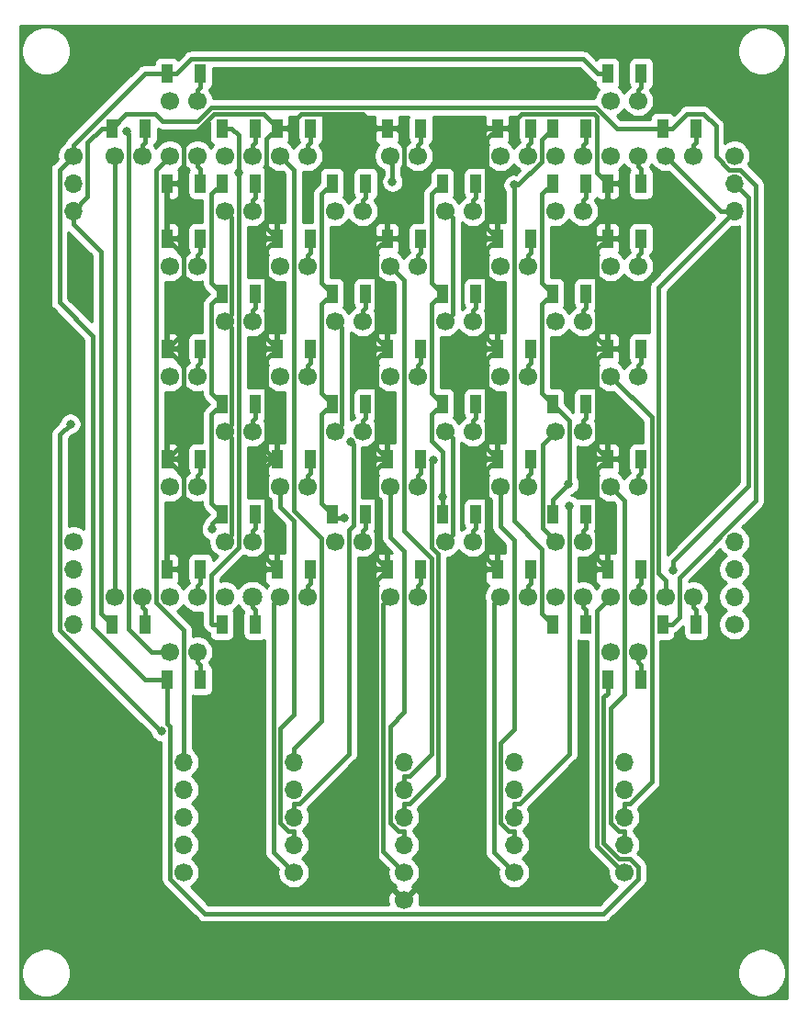
<source format=gtl>
%TF.GenerationSoftware,KiCad,Pcbnew,(5.1.8)-1*%
%TF.CreationDate,2021-03-06T21:23:54+09:00*%
%TF.ProjectId,line_sensor,6c696e65-5f73-4656-9e73-6f722e6b6963,rev?*%
%TF.SameCoordinates,PX94c5f00PY876bf80*%
%TF.FileFunction,Copper,L1,Top*%
%TF.FilePolarity,Positive*%
%FSLAX46Y46*%
G04 Gerber Fmt 4.6, Leading zero omitted, Abs format (unit mm)*
G04 Created by KiCad (PCBNEW (5.1.8)-1) date 2021-03-06 21:23:54*
%MOMM*%
%LPD*%
G01*
G04 APERTURE LIST*
%TA.AperFunction,ComponentPad*%
%ADD10C,1.700000*%
%TD*%
%TA.AperFunction,ComponentPad*%
%ADD11O,1.700000X1.700000*%
%TD*%
%TA.AperFunction,ComponentPad*%
%ADD12C,1.800000*%
%TD*%
%TA.AperFunction,SMDPad,CuDef*%
%ADD13R,1.050000X1.800000*%
%TD*%
%TA.AperFunction,ViaPad*%
%ADD14C,0.800000*%
%TD*%
%TA.AperFunction,Conductor*%
%ADD15C,0.400000*%
%TD*%
%TA.AperFunction,Conductor*%
%ADD16C,0.254000*%
%TD*%
%TA.AperFunction,Conductor*%
%ADD17C,0.100000*%
%TD*%
G04 APERTURE END LIST*
D10*
%TO.P,J8,1*%
%TO.N,Net-(J8-Pad1)*%
X56320000Y12280000D03*
D11*
%TO.P,J8,2*%
%TO.N,Net-(J8-Pad2)*%
X56320000Y14820000D03*
%TO.P,J8,3*%
%TO.N,Net-(J8-Pad3)*%
X56320000Y17360000D03*
%TO.P,J8,4*%
%TO.N,Net-(J8-Pad4)*%
X56320000Y19900000D03*
%TO.P,J8,5*%
%TO.N,Net-(J8-Pad5)*%
X56320000Y22440000D03*
%TD*%
D10*
%TO.P,J7,1*%
%TO.N,Net-(J7-Pad1)*%
X46160000Y12280000D03*
D11*
%TO.P,J7,2*%
%TO.N,Net-(J7-Pad2)*%
X46160000Y14820000D03*
%TO.P,J7,3*%
%TO.N,Net-(J7-Pad3)*%
X46160000Y17360000D03*
%TO.P,J7,4*%
%TO.N,Net-(J7-Pad4)*%
X46160000Y19900000D03*
%TO.P,J7,5*%
%TO.N,Net-(J7-Pad5)*%
X46160000Y22440000D03*
%TD*%
D10*
%TO.P,J1,1*%
%TO.N,Net-(J1-Pad1)*%
X36000000Y9740000D03*
%TD*%
%TO.P,J6,1*%
%TO.N,Net-(J6-Pad1)*%
X36000000Y12280000D03*
D11*
%TO.P,J6,2*%
%TO.N,Net-(J6-Pad2)*%
X36000000Y14820000D03*
%TO.P,J6,3*%
%TO.N,Net-(J6-Pad3)*%
X36000000Y17360000D03*
%TO.P,J6,4*%
%TO.N,Net-(J6-Pad4)*%
X36000000Y19900000D03*
%TO.P,J6,5*%
%TO.N,Net-(J6-Pad5)*%
X36000000Y22440000D03*
%TD*%
%TO.P,J5,5*%
%TO.N,Net-(J5-Pad5)*%
X25840000Y22440000D03*
%TO.P,J5,4*%
%TO.N,Net-(J5-Pad4)*%
X25840000Y19900000D03*
%TO.P,J5,3*%
%TO.N,Net-(J5-Pad3)*%
X25840000Y17360000D03*
%TO.P,J5,2*%
%TO.N,Net-(J5-Pad2)*%
X25840000Y14820000D03*
D10*
%TO.P,J5,1*%
%TO.N,Net-(J5-Pad1)*%
X25840000Y12280000D03*
%TD*%
%TO.P,J2,1*%
%TO.N,Net-(J2-Pad1)*%
X15680000Y12280000D03*
D11*
%TO.P,J2,2*%
%TO.N,Net-(J2-Pad2)*%
X15680000Y14820000D03*
%TO.P,J2,3*%
%TO.N,Net-(J2-Pad3)*%
X15680000Y17360000D03*
%TO.P,J2,4*%
%TO.N,Net-(J2-Pad4)*%
X15680000Y19900000D03*
%TO.P,J2,5*%
%TO.N,Net-(J2-Pad5)*%
X15680000Y22440000D03*
%TD*%
D10*
%TO.P,J3,1*%
%TO.N,Net-(J3-Pad1)*%
X66480000Y35140000D03*
D11*
%TO.P,J3,2*%
%TO.N,Net-(J3-Pad2)*%
X66480000Y37680000D03*
%TO.P,J3,3*%
%TO.N,Net-(J3-Pad3)*%
X66480000Y40220000D03*
%TO.P,J3,4*%
%TO.N,Net-(J3-Pad4)*%
X66480000Y42760000D03*
%TD*%
%TO.P,J4,4*%
%TO.N,Net-(D13-Pad1)*%
X5520000Y35140000D03*
%TO.P,J4,3*%
%TO.N,Net-(D10-Pad1)*%
X5520000Y37680000D03*
%TO.P,J4,2*%
%TO.N,Net-(D5-Pad1)*%
X5520000Y40220000D03*
D10*
%TO.P,J4,1*%
%TO.N,Net-(D1-Pad1)*%
X5520000Y42760000D03*
%TD*%
D11*
%TO.P,J9,3*%
%TO.N,Net-(J9-Pad3)*%
X5520000Y73240000D03*
%TO.P,J9,2*%
%TO.N,Net-(J9-Pad2)*%
X5520000Y75780000D03*
D10*
%TO.P,J9,1*%
%TO.N,Net-(J9-Pad1)*%
X5520000Y78320000D03*
%TD*%
%TO.P,Q1,2*%
%TO.N,Net-(J2-Pad5)*%
X14410000Y78320000D03*
%TO.P,Q1,1*%
%TO.N,Net-(Q1-Pad1)*%
X16950000Y78320000D03*
%TD*%
%TO.P,Q2,2*%
%TO.N,Net-(J2-Pad4)*%
X14410000Y68160000D03*
%TO.P,Q2,1*%
%TO.N,Net-(Q2-Pad1)*%
X16950000Y68160000D03*
%TD*%
%TO.P,Q3,2*%
%TO.N,Net-(J2-Pad3)*%
X14410000Y58000000D03*
%TO.P,Q3,1*%
%TO.N,Net-(Q3-Pad1)*%
X16950000Y58000000D03*
%TD*%
%TO.P,Q4,2*%
%TO.N,Net-(J2-Pad2)*%
X14410000Y47840000D03*
%TO.P,Q4,1*%
%TO.N,Net-(Q4-Pad1)*%
X16950000Y47840000D03*
%TD*%
%TO.P,Q5,2*%
%TO.N,Net-(J2-Pad1)*%
X14410000Y37680000D03*
%TO.P,Q5,1*%
%TO.N,Net-(Q5-Pad1)*%
X16950000Y37680000D03*
%TD*%
%TO.P,Q6,2*%
%TO.N,Net-(J5-Pad5)*%
X24570000Y78320000D03*
%TO.P,Q6,1*%
%TO.N,Net-(Q6-Pad1)*%
X27110000Y78320000D03*
%TD*%
%TO.P,Q7,2*%
%TO.N,Net-(J5-Pad4)*%
X24570000Y68160000D03*
%TO.P,Q7,1*%
%TO.N,Net-(Q7-Pad1)*%
X27110000Y68160000D03*
%TD*%
%TO.P,Q8,2*%
%TO.N,Net-(J5-Pad3)*%
X24570000Y58000000D03*
%TO.P,Q8,1*%
%TO.N,Net-(Q8-Pad1)*%
X27110000Y58000000D03*
%TD*%
%TO.P,Q9,2*%
%TO.N,Net-(J5-Pad2)*%
X24570000Y47840000D03*
%TO.P,Q9,1*%
%TO.N,Net-(Q9-Pad1)*%
X27110000Y47840000D03*
%TD*%
%TO.P,Q10,2*%
%TO.N,Net-(J5-Pad1)*%
X24570000Y37680000D03*
%TO.P,Q10,1*%
%TO.N,Net-(Q10-Pad1)*%
X27110000Y37680000D03*
%TD*%
%TO.P,Q11,2*%
%TO.N,Net-(J6-Pad5)*%
X34730000Y78320000D03*
%TO.P,Q11,1*%
%TO.N,Net-(Q11-Pad1)*%
X37270000Y78320000D03*
%TD*%
%TO.P,Q12,2*%
%TO.N,Net-(J6-Pad4)*%
X34730000Y68160000D03*
%TO.P,Q12,1*%
%TO.N,Net-(Q12-Pad1)*%
X37270000Y68160000D03*
%TD*%
%TO.P,Q13,2*%
%TO.N,Net-(J6-Pad3)*%
X34730000Y58000000D03*
%TO.P,Q13,1*%
%TO.N,Net-(Q13-Pad1)*%
X37270000Y58000000D03*
%TD*%
%TO.P,Q14,2*%
%TO.N,Net-(J6-Pad2)*%
X34730000Y47840000D03*
%TO.P,Q14,1*%
%TO.N,Net-(Q14-Pad1)*%
X37270000Y47840000D03*
%TD*%
%TO.P,Q15,2*%
%TO.N,Net-(J6-Pad1)*%
X34730000Y37680000D03*
%TO.P,Q15,1*%
%TO.N,Net-(Q15-Pad1)*%
X37270000Y37680000D03*
%TD*%
%TO.P,Q16,2*%
%TO.N,Net-(J7-Pad5)*%
X44890000Y78320000D03*
%TO.P,Q16,1*%
%TO.N,Net-(Q16-Pad1)*%
X47430000Y78320000D03*
%TD*%
%TO.P,Q17,2*%
%TO.N,Net-(J7-Pad4)*%
X44890000Y68160000D03*
%TO.P,Q17,1*%
%TO.N,Net-(Q17-Pad1)*%
X47430000Y68160000D03*
%TD*%
%TO.P,Q18,2*%
%TO.N,Net-(J7-Pad3)*%
X44890000Y58000000D03*
%TO.P,Q18,1*%
%TO.N,Net-(Q18-Pad1)*%
X47430000Y58000000D03*
%TD*%
%TO.P,Q19,2*%
%TO.N,Net-(J7-Pad2)*%
X44890000Y47840000D03*
%TO.P,Q19,1*%
%TO.N,Net-(Q19-Pad1)*%
X47430000Y47840000D03*
%TD*%
%TO.P,Q20,2*%
%TO.N,Net-(J7-Pad1)*%
X44890000Y37680000D03*
%TO.P,Q20,1*%
%TO.N,Net-(Q20-Pad1)*%
X47430000Y37680000D03*
%TD*%
%TO.P,Q21,2*%
%TO.N,Net-(J8-Pad5)*%
X55050000Y78320000D03*
%TO.P,Q21,1*%
%TO.N,Net-(Q21-Pad1)*%
X57590000Y78320000D03*
%TD*%
%TO.P,Q22,2*%
%TO.N,Net-(J8-Pad4)*%
X55050000Y68160000D03*
%TO.P,Q22,1*%
%TO.N,Net-(Q22-Pad1)*%
X57590000Y68160000D03*
%TD*%
%TO.P,Q23,2*%
%TO.N,Net-(J8-Pad3)*%
X55050000Y58000000D03*
%TO.P,Q23,1*%
%TO.N,Net-(Q23-Pad1)*%
X57590000Y58000000D03*
%TD*%
%TO.P,Q24,2*%
%TO.N,Net-(J8-Pad2)*%
X55050000Y47840000D03*
%TO.P,Q24,1*%
%TO.N,Net-(Q24-Pad1)*%
X57590000Y47840000D03*
%TD*%
%TO.P,Q25,2*%
%TO.N,Net-(J8-Pad1)*%
X55050000Y37680000D03*
%TO.P,Q25,1*%
%TO.N,Net-(Q25-Pad1)*%
X57590000Y37680000D03*
%TD*%
%TO.P,J10,1*%
%TO.N,Net-(D17-Pad1)*%
X66480000Y78320000D03*
D11*
%TO.P,J10,2*%
%TO.N,Net-(D21-Pad1)*%
X66480000Y75780000D03*
%TO.P,J10,3*%
%TO.N,Net-(D25-Pad1)*%
X66480000Y73240000D03*
%TD*%
D10*
%TO.P,D1,1*%
%TO.N,Net-(D1-Pad1)*%
X19490000Y73240000D03*
%TO.P,D1,2*%
%TO.N,Net-(D1-Pad2)*%
X22030000Y73240000D03*
%TD*%
%TO.P,D2,2*%
%TO.N,Net-(D2-Pad2)*%
X22030000Y63080000D03*
%TO.P,D2,1*%
%TO.N,Net-(D1-Pad1)*%
X19490000Y63080000D03*
%TD*%
%TO.P,D3,2*%
%TO.N,Net-(D3-Pad2)*%
X22030000Y52920000D03*
%TO.P,D3,1*%
%TO.N,Net-(D1-Pad1)*%
X19490000Y52920000D03*
%TD*%
%TO.P,D4,1*%
%TO.N,Net-(D1-Pad1)*%
X19490000Y42760000D03*
%TO.P,D4,2*%
%TO.N,Net-(D4-Pad2)*%
X22030000Y42760000D03*
%TD*%
%TO.P,D5,1*%
%TO.N,Net-(D5-Pad1)*%
X29650000Y73240000D03*
%TO.P,D5,2*%
%TO.N,Net-(D5-Pad2)*%
X32190000Y73240000D03*
%TD*%
%TO.P,D6,2*%
%TO.N,Net-(D6-Pad2)*%
X32190000Y63080000D03*
%TO.P,D6,1*%
%TO.N,Net-(D5-Pad1)*%
X29650000Y63080000D03*
%TD*%
%TO.P,D7,1*%
%TO.N,Net-(D5-Pad1)*%
X29650000Y52920000D03*
%TO.P,D7,2*%
%TO.N,Net-(D7-Pad2)*%
X32190000Y52920000D03*
%TD*%
%TO.P,D8,2*%
%TO.N,Net-(D8-Pad2)*%
X32190000Y42760000D03*
%TO.P,D8,1*%
%TO.N,Net-(D5-Pad1)*%
X29650000Y42760000D03*
%TD*%
%TO.P,D9,1*%
%TO.N,Net-(D10-Pad1)*%
X39810000Y73240000D03*
%TO.P,D9,2*%
%TO.N,Net-(D9-Pad2)*%
X42350000Y73240000D03*
%TD*%
%TO.P,D10,1*%
%TO.N,Net-(D10-Pad1)*%
X39810000Y63080000D03*
%TO.P,D10,2*%
%TO.N,Net-(D10-Pad2)*%
X42350000Y63080000D03*
%TD*%
%TO.P,D11,2*%
%TO.N,Net-(D11-Pad2)*%
X42350000Y52920000D03*
%TO.P,D11,1*%
%TO.N,Net-(D10-Pad1)*%
X39810000Y52920000D03*
%TD*%
%TO.P,D12,1*%
%TO.N,Net-(D10-Pad1)*%
X39810000Y42760000D03*
%TO.P,D12,2*%
%TO.N,Net-(D12-Pad2)*%
X42350000Y42760000D03*
%TD*%
%TO.P,D13,2*%
%TO.N,Net-(D13-Pad2)*%
X52510000Y73240000D03*
%TO.P,D13,1*%
%TO.N,Net-(D13-Pad1)*%
X49970000Y73240000D03*
%TD*%
%TO.P,D14,1*%
%TO.N,Net-(D13-Pad1)*%
X49970000Y63080000D03*
%TO.P,D14,2*%
%TO.N,Net-(D14-Pad2)*%
X52510000Y63080000D03*
%TD*%
%TO.P,D15,2*%
%TO.N,Net-(D15-Pad2)*%
X52510000Y52920000D03*
%TO.P,D15,1*%
%TO.N,Net-(D13-Pad1)*%
X49970000Y52920000D03*
%TD*%
%TO.P,D16,1*%
%TO.N,Net-(D13-Pad1)*%
X49970000Y42760000D03*
%TO.P,D16,2*%
%TO.N,Net-(D16-Pad2)*%
X52510000Y42760000D03*
%TD*%
%TO.P,D17,2*%
%TO.N,Net-(D17-Pad2)*%
X16950000Y83400000D03*
%TO.P,D17,1*%
%TO.N,Net-(D17-Pad1)*%
X14410000Y83400000D03*
%TD*%
%TO.P,D18,1*%
%TO.N,Net-(D17-Pad1)*%
X55050000Y83400000D03*
%TO.P,D18,2*%
%TO.N,Net-(D18-Pad2)*%
X57590000Y83400000D03*
%TD*%
%TO.P,D19,1*%
%TO.N,Net-(D17-Pad1)*%
X55050000Y32600000D03*
%TO.P,D19,2*%
%TO.N,Net-(D19-Pad2)*%
X57590000Y32600000D03*
%TD*%
%TO.P,D20,1*%
%TO.N,Net-(D17-Pad1)*%
X14410000Y32600000D03*
%TO.P,D20,2*%
%TO.N,Net-(D20-Pad2)*%
X16950000Y32600000D03*
%TD*%
%TO.P,D21,2*%
%TO.N,Net-(D21-Pad2)*%
X22030000Y78320000D03*
%TO.P,D21,1*%
%TO.N,Net-(D21-Pad1)*%
X19490000Y78320000D03*
%TD*%
%TO.P,D22,2*%
%TO.N,Net-(D22-Pad2)*%
X52510000Y78320000D03*
%TO.P,D22,1*%
%TO.N,Net-(D21-Pad1)*%
X49970000Y78320000D03*
%TD*%
%TO.P,D23,1*%
%TO.N,Net-(D21-Pad1)*%
X49970000Y37680000D03*
%TO.P,D23,2*%
%TO.N,Net-(D23-Pad2)*%
X52510000Y37680000D03*
%TD*%
D12*
%TO.P,D24,2*%
%TO.N,Net-(D24-Pad2)*%
X22030000Y37680000D03*
D10*
%TO.P,D24,1*%
%TO.N,Net-(D21-Pad1)*%
X19490000Y37680000D03*
%TD*%
%TO.P,D25,2*%
%TO.N,Net-(D25-Pad2)*%
X11870000Y78320000D03*
%TO.P,D25,1*%
%TO.N,Net-(D25-Pad1)*%
X9330000Y78320000D03*
%TD*%
%TO.P,D26,1*%
%TO.N,Net-(D25-Pad1)*%
X60130000Y78320000D03*
%TO.P,D26,2*%
%TO.N,Net-(D26-Pad2)*%
X62670000Y78320000D03*
%TD*%
%TO.P,D27,2*%
%TO.N,Net-(D27-Pad2)*%
X62670000Y37680000D03*
%TO.P,D27,1*%
%TO.N,Net-(D25-Pad1)*%
X60130000Y37680000D03*
%TD*%
%TO.P,D28,2*%
%TO.N,Net-(D28-Pad2)*%
X11870000Y37680000D03*
%TO.P,D28,1*%
%TO.N,Net-(D25-Pad1)*%
X9330000Y37680000D03*
%TD*%
D13*
%TO.P,R1,2*%
%TO.N,Net-(D1-Pad2)*%
X22310000Y75780000D03*
%TO.P,R1,1*%
%TO.N,Net-(J3-Pad1)*%
X19210000Y75780000D03*
%TD*%
%TO.P,R2,1*%
%TO.N,Net-(J3-Pad1)*%
X19210000Y65620000D03*
%TO.P,R2,2*%
%TO.N,Net-(D2-Pad2)*%
X22310000Y65620000D03*
%TD*%
%TO.P,R3,2*%
%TO.N,Net-(D3-Pad2)*%
X22310000Y55460000D03*
%TO.P,R3,1*%
%TO.N,Net-(J3-Pad1)*%
X19210000Y55460000D03*
%TD*%
%TO.P,R4,1*%
%TO.N,Net-(J3-Pad1)*%
X19210000Y45300000D03*
%TO.P,R4,2*%
%TO.N,Net-(D4-Pad2)*%
X22310000Y45300000D03*
%TD*%
%TO.P,R5,2*%
%TO.N,Net-(D5-Pad2)*%
X32470000Y75780000D03*
%TO.P,R5,1*%
%TO.N,Net-(J3-Pad2)*%
X29370000Y75780000D03*
%TD*%
%TO.P,R6,1*%
%TO.N,Net-(J3-Pad2)*%
X29370000Y65620000D03*
%TO.P,R6,2*%
%TO.N,Net-(D6-Pad2)*%
X32470000Y65620000D03*
%TD*%
%TO.P,R7,2*%
%TO.N,Net-(D7-Pad2)*%
X32470000Y55460000D03*
%TO.P,R7,1*%
%TO.N,Net-(J3-Pad2)*%
X29370000Y55460000D03*
%TD*%
%TO.P,R8,1*%
%TO.N,Net-(J3-Pad2)*%
X29370000Y45300000D03*
%TO.P,R8,2*%
%TO.N,Net-(D8-Pad2)*%
X32470000Y45300000D03*
%TD*%
%TO.P,R9,2*%
%TO.N,Net-(D9-Pad2)*%
X42630000Y75780000D03*
%TO.P,R9,1*%
%TO.N,Net-(J3-Pad3)*%
X39530000Y75780000D03*
%TD*%
%TO.P,R10,1*%
%TO.N,Net-(J3-Pad3)*%
X39530000Y65620000D03*
%TO.P,R10,2*%
%TO.N,Net-(D10-Pad2)*%
X42630000Y65620000D03*
%TD*%
%TO.P,R11,2*%
%TO.N,Net-(D11-Pad2)*%
X42630000Y55460000D03*
%TO.P,R11,1*%
%TO.N,Net-(J3-Pad3)*%
X39530000Y55460000D03*
%TD*%
%TO.P,R12,1*%
%TO.N,Net-(J3-Pad3)*%
X39530000Y45300000D03*
%TO.P,R12,2*%
%TO.N,Net-(D12-Pad2)*%
X42630000Y45300000D03*
%TD*%
%TO.P,R13,2*%
%TO.N,Net-(D13-Pad2)*%
X52790000Y75780000D03*
%TO.P,R13,1*%
%TO.N,Net-(J3-Pad4)*%
X49690000Y75780000D03*
%TD*%
%TO.P,R14,1*%
%TO.N,Net-(J3-Pad4)*%
X49690000Y65620000D03*
%TO.P,R14,2*%
%TO.N,Net-(D14-Pad2)*%
X52790000Y65620000D03*
%TD*%
%TO.P,R15,1*%
%TO.N,Net-(J3-Pad4)*%
X49690000Y55460000D03*
%TO.P,R15,2*%
%TO.N,Net-(D15-Pad2)*%
X52790000Y55460000D03*
%TD*%
%TO.P,R16,2*%
%TO.N,Net-(D16-Pad2)*%
X52790000Y45300000D03*
%TO.P,R16,1*%
%TO.N,Net-(J3-Pad4)*%
X49690000Y45300000D03*
%TD*%
%TO.P,R17,1*%
%TO.N,Net-(J9-Pad1)*%
X14130000Y85940000D03*
%TO.P,R17,2*%
%TO.N,Net-(D17-Pad2)*%
X17230000Y85940000D03*
%TD*%
%TO.P,R18,2*%
%TO.N,Net-(D18-Pad2)*%
X57870000Y85940000D03*
%TO.P,R18,1*%
%TO.N,Net-(J9-Pad1)*%
X54770000Y85940000D03*
%TD*%
%TO.P,R19,1*%
%TO.N,Net-(J9-Pad1)*%
X54770000Y30060000D03*
%TO.P,R19,2*%
%TO.N,Net-(D19-Pad2)*%
X57870000Y30060000D03*
%TD*%
%TO.P,R20,2*%
%TO.N,Net-(D20-Pad2)*%
X17230000Y30060000D03*
%TO.P,R20,1*%
%TO.N,Net-(J9-Pad1)*%
X14130000Y30060000D03*
%TD*%
%TO.P,R21,1*%
%TO.N,Net-(J9-Pad2)*%
X19210000Y80860000D03*
%TO.P,R21,2*%
%TO.N,Net-(D21-Pad2)*%
X22310000Y80860000D03*
%TD*%
%TO.P,R22,2*%
%TO.N,Net-(D22-Pad2)*%
X52790000Y80860000D03*
%TO.P,R22,1*%
%TO.N,Net-(J9-Pad2)*%
X49690000Y80860000D03*
%TD*%
%TO.P,R23,1*%
%TO.N,Net-(J9-Pad2)*%
X49690000Y35140000D03*
%TO.P,R23,2*%
%TO.N,Net-(D23-Pad2)*%
X52790000Y35140000D03*
%TD*%
%TO.P,R24,2*%
%TO.N,Net-(D24-Pad2)*%
X22310000Y35140000D03*
%TO.P,R24,1*%
%TO.N,Net-(J9-Pad2)*%
X19210000Y35140000D03*
%TD*%
%TO.P,R25,1*%
%TO.N,Net-(J9-Pad3)*%
X9050000Y80860000D03*
%TO.P,R25,2*%
%TO.N,Net-(D25-Pad2)*%
X12150000Y80860000D03*
%TD*%
%TO.P,R26,2*%
%TO.N,Net-(D26-Pad2)*%
X62950000Y80860000D03*
%TO.P,R26,1*%
%TO.N,Net-(J9-Pad3)*%
X59850000Y80860000D03*
%TD*%
%TO.P,R27,1*%
%TO.N,Net-(J9-Pad3)*%
X59850000Y35140000D03*
%TO.P,R27,2*%
%TO.N,Net-(D27-Pad2)*%
X62950000Y35140000D03*
%TD*%
%TO.P,R28,2*%
%TO.N,Net-(D28-Pad2)*%
X12150000Y35140000D03*
%TO.P,R28,1*%
%TO.N,Net-(J9-Pad3)*%
X9050000Y35140000D03*
%TD*%
%TO.P,R29,2*%
%TO.N,Net-(Q1-Pad1)*%
X17230000Y75780000D03*
%TO.P,R29,1*%
%TO.N,Net-(J1-Pad1)*%
X14130000Y75780000D03*
%TD*%
%TO.P,R30,1*%
%TO.N,Net-(J1-Pad1)*%
X14130000Y70700000D03*
%TO.P,R30,2*%
%TO.N,Net-(Q2-Pad1)*%
X17230000Y70700000D03*
%TD*%
%TO.P,R31,1*%
%TO.N,Net-(J1-Pad1)*%
X14130000Y60540000D03*
%TO.P,R31,2*%
%TO.N,Net-(Q3-Pad1)*%
X17230000Y60540000D03*
%TD*%
%TO.P,R32,2*%
%TO.N,Net-(Q4-Pad1)*%
X17230000Y50380000D03*
%TO.P,R32,1*%
%TO.N,Net-(J1-Pad1)*%
X14130000Y50380000D03*
%TD*%
%TO.P,R33,1*%
%TO.N,Net-(J1-Pad1)*%
X14130000Y40220000D03*
%TO.P,R33,2*%
%TO.N,Net-(Q5-Pad1)*%
X17230000Y40220000D03*
%TD*%
%TO.P,R34,1*%
%TO.N,Net-(J1-Pad1)*%
X24290000Y80860000D03*
%TO.P,R34,2*%
%TO.N,Net-(Q6-Pad1)*%
X27390000Y80860000D03*
%TD*%
%TO.P,R35,1*%
%TO.N,Net-(J1-Pad1)*%
X24290000Y70700000D03*
%TO.P,R35,2*%
%TO.N,Net-(Q7-Pad1)*%
X27390000Y70700000D03*
%TD*%
%TO.P,R36,2*%
%TO.N,Net-(Q8-Pad1)*%
X27390000Y60540000D03*
%TO.P,R36,1*%
%TO.N,Net-(J1-Pad1)*%
X24290000Y60540000D03*
%TD*%
%TO.P,R37,2*%
%TO.N,Net-(Q9-Pad1)*%
X27390000Y50380000D03*
%TO.P,R37,1*%
%TO.N,Net-(J1-Pad1)*%
X24290000Y50380000D03*
%TD*%
%TO.P,R38,1*%
%TO.N,Net-(J1-Pad1)*%
X24290000Y40220000D03*
%TO.P,R38,2*%
%TO.N,Net-(Q10-Pad1)*%
X27390000Y40220000D03*
%TD*%
%TO.P,R39,2*%
%TO.N,Net-(Q11-Pad1)*%
X37550000Y80860000D03*
%TO.P,R39,1*%
%TO.N,Net-(J1-Pad1)*%
X34450000Y80860000D03*
%TD*%
%TO.P,R40,1*%
%TO.N,Net-(J1-Pad1)*%
X34450000Y70700000D03*
%TO.P,R40,2*%
%TO.N,Net-(Q12-Pad1)*%
X37550000Y70700000D03*
%TD*%
%TO.P,R41,2*%
%TO.N,Net-(Q13-Pad1)*%
X37550000Y60540000D03*
%TO.P,R41,1*%
%TO.N,Net-(J1-Pad1)*%
X34450000Y60540000D03*
%TD*%
%TO.P,R42,1*%
%TO.N,Net-(J1-Pad1)*%
X34450000Y50380000D03*
%TO.P,R42,2*%
%TO.N,Net-(Q14-Pad1)*%
X37550000Y50380000D03*
%TD*%
%TO.P,R43,2*%
%TO.N,Net-(Q15-Pad1)*%
X37550000Y40220000D03*
%TO.P,R43,1*%
%TO.N,Net-(J1-Pad1)*%
X34450000Y40220000D03*
%TD*%
%TO.P,R44,1*%
%TO.N,Net-(J1-Pad1)*%
X44610000Y80860000D03*
%TO.P,R44,2*%
%TO.N,Net-(Q16-Pad1)*%
X47710000Y80860000D03*
%TD*%
%TO.P,R45,2*%
%TO.N,Net-(Q17-Pad1)*%
X47710000Y70700000D03*
%TO.P,R45,1*%
%TO.N,Net-(J1-Pad1)*%
X44610000Y70700000D03*
%TD*%
%TO.P,R46,1*%
%TO.N,Net-(J1-Pad1)*%
X44610000Y60540000D03*
%TO.P,R46,2*%
%TO.N,Net-(Q18-Pad1)*%
X47710000Y60540000D03*
%TD*%
%TO.P,R47,2*%
%TO.N,Net-(Q19-Pad1)*%
X47710000Y50380000D03*
%TO.P,R47,1*%
%TO.N,Net-(J1-Pad1)*%
X44610000Y50380000D03*
%TD*%
%TO.P,R48,1*%
%TO.N,Net-(J1-Pad1)*%
X44610000Y40220000D03*
%TO.P,R48,2*%
%TO.N,Net-(Q20-Pad1)*%
X47710000Y40220000D03*
%TD*%
%TO.P,R49,2*%
%TO.N,Net-(Q21-Pad1)*%
X57870000Y75780000D03*
%TO.P,R49,1*%
%TO.N,Net-(J1-Pad1)*%
X54770000Y75780000D03*
%TD*%
%TO.P,R50,1*%
%TO.N,Net-(J1-Pad1)*%
X54770000Y70700000D03*
%TO.P,R50,2*%
%TO.N,Net-(Q22-Pad1)*%
X57870000Y70700000D03*
%TD*%
%TO.P,R51,2*%
%TO.N,Net-(Q23-Pad1)*%
X57870000Y60540000D03*
%TO.P,R51,1*%
%TO.N,Net-(J1-Pad1)*%
X54770000Y60540000D03*
%TD*%
%TO.P,R52,1*%
%TO.N,Net-(J1-Pad1)*%
X54770000Y50380000D03*
%TO.P,R52,2*%
%TO.N,Net-(Q24-Pad1)*%
X57870000Y50380000D03*
%TD*%
%TO.P,R53,2*%
%TO.N,Net-(Q25-Pad1)*%
X57870000Y40220000D03*
%TO.P,R53,1*%
%TO.N,Net-(J1-Pad1)*%
X54770000Y40220000D03*
%TD*%
D14*
%TO.N,Net-(D17-Pad1)*%
X10408500Y80553900D03*
%TO.N,Net-(D21-Pad1)*%
X60853400Y40097600D03*
%TO.N,Net-(J1-Pad1)*%
X56320000Y52920000D03*
X56320000Y63080000D03*
X56320000Y73240000D03*
X41080000Y32600000D03*
X20760000Y32600000D03*
X41080000Y37680000D03*
X10600000Y4660000D03*
X36000000Y4660000D03*
X61400000Y4660000D03*
X61400000Y19900000D03*
X36000000Y85940000D03*
X63940000Y63080000D03*
X5520000Y68160000D03*
X8060000Y24980000D03*
%TO.N,Net-(J2-Pad4)*%
X13635400Y25299800D03*
X5237700Y53604000D03*
%TO.N,Net-(J3-Pad1)*%
X18305300Y43908800D03*
%TO.N,Net-(J3-Pad2)*%
X30516800Y44940200D03*
%TO.N,Net-(J3-Pad3)*%
X39530000Y46841800D03*
%TO.N,Net-(J3-Pad4)*%
X51170800Y48081100D03*
%TO.N,Net-(J5-Pad3)*%
X31105000Y51944400D03*
%TO.N,Net-(J6-Pad3)*%
X38702500Y50231100D03*
%TO.N,Net-(J6-Pad5)*%
X34950000Y75945100D03*
%TO.N,Net-(J7-Pad3)*%
X51240000Y46042500D03*
%TO.N,Net-(J9-Pad2)*%
X20760100Y76751600D03*
X46140400Y75627700D03*
%TD*%
D15*
%TO.N,Net-(D1-Pad1)*%
X19490000Y63080000D02*
X20135400Y62434600D01*
X20135400Y62434600D02*
X20135400Y53565400D01*
X20135400Y53565400D02*
X19490000Y52920000D01*
X19490000Y73240000D02*
X20135400Y72594600D01*
X20135400Y72594600D02*
X20135400Y63725400D01*
X20135400Y63725400D02*
X19490000Y63080000D01*
X19490000Y52920000D02*
X20135400Y52274600D01*
X20135400Y52274600D02*
X20135400Y43405400D01*
X20135400Y43405400D02*
X19490000Y42760000D01*
%TO.N,Net-(D1-Pad2)*%
X22310000Y75780000D02*
X22310000Y74479700D01*
X22310000Y74479700D02*
X22030000Y74199700D01*
X22030000Y74199700D02*
X22030000Y73240000D01*
%TO.N,Net-(D2-Pad2)*%
X22310000Y65620000D02*
X22310000Y64319700D01*
X22310000Y64319700D02*
X22030000Y64039700D01*
X22030000Y64039700D02*
X22030000Y63080000D01*
%TO.N,Net-(D3-Pad2)*%
X22310000Y55460000D02*
X22310000Y54159700D01*
X22310000Y54159700D02*
X22030000Y53879700D01*
X22030000Y53879700D02*
X22030000Y52920000D01*
%TO.N,Net-(D4-Pad2)*%
X22310000Y45300000D02*
X22310000Y43999700D01*
X22310000Y43999700D02*
X22030000Y43719700D01*
X22030000Y43719700D02*
X22030000Y42760000D01*
%TO.N,Net-(D5-Pad1)*%
X29650000Y52920000D02*
X30295400Y53565400D01*
X30295400Y53565400D02*
X30295400Y62434600D01*
X30295400Y62434600D02*
X29650000Y63080000D01*
%TO.N,Net-(D5-Pad2)*%
X32470000Y75780000D02*
X32470000Y74479700D01*
X32470000Y74479700D02*
X32190000Y74199700D01*
X32190000Y74199700D02*
X32190000Y73240000D01*
%TO.N,Net-(D6-Pad2)*%
X32470000Y65620000D02*
X32470000Y64319700D01*
X32470000Y64319700D02*
X32190000Y64039700D01*
X32190000Y64039700D02*
X32190000Y63080000D01*
%TO.N,Net-(D7-Pad2)*%
X32470000Y55460000D02*
X32470000Y54159700D01*
X32470000Y54159700D02*
X32190000Y53879700D01*
X32190000Y53879700D02*
X32190000Y52920000D01*
%TO.N,Net-(D8-Pad2)*%
X32470000Y45300000D02*
X32470000Y43999700D01*
X32470000Y43999700D02*
X32190000Y43719700D01*
X32190000Y43719700D02*
X32190000Y42760000D01*
%TO.N,Net-(D10-Pad1)*%
X39810000Y63080000D02*
X40469200Y63739200D01*
X40469200Y63739200D02*
X40469200Y72580800D01*
X40469200Y72580800D02*
X39810000Y73240000D01*
X39810000Y52920000D02*
X40467000Y52263000D01*
X40467000Y52263000D02*
X40467000Y43417000D01*
X40467000Y43417000D02*
X39810000Y42760000D01*
%TO.N,Net-(D9-Pad2)*%
X42630000Y75780000D02*
X42630000Y74479700D01*
X42630000Y74479700D02*
X42350000Y74199700D01*
X42350000Y74199700D02*
X42350000Y73240000D01*
%TO.N,Net-(D10-Pad2)*%
X42630000Y65620000D02*
X42630000Y64319700D01*
X42630000Y64319700D02*
X42350000Y64039700D01*
X42350000Y64039700D02*
X42350000Y63080000D01*
%TO.N,Net-(D11-Pad2)*%
X42630000Y55460000D02*
X42630000Y54159700D01*
X42630000Y54159700D02*
X42350000Y53879700D01*
X42350000Y53879700D02*
X42350000Y52920000D01*
%TO.N,Net-(D12-Pad2)*%
X42630000Y45300000D02*
X42630000Y43999700D01*
X42630000Y43999700D02*
X42350000Y43719700D01*
X42350000Y43719700D02*
X42350000Y42760000D01*
%TO.N,Net-(D13-Pad2)*%
X52790000Y75780000D02*
X52790000Y74479700D01*
X52790000Y74479700D02*
X52510000Y74199700D01*
X52510000Y74199700D02*
X52510000Y73240000D01*
%TO.N,Net-(D13-Pad1)*%
X49970000Y42760000D02*
X48761000Y43969000D01*
X48761000Y43969000D02*
X48761000Y51711000D01*
X48761000Y51711000D02*
X49970000Y52920000D01*
%TO.N,Net-(D14-Pad2)*%
X52790000Y65620000D02*
X52790000Y64319700D01*
X52790000Y64319700D02*
X52510000Y64039700D01*
X52510000Y64039700D02*
X52510000Y63080000D01*
%TO.N,Net-(D15-Pad2)*%
X52790000Y55460000D02*
X52790000Y54159700D01*
X52790000Y54159700D02*
X52510000Y53879700D01*
X52510000Y53879700D02*
X52510000Y52920000D01*
%TO.N,Net-(D16-Pad2)*%
X52790000Y45300000D02*
X52790000Y43999700D01*
X52790000Y43999700D02*
X52510000Y43719700D01*
X52510000Y43719700D02*
X52510000Y42760000D01*
%TO.N,Net-(D17-Pad2)*%
X17230000Y85940000D02*
X17230000Y84639700D01*
X17230000Y84639700D02*
X16950000Y84359700D01*
X16950000Y84359700D02*
X16950000Y83400000D01*
%TO.N,Net-(D17-Pad1)*%
X10408500Y80553900D02*
X10600000Y80362400D01*
X10600000Y80362400D02*
X10600000Y34688700D01*
X10600000Y34688700D02*
X12688700Y32600000D01*
X12688700Y32600000D02*
X14410000Y32600000D01*
%TO.N,Net-(D18-Pad2)*%
X57870000Y85940000D02*
X57870000Y84639700D01*
X57870000Y84639700D02*
X57590000Y84359700D01*
X57590000Y84359700D02*
X57590000Y83400000D01*
%TO.N,Net-(D19-Pad2)*%
X57870000Y30060000D02*
X57870000Y31360300D01*
X57870000Y31360300D02*
X57590000Y31640300D01*
X57590000Y31640300D02*
X57590000Y32600000D01*
%TO.N,Net-(D20-Pad2)*%
X17230000Y30060000D02*
X17230000Y31360300D01*
X17230000Y31360300D02*
X16950000Y31640300D01*
X16950000Y31640300D02*
X16950000Y32600000D01*
%TO.N,Net-(D21-Pad2)*%
X22310000Y80860000D02*
X22310000Y79559700D01*
X22310000Y79559700D02*
X22030000Y79279700D01*
X22030000Y79279700D02*
X22030000Y78320000D01*
%TO.N,Net-(D21-Pad1)*%
X67769600Y74490400D02*
X66480000Y75780000D01*
X67769600Y47862700D02*
X67769600Y74490400D01*
X60853400Y40946500D02*
X67769600Y47862700D01*
X60853400Y40097600D02*
X60853400Y40946500D01*
%TO.N,Net-(D22-Pad2)*%
X52790000Y80860000D02*
X52790000Y79559700D01*
X52790000Y79559700D02*
X52510000Y79279700D01*
X52510000Y79279700D02*
X52510000Y78320000D01*
%TO.N,Net-(D23-Pad2)*%
X52790000Y35140000D02*
X52790000Y36440300D01*
X52790000Y36440300D02*
X52510000Y36720300D01*
X52510000Y36720300D02*
X52510000Y37680000D01*
%TO.N,Net-(D24-Pad2)*%
X22310000Y35140000D02*
X22310000Y36440300D01*
X22310000Y36440300D02*
X22030000Y36720300D01*
X22030000Y36720300D02*
X22030000Y37680000D01*
%TO.N,Net-(D25-Pad2)*%
X12150000Y80860000D02*
X12150000Y79559700D01*
X12150000Y79559700D02*
X11870000Y79279700D01*
X11870000Y79279700D02*
X11870000Y78320000D01*
%TO.N,Net-(D25-Pad1)*%
X60044400Y37765600D02*
X60130000Y37680000D01*
X9330000Y37680000D02*
X9330000Y78320000D01*
X65210000Y73240000D02*
X66480000Y73240000D01*
X60130000Y78320000D02*
X65210000Y73240000D01*
X59440410Y39896788D02*
X59440410Y66200410D01*
X59440410Y66200410D02*
X66480000Y73240000D01*
X60130000Y39207198D02*
X59440410Y39896788D01*
X60130000Y37680000D02*
X60130000Y39207198D01*
%TO.N,Net-(D26-Pad2)*%
X62950000Y80860000D02*
X62950000Y79559700D01*
X62950000Y79559700D02*
X62670000Y79279700D01*
X62670000Y79279700D02*
X62670000Y78320000D01*
%TO.N,Net-(D27-Pad2)*%
X62950000Y35140000D02*
X62950000Y36440300D01*
X62950000Y36440300D02*
X62670000Y36720300D01*
X62670000Y36720300D02*
X62670000Y37680000D01*
%TO.N,Net-(D28-Pad2)*%
X12150000Y35140000D02*
X12150000Y36440300D01*
X12150000Y36440300D02*
X11870000Y36720300D01*
X11870000Y36720300D02*
X11870000Y37680000D01*
%TO.N,Net-(J1-Pad1)*%
X14130000Y40220000D02*
X15055300Y40220000D01*
X15055300Y40220000D02*
X15660400Y40825100D01*
X54770000Y70700000D02*
X54770000Y75780000D01*
X44610000Y80860000D02*
X45535300Y80860000D01*
X53780200Y81907700D02*
X53527500Y82160400D01*
X53527500Y82160400D02*
X46835700Y82160400D01*
X46835700Y82160400D02*
X45535300Y80860000D01*
X24058700Y50380000D02*
X23312500Y51126200D01*
X23319600Y49640900D02*
X24058700Y50380000D01*
X23032800Y82186800D02*
X18484600Y82186800D01*
X18484600Y82186800D02*
X15680000Y79382200D01*
X15680000Y79382200D02*
X15680000Y76404700D01*
X15680000Y76404700D02*
X15055300Y75780000D01*
X24290000Y50380000D02*
X24058700Y50380000D01*
X36000000Y77054700D02*
X36000000Y80235300D01*
X36000000Y80235300D02*
X35375300Y80860000D01*
X35375300Y70700000D02*
X36000000Y71324700D01*
X34450000Y80860000D02*
X35375300Y80860000D01*
X14130000Y75780000D02*
X14130000Y70700000D01*
X33440400Y12299600D02*
X36000000Y9740000D01*
X24290000Y80860000D02*
X25215300Y80860000D01*
X14130000Y75780000D02*
X15055300Y75780000D01*
X34450000Y80860000D02*
X33524700Y80860000D01*
X33524700Y80860000D02*
X32224400Y82160300D01*
X32224400Y82160300D02*
X26515600Y82160300D01*
X26515600Y82160300D02*
X25215300Y80860000D01*
X34450000Y70700000D02*
X35375300Y70700000D01*
X53780200Y76769800D02*
X54770000Y75780000D01*
X53780200Y81907700D02*
X53780200Y76769800D01*
X53799999Y49409999D02*
X54770000Y50380000D01*
X53799999Y41190001D02*
X53799999Y49409999D01*
X54770000Y40220000D02*
X53799999Y41190001D01*
X53799999Y59569999D02*
X54770000Y60540000D01*
X53799999Y51350001D02*
X53799999Y59569999D01*
X54770000Y50380000D02*
X53799999Y51350001D01*
X53799999Y69729999D02*
X54770000Y70700000D01*
X53799999Y61510001D02*
X53799999Y69729999D01*
X54770000Y60540000D02*
X53799999Y61510001D01*
X36000000Y73240000D02*
X36000000Y74395002D01*
X36000000Y71324700D02*
X36000000Y73240000D01*
X23312500Y79882500D02*
X24290000Y80860000D01*
X24290000Y80929600D02*
X24290000Y80860000D01*
X23032800Y82186800D02*
X24290000Y80929600D01*
X23312500Y59562500D02*
X24290000Y60540000D01*
X23312500Y51126200D02*
X23312500Y59562500D01*
X23319999Y69729999D02*
X24290000Y70700000D01*
X23319999Y61510001D02*
X23319999Y69729999D01*
X24290000Y60540000D02*
X23319999Y61510001D01*
X24290000Y70700000D02*
X23300000Y71690000D01*
X23300000Y79870000D02*
X23312500Y79882500D01*
X23300000Y71690000D02*
X23300000Y79870000D01*
X23319600Y41190400D02*
X24290000Y40220000D01*
X23319600Y49640900D02*
X23319600Y41190400D01*
X15660400Y48849600D02*
X14130000Y50380000D01*
X15660400Y40825100D02*
X15660400Y48849600D01*
X15660001Y59009999D02*
X14130000Y60540000D01*
X15660001Y51910001D02*
X15660001Y59009999D01*
X14130000Y50380000D02*
X15660001Y51910001D01*
X15660001Y69169999D02*
X14130000Y70700000D01*
X15660001Y62070001D02*
X15660001Y69169999D01*
X14130000Y60540000D02*
X15660001Y62070001D01*
X33440400Y39210400D02*
X34450000Y40220000D01*
X33440400Y12299600D02*
X33440400Y39210400D01*
X33479999Y49409999D02*
X34450000Y50380000D01*
X33479999Y41190001D02*
X33479999Y49409999D01*
X34450000Y40220000D02*
X33479999Y41190001D01*
X33479999Y59569999D02*
X34450000Y60540000D01*
X33479999Y51350001D02*
X33479999Y59569999D01*
X34450000Y50380000D02*
X33479999Y51350001D01*
X33479999Y69729999D02*
X34450000Y70700000D01*
X33479999Y61510001D02*
X33479999Y69729999D01*
X34450000Y60540000D02*
X33479999Y61510001D01*
X42350000Y80860000D02*
X44610000Y80860000D01*
X36000000Y74510000D02*
X42350000Y80860000D01*
X36000000Y73240000D02*
X36000000Y74510000D01*
X36000000Y74510000D02*
X36000000Y77054700D01*
X43639999Y71670001D02*
X44610000Y70700000D01*
X43639999Y79889999D02*
X43639999Y71670001D01*
X44610000Y80860000D02*
X43639999Y79889999D01*
X43639999Y61510001D02*
X44610000Y60540000D01*
X43639999Y69729999D02*
X43639999Y61510001D01*
X44610000Y70700000D02*
X43639999Y69729999D01*
X43639999Y51350001D02*
X44610000Y50380000D01*
X43639999Y59569999D02*
X43639999Y51350001D01*
X44610000Y60540000D02*
X43639999Y59569999D01*
X43639999Y41190001D02*
X44610000Y40220000D01*
X43639999Y49409999D02*
X43639999Y41190001D01*
X44610000Y50380000D02*
X43639999Y49409999D01*
%TO.N,Net-(J2-Pad4)*%
X5237700Y53604000D02*
X4268000Y52634300D01*
X4268000Y52634300D02*
X4268000Y34582400D01*
X4268000Y34582400D02*
X13550600Y25299800D01*
X13550600Y25299800D02*
X13635400Y25299800D01*
%TO.N,Net-(J2-Pad5)*%
X14410000Y78320000D02*
X13140000Y77050000D01*
X13140000Y77050000D02*
X13140000Y37173100D01*
X13140000Y37173100D02*
X15680000Y34633100D01*
X15680000Y34633100D02*
X15680000Y22440000D01*
%TO.N,Net-(J3-Pad1)*%
X18305300Y44395300D02*
X19210000Y45300000D01*
X18305300Y43908800D02*
X18305300Y44395300D01*
X18239999Y54489999D02*
X19210000Y55460000D01*
X18239999Y46270001D02*
X18239999Y54489999D01*
X19210000Y45300000D02*
X18239999Y46270001D01*
X18239999Y64649999D02*
X19210000Y65620000D01*
X18239999Y56430001D02*
X18239999Y64649999D01*
X19210000Y55460000D02*
X18239999Y56430001D01*
X18239999Y74809999D02*
X19210000Y75780000D01*
X18239999Y66590001D02*
X18239999Y74809999D01*
X19210000Y65620000D02*
X18239999Y66590001D01*
%TO.N,Net-(J3-Pad2)*%
X29729800Y44940200D02*
X29370000Y45300000D01*
X30516800Y44940200D02*
X29729800Y44940200D01*
X28399999Y46270001D02*
X28399999Y54489999D01*
X28399999Y54489999D02*
X29370000Y55460000D01*
X29370000Y45300000D02*
X28399999Y46270001D01*
X28399999Y64649999D02*
X29370000Y65620000D01*
X28399999Y56430001D02*
X28399999Y64649999D01*
X29370000Y55460000D02*
X28399999Y56430001D01*
X28399999Y74809999D02*
X29370000Y75780000D01*
X28399999Y66590001D02*
X28399999Y74809999D01*
X29370000Y65620000D02*
X28399999Y66590001D01*
%TO.N,Net-(J3-Pad3)*%
X39530000Y46841800D02*
X39530000Y51064900D01*
X39530000Y51064900D02*
X38547700Y52047200D01*
X39530000Y45300000D02*
X39530000Y46841800D01*
X38547700Y54477700D02*
X39530000Y55460000D01*
X38547700Y52047200D02*
X38547700Y54477700D01*
X38559999Y64649999D02*
X39530000Y65620000D01*
X38559999Y56430001D02*
X38559999Y64649999D01*
X39530000Y55460000D02*
X38559999Y56430001D01*
X38559999Y74809999D02*
X39530000Y75780000D01*
X38559999Y66590001D02*
X38559999Y74809999D01*
X39530000Y65620000D02*
X38559999Y66590001D01*
%TO.N,Net-(J3-Pad4)*%
X51170800Y48081100D02*
X51240000Y48150300D01*
X49690000Y46600300D02*
X51170800Y48081100D01*
X49690000Y45300000D02*
X49690000Y46600300D01*
X51220001Y53929999D02*
X49690000Y55460000D01*
X51220001Y48130301D02*
X51220001Y53929999D01*
X51170800Y48081100D02*
X51220001Y48130301D01*
X48719999Y64649999D02*
X49690000Y65620000D01*
X48719999Y56430001D02*
X48719999Y64649999D01*
X49690000Y55460000D02*
X48719999Y56430001D01*
X48719999Y66590001D02*
X48719999Y74809999D01*
X48719999Y74809999D02*
X49690000Y75780000D01*
X49690000Y65620000D02*
X48719999Y66590001D01*
%TO.N,Net-(J5-Pad5)*%
X25840000Y22440000D02*
X25840000Y23690300D01*
X24570000Y78320000D02*
X25840000Y77050000D01*
X25840000Y77050000D02*
X25840000Y45620100D01*
X25840000Y45620100D02*
X28360400Y43099700D01*
X28360400Y43099700D02*
X28360400Y26210700D01*
X28360400Y26210700D02*
X25840000Y23690300D01*
%TO.N,Net-(J5-Pad3)*%
X25840000Y17360000D02*
X25840000Y18610300D01*
X31105000Y51944400D02*
X31324800Y51724600D01*
X31324800Y51724600D02*
X31324800Y44246500D01*
X31324800Y44246500D02*
X30920000Y43841700D01*
X30920000Y43841700D02*
X30920000Y23172200D01*
X30920000Y23172200D02*
X26358100Y18610300D01*
X26358100Y18610300D02*
X25840000Y18610300D01*
%TO.N,Net-(J5-Pad2)*%
X24570000Y47840000D02*
X24570000Y45944700D01*
X24570000Y45944700D02*
X25840000Y44674700D01*
X25840000Y44674700D02*
X25840000Y26818900D01*
X25840000Y26818900D02*
X24570100Y25549000D01*
X24570100Y25549000D02*
X24570100Y16822100D01*
X24570100Y16822100D02*
X25321900Y16070300D01*
X25321900Y16070300D02*
X25840000Y16070300D01*
X25840000Y14820000D02*
X25840000Y16070300D01*
%TO.N,Net-(J5-Pad1)*%
X24570000Y37680000D02*
X23969700Y37079700D01*
X23969700Y37079700D02*
X23969700Y14150300D01*
X23969700Y14150300D02*
X25840000Y12280000D01*
%TO.N,Net-(J6-Pad1)*%
X34730000Y37680000D02*
X34040800Y36990800D01*
X34040800Y36990800D02*
X34040800Y14239200D01*
X34040800Y14239200D02*
X36000000Y12280000D01*
%TO.N,Net-(J6-Pad2)*%
X34730000Y47840000D02*
X34730000Y43156800D01*
X34730000Y43156800D02*
X36000000Y41886800D01*
X36000000Y41886800D02*
X36000000Y27043400D01*
X36000000Y27043400D02*
X34710400Y25753800D01*
X34710400Y25753800D02*
X34710400Y16841800D01*
X34710400Y16841800D02*
X35481900Y16070300D01*
X35481900Y16070300D02*
X36000000Y16070300D01*
X36000000Y14820000D02*
X36000000Y16070300D01*
%TO.N,Net-(J6-Pad3)*%
X36000000Y17360000D02*
X36000000Y18610300D01*
X38702500Y50231100D02*
X38537100Y50065700D01*
X38537100Y50065700D02*
X38537100Y42264600D01*
X38537100Y42264600D02*
X39137700Y41664000D01*
X39137700Y41664000D02*
X39137700Y21229900D01*
X39137700Y21229900D02*
X36518100Y18610300D01*
X36518100Y18610300D02*
X36000000Y18610300D01*
%TO.N,Net-(J6-Pad4)*%
X34730000Y68160000D02*
X36000000Y66890000D01*
X36000000Y66890000D02*
X36000000Y43761100D01*
X36000000Y43761100D02*
X38537300Y41223800D01*
X38537300Y41223800D02*
X38537300Y23169500D01*
X38537300Y23169500D02*
X36518100Y21150300D01*
X36518100Y21150300D02*
X36000000Y21150300D01*
X36000000Y19900000D02*
X36000000Y21150300D01*
%TO.N,Net-(J6-Pad5)*%
X34730000Y78320000D02*
X34950000Y78100000D01*
X34950000Y78100000D02*
X34950000Y75945100D01*
%TO.N,Net-(J7-Pad3)*%
X51240000Y46042500D02*
X51240000Y23172200D01*
X51240000Y23172200D02*
X46678100Y18610300D01*
X46678100Y18610300D02*
X46160000Y18610300D01*
X46160000Y17360000D02*
X46160000Y18610300D01*
%TO.N,Net-(J7-Pad2)*%
X44890000Y47840000D02*
X44890000Y44131300D01*
X44890000Y44131300D02*
X46159900Y42861400D01*
X46159900Y42861400D02*
X46159900Y25433400D01*
X46159900Y25433400D02*
X44890000Y24163500D01*
X44890000Y24163500D02*
X44890000Y16822200D01*
X44890000Y16822200D02*
X45641900Y16070300D01*
X45641900Y16070300D02*
X46160000Y16070300D01*
X46160000Y14820000D02*
X46160000Y16070300D01*
%TO.N,Net-(J7-Pad1)*%
X44890000Y37680000D02*
X44289700Y37079700D01*
X44289700Y37079700D02*
X44289700Y14150300D01*
X44289700Y14150300D02*
X46160000Y12280000D01*
%TO.N,Net-(J8-Pad1)*%
X55050000Y37680000D02*
X53790400Y36420400D01*
X53790400Y36420400D02*
X53790400Y14703500D01*
X53790400Y14703500D02*
X56213900Y12280000D01*
X56213900Y12280000D02*
X56320000Y12280000D01*
%TO.N,Net-(J8-Pad2)*%
X56320000Y14820000D02*
X56320000Y16070300D01*
X55050000Y47840000D02*
X56319900Y46570100D01*
X56319900Y46570100D02*
X56319900Y28715700D01*
X56319900Y28715700D02*
X55030400Y27426200D01*
X55030400Y27426200D02*
X55030400Y16841800D01*
X55030400Y16841800D02*
X55801900Y16070300D01*
X55801900Y16070300D02*
X56320000Y16070300D01*
%TO.N,Net-(J8-Pad3)*%
X56320000Y17360000D02*
X56320000Y18610300D01*
X55050000Y58000000D02*
X58840400Y54209600D01*
X58840400Y54209600D02*
X58840400Y20612600D01*
X58840400Y20612600D02*
X56838100Y18610300D01*
X56838100Y18610300D02*
X56320000Y18610300D01*
%TO.N,Net-(J9-Pad3)*%
X59850000Y80860000D02*
X60775300Y80860000D01*
X68453900Y75620500D02*
X67024400Y77050000D01*
X67024400Y77050000D02*
X65981100Y77050000D01*
X65981100Y77050000D02*
X64757000Y78274100D01*
X64757000Y78274100D02*
X64757000Y81067400D01*
X64757000Y81067400D02*
X63652800Y82171600D01*
X63652800Y82171600D02*
X62086900Y82171600D01*
X62086900Y82171600D02*
X60775300Y80860000D01*
X9050000Y80860000D02*
X8124700Y80860000D01*
X8124700Y80860000D02*
X6809600Y79544900D01*
X5520000Y73240000D02*
X5520000Y71989700D01*
X8045600Y69464100D02*
X5520000Y71989700D01*
X61400000Y39460198D02*
X68453900Y46514098D01*
X61400000Y35764700D02*
X61400000Y39460198D01*
X60775300Y35140000D02*
X61400000Y35764700D01*
X68453900Y46514098D02*
X68453900Y47273900D01*
X59850000Y35140000D02*
X60775300Y35140000D01*
X68453900Y47273900D02*
X68453900Y75620500D01*
X68453900Y47273700D02*
X68453900Y47273900D01*
X8045600Y36144400D02*
X9050000Y35140000D01*
X8045600Y69464100D02*
X8045600Y36144400D01*
X6809600Y74529600D02*
X6809600Y79544900D01*
X5520000Y73240000D02*
X6809600Y74529600D01*
X55676800Y80860000D02*
X58924700Y80860000D01*
X53748500Y82788300D02*
X55676800Y80860000D01*
X18237000Y82788300D02*
X53748500Y82788300D01*
X16943700Y81495000D02*
X18237000Y82788300D01*
X13775000Y81495000D02*
X16943700Y81495000D01*
X58924700Y80860000D02*
X59850000Y80860000D01*
X13109999Y82160001D02*
X13775000Y81495000D01*
X10350001Y82160001D02*
X13109999Y82160001D01*
X9050000Y80860000D02*
X10350001Y82160001D01*
%TO.N,Net-(J9-Pad2)*%
X19210000Y35140000D02*
X18284700Y35140000D01*
X20760100Y76751600D02*
X20760100Y42207700D01*
X20760100Y42207700D02*
X18220000Y39667600D01*
X18220000Y39667600D02*
X18220000Y35204700D01*
X18220000Y35204700D02*
X18284700Y35140000D01*
X20135300Y80860000D02*
X20760100Y80235200D01*
X20760100Y80235200D02*
X20760100Y76751600D01*
X19210000Y80860000D02*
X20135300Y80860000D01*
X48680600Y77800800D02*
X46507500Y75627700D01*
X46507500Y75627700D02*
X46140400Y75627700D01*
X48700000Y42085600D02*
X46140400Y44645200D01*
X46140400Y44645200D02*
X46140400Y75627700D01*
X48680600Y79850600D02*
X49690000Y80860000D01*
X48680600Y77800800D02*
X48680600Y79850600D01*
X48700000Y36130000D02*
X49690000Y35140000D01*
X48700000Y42085600D02*
X48700000Y36130000D01*
%TO.N,Net-(J9-Pad1)*%
X5520000Y78320000D02*
X5520000Y79326100D01*
X5520000Y79326100D02*
X12133900Y85940000D01*
X12133900Y85940000D02*
X14130000Y85940000D01*
X14130000Y30060000D02*
X12133300Y30060000D01*
X12133300Y30060000D02*
X7320200Y34873100D01*
X7320200Y34873100D02*
X7320200Y61738400D01*
X7320200Y61738400D02*
X4230400Y64828200D01*
X4230400Y64828200D02*
X4230400Y77030400D01*
X4230400Y77030400D02*
X5520000Y78320000D01*
X14130000Y85940000D02*
X15055300Y85940000D01*
X15055300Y85940000D02*
X16355700Y87240400D01*
X16355700Y87240400D02*
X52544300Y87240400D01*
X52544300Y87240400D02*
X53844700Y85940000D01*
X54770000Y85940000D02*
X53844700Y85940000D01*
X14435401Y29754599D02*
X14130000Y30060000D01*
X54770000Y28759700D02*
X54770000Y30060000D01*
X14130000Y30060000D02*
X14130000Y25989202D01*
X14130000Y25989202D02*
X14435401Y25683801D01*
X14435401Y25683801D02*
X14435401Y23045403D01*
X14435401Y23045403D02*
X14410000Y23020002D01*
X54400200Y14971400D02*
X54400200Y28389900D01*
X54400200Y28389900D02*
X54770000Y28759700D01*
X14410000Y11699998D02*
X17630798Y8479200D01*
X17630798Y8479200D02*
X54380200Y8479200D01*
X54380200Y8479200D02*
X57593200Y11692200D01*
X57593200Y11692200D02*
X57593200Y12781200D01*
X14410000Y23020002D02*
X14410000Y11699998D01*
X57593200Y12781200D02*
X56824400Y13550000D01*
X56824400Y13550000D02*
X55821600Y13550000D01*
X55821600Y13550000D02*
X54400200Y14971400D01*
%TO.N,Net-(Q1-Pad1)*%
X17230000Y75780000D02*
X17230000Y77080300D01*
X17230000Y77080300D02*
X16950000Y77360300D01*
X16950000Y77360300D02*
X16950000Y78320000D01*
%TO.N,Net-(Q2-Pad1)*%
X17230000Y70700000D02*
X17230000Y69399700D01*
X17230000Y69399700D02*
X16950000Y69119700D01*
X16950000Y69119700D02*
X16950000Y68160000D01*
%TO.N,Net-(Q3-Pad1)*%
X17230000Y60540000D02*
X17230000Y59239700D01*
X17230000Y59239700D02*
X16950000Y58959700D01*
X16950000Y58959700D02*
X16950000Y58000000D01*
%TO.N,Net-(Q4-Pad1)*%
X17230000Y50380000D02*
X17230000Y49079700D01*
X17230000Y49079700D02*
X16950000Y48799700D01*
X16950000Y48799700D02*
X16950000Y47840000D01*
%TO.N,Net-(Q5-Pad1)*%
X17230000Y40220000D02*
X17230000Y38919700D01*
X17230000Y38919700D02*
X16950000Y38639700D01*
X16950000Y38639700D02*
X16950000Y37680000D01*
%TO.N,Net-(Q6-Pad1)*%
X27390000Y80860000D02*
X27390000Y79559700D01*
X27390000Y79559700D02*
X27110000Y79279700D01*
X27110000Y79279700D02*
X27110000Y78320000D01*
%TO.N,Net-(Q7-Pad1)*%
X27390000Y70700000D02*
X27390000Y69399700D01*
X27390000Y69399700D02*
X27110000Y69119700D01*
X27110000Y69119700D02*
X27110000Y68160000D01*
%TO.N,Net-(Q8-Pad1)*%
X27390000Y60540000D02*
X27390000Y59239700D01*
X27390000Y59239700D02*
X27110000Y58959700D01*
X27110000Y58959700D02*
X27110000Y58000000D01*
%TO.N,Net-(Q9-Pad1)*%
X27390000Y50380000D02*
X27390000Y49079700D01*
X27390000Y49079700D02*
X27110000Y48799700D01*
X27110000Y48799700D02*
X27110000Y47840000D01*
%TO.N,Net-(Q10-Pad1)*%
X27390000Y40220000D02*
X27390000Y38919700D01*
X27390000Y38919700D02*
X27110000Y38639700D01*
X27110000Y38639700D02*
X27110000Y37680000D01*
%TO.N,Net-(Q11-Pad1)*%
X37550000Y80860000D02*
X37550000Y79559700D01*
X37550000Y79559700D02*
X37270000Y79279700D01*
X37270000Y79279700D02*
X37270000Y78320000D01*
%TO.N,Net-(Q12-Pad1)*%
X37550000Y70700000D02*
X37550000Y69399700D01*
X37550000Y69399700D02*
X37270000Y69119700D01*
X37270000Y69119700D02*
X37270000Y68160000D01*
%TO.N,Net-(Q13-Pad1)*%
X37550000Y60540000D02*
X37550000Y59239700D01*
X37550000Y59239700D02*
X37270000Y58959700D01*
X37270000Y58959700D02*
X37270000Y58000000D01*
%TO.N,Net-(Q14-Pad1)*%
X37550000Y50380000D02*
X37550000Y49079700D01*
X37550000Y49079700D02*
X37270000Y48799700D01*
X37270000Y48799700D02*
X37270000Y47840000D01*
%TO.N,Net-(Q15-Pad1)*%
X37550000Y40220000D02*
X37550000Y38919700D01*
X37550000Y38919700D02*
X37270000Y38639700D01*
X37270000Y38639700D02*
X37270000Y37680000D01*
%TO.N,Net-(Q16-Pad1)*%
X47710000Y80860000D02*
X47710000Y79559700D01*
X47710000Y79559700D02*
X47430000Y79279700D01*
X47430000Y79279700D02*
X47430000Y78320000D01*
%TO.N,Net-(Q17-Pad1)*%
X47710000Y70700000D02*
X47710000Y69399700D01*
X47710000Y69399700D02*
X47430000Y69119700D01*
X47430000Y69119700D02*
X47430000Y68160000D01*
%TO.N,Net-(Q18-Pad1)*%
X47710000Y60540000D02*
X47710000Y59239700D01*
X47710000Y59239700D02*
X47430000Y58959700D01*
X47430000Y58959700D02*
X47430000Y58000000D01*
%TO.N,Net-(Q19-Pad1)*%
X47710000Y50380000D02*
X47710000Y49079700D01*
X47710000Y49079700D02*
X47430000Y48799700D01*
X47430000Y48799700D02*
X47430000Y47840000D01*
%TO.N,Net-(Q20-Pad1)*%
X47710000Y40220000D02*
X47710000Y38919700D01*
X47710000Y38919700D02*
X47430000Y38639700D01*
X47430000Y38639700D02*
X47430000Y37680000D01*
%TO.N,Net-(Q21-Pad1)*%
X57870000Y75780000D02*
X57870000Y77080300D01*
X57870000Y77080300D02*
X57590000Y77360300D01*
X57590000Y77360300D02*
X57590000Y78320000D01*
%TO.N,Net-(Q22-Pad1)*%
X57870000Y70700000D02*
X57870000Y69399700D01*
X57870000Y69399700D02*
X57590000Y69119700D01*
X57590000Y69119700D02*
X57590000Y68160000D01*
%TO.N,Net-(Q23-Pad1)*%
X57870000Y60540000D02*
X57870000Y59239700D01*
X57870000Y59239700D02*
X57590000Y58959700D01*
X57590000Y58959700D02*
X57590000Y58000000D01*
%TO.N,Net-(Q24-Pad1)*%
X57870000Y50380000D02*
X57870000Y49079700D01*
X57870000Y49079700D02*
X57590000Y48799700D01*
X57590000Y48799700D02*
X57590000Y47840000D01*
%TO.N,Net-(Q25-Pad1)*%
X57870000Y40220000D02*
X57870000Y38919700D01*
X57870000Y38919700D02*
X57590000Y38639700D01*
X57590000Y38639700D02*
X57590000Y37680000D01*
%TD*%
D16*
%TO.N,Net-(J1-Pad1)*%
X71340000Y660000D02*
X660000Y660000D01*
X660000Y3223479D01*
X730979Y3223479D01*
X730979Y2776521D01*
X818176Y2338151D01*
X989220Y1925215D01*
X1237536Y1553583D01*
X1553583Y1237536D01*
X1925215Y989220D01*
X2338151Y818176D01*
X2776521Y730979D01*
X3223479Y730979D01*
X3661849Y818176D01*
X4074785Y989220D01*
X4446417Y1237536D01*
X4762464Y1553583D01*
X5010780Y1925215D01*
X5181824Y2338151D01*
X5269021Y2776521D01*
X5269021Y3223479D01*
X66730979Y3223479D01*
X66730979Y2776521D01*
X66818176Y2338151D01*
X66989220Y1925215D01*
X67237536Y1553583D01*
X67553583Y1237536D01*
X67925215Y989220D01*
X68338151Y818176D01*
X68776521Y730979D01*
X69223479Y730979D01*
X69661849Y818176D01*
X70074785Y989220D01*
X70446417Y1237536D01*
X70762464Y1553583D01*
X71010780Y1925215D01*
X71181824Y2338151D01*
X71269021Y2776521D01*
X71269021Y3223479D01*
X71181824Y3661849D01*
X71010780Y4074785D01*
X70762464Y4446417D01*
X70446417Y4762464D01*
X70074785Y5010780D01*
X69661849Y5181824D01*
X69223479Y5269021D01*
X68776521Y5269021D01*
X68338151Y5181824D01*
X67925215Y5010780D01*
X67553583Y4762464D01*
X67237536Y4446417D01*
X66989220Y4074785D01*
X66818176Y3661849D01*
X66730979Y3223479D01*
X5269021Y3223479D01*
X5181824Y3661849D01*
X5010780Y4074785D01*
X4762464Y4446417D01*
X4446417Y4762464D01*
X4074785Y5010780D01*
X3661849Y5181824D01*
X3223479Y5269021D01*
X2776521Y5269021D01*
X2338151Y5181824D01*
X1925215Y5010780D01*
X1553583Y4762464D01*
X1237536Y4446417D01*
X989220Y4074785D01*
X818176Y3661849D01*
X730979Y3223479D01*
X660000Y3223479D01*
X660000Y77030400D01*
X3391360Y77030400D01*
X3395401Y76989371D01*
X3395400Y64869219D01*
X3391360Y64828200D01*
X3395400Y64787182D01*
X3407482Y64664512D01*
X3455228Y64507114D01*
X3532764Y64362055D01*
X3637109Y64234909D01*
X3668979Y64208754D01*
X6485201Y61392531D01*
X6485200Y43894907D01*
X6466632Y43913475D01*
X6223411Y44075990D01*
X5953158Y44187932D01*
X5666260Y44245000D01*
X5373740Y44245000D01*
X5103000Y44191146D01*
X5103000Y52288432D01*
X5394476Y52579908D01*
X5539598Y52608774D01*
X5727956Y52686795D01*
X5897474Y52800063D01*
X6041637Y52944226D01*
X6154905Y53113744D01*
X6232926Y53302102D01*
X6272700Y53502061D01*
X6272700Y53705939D01*
X6232926Y53905898D01*
X6154905Y54094256D01*
X6041637Y54263774D01*
X5897474Y54407937D01*
X5727956Y54521205D01*
X5539598Y54599226D01*
X5339639Y54639000D01*
X5135761Y54639000D01*
X4935802Y54599226D01*
X4747444Y54521205D01*
X4577926Y54407937D01*
X4433763Y54263774D01*
X4320495Y54094256D01*
X4242474Y53905898D01*
X4213608Y53760776D01*
X3706578Y53253745D01*
X3674709Y53227591D01*
X3581278Y53113744D01*
X3570364Y53100445D01*
X3492828Y52955386D01*
X3445082Y52797988D01*
X3428960Y52634300D01*
X3433000Y52593281D01*
X3433001Y34623429D01*
X3428960Y34582400D01*
X3445082Y34418712D01*
X3492828Y34261314D01*
X3538716Y34175464D01*
X3570365Y34116254D01*
X3674710Y33989109D01*
X3706574Y33962959D01*
X12632364Y25037167D01*
X12640174Y24997902D01*
X12718195Y24809544D01*
X12831463Y24640026D01*
X12975626Y24495863D01*
X13145144Y24382595D01*
X13333502Y24304574D01*
X13533461Y24264800D01*
X13600402Y24264800D01*
X13600402Y23227600D01*
X13587082Y23183690D01*
X13570960Y23020002D01*
X13575000Y22978983D01*
X13575001Y11741027D01*
X13570960Y11699998D01*
X13587082Y11536310D01*
X13634828Y11378912D01*
X13638997Y11371113D01*
X13712365Y11233852D01*
X13816710Y11106707D01*
X13848574Y11080557D01*
X17011357Y7917773D01*
X17037507Y7885909D01*
X17164652Y7781564D01*
X17309711Y7704028D01*
X17467109Y7656282D01*
X17589779Y7644200D01*
X17589781Y7644200D01*
X17630797Y7640160D01*
X17671813Y7644200D01*
X54339182Y7644200D01*
X54380200Y7640160D01*
X54421218Y7644200D01*
X54421219Y7644200D01*
X54543889Y7656282D01*
X54701287Y7704028D01*
X54846346Y7781564D01*
X54973491Y7885909D01*
X54999646Y7917779D01*
X58154628Y11072760D01*
X58186491Y11098909D01*
X58290836Y11226054D01*
X58368372Y11371113D01*
X58416118Y11528511D01*
X58428200Y11651181D01*
X58428200Y11651182D01*
X58432240Y11692199D01*
X58428200Y11733218D01*
X58428200Y12740193D01*
X58432239Y12781201D01*
X58428200Y12822209D01*
X58428200Y12822219D01*
X58416118Y12944889D01*
X58368372Y13102287D01*
X58290836Y13247346D01*
X58186491Y13374491D01*
X58154626Y13400642D01*
X57556958Y13998309D01*
X57635990Y14116589D01*
X57747932Y14386842D01*
X57805000Y14673740D01*
X57805000Y14966260D01*
X57747932Y15253158D01*
X57635990Y15523411D01*
X57473475Y15766632D01*
X57266632Y15973475D01*
X57156736Y16046905D01*
X57159040Y16070300D01*
X57153095Y16130662D01*
X57266632Y16206525D01*
X57473475Y16413368D01*
X57635990Y16656589D01*
X57747932Y16926842D01*
X57805000Y17213740D01*
X57805000Y17506260D01*
X57747932Y17793158D01*
X57635990Y18063411D01*
X57570336Y18161669D01*
X59401832Y19993163D01*
X59433691Y20019309D01*
X59538036Y20146454D01*
X59615572Y20291513D01*
X59663318Y20448911D01*
X59675400Y20571581D01*
X59679440Y20612600D01*
X59675400Y20653618D01*
X59675400Y33601928D01*
X60375000Y33601928D01*
X60499482Y33614188D01*
X60619180Y33650498D01*
X60729494Y33709463D01*
X60826185Y33788815D01*
X60905537Y33885506D01*
X60964502Y33995820D01*
X61000812Y34115518D01*
X61013072Y34240000D01*
X61013072Y34339555D01*
X61096387Y34364828D01*
X61241446Y34442364D01*
X61368591Y34546709D01*
X61394746Y34578578D01*
X61786928Y34970760D01*
X61786928Y34240000D01*
X61799188Y34115518D01*
X61835498Y33995820D01*
X61894463Y33885506D01*
X61973815Y33788815D01*
X62070506Y33709463D01*
X62180820Y33650498D01*
X62300518Y33614188D01*
X62425000Y33601928D01*
X63475000Y33601928D01*
X63599482Y33614188D01*
X63719180Y33650498D01*
X63829494Y33709463D01*
X63926185Y33788815D01*
X64005537Y33885506D01*
X64064502Y33995820D01*
X64100812Y34115518D01*
X64113072Y34240000D01*
X64113072Y36040000D01*
X64100812Y36164482D01*
X64064502Y36284180D01*
X64005537Y36394494D01*
X63926185Y36491185D01*
X63829494Y36570537D01*
X63773252Y36600600D01*
X63772918Y36603989D01*
X63754573Y36664466D01*
X63823475Y36733368D01*
X63985990Y36976589D01*
X64097932Y37246842D01*
X64155000Y37533740D01*
X64155000Y37826260D01*
X64097932Y38113158D01*
X63985990Y38383411D01*
X63823475Y38626632D01*
X63616632Y38833475D01*
X63373411Y38995990D01*
X63103158Y39107932D01*
X62816260Y39165000D01*
X62523740Y39165000D01*
X62236842Y39107932D01*
X62235000Y39107169D01*
X62235000Y39114331D01*
X65169317Y42048647D01*
X65326525Y41813368D01*
X65533368Y41606525D01*
X65707760Y41490000D01*
X65533368Y41373475D01*
X65326525Y41166632D01*
X65164010Y40923411D01*
X65052068Y40653158D01*
X64995000Y40366260D01*
X64995000Y40073740D01*
X65052068Y39786842D01*
X65164010Y39516589D01*
X65326525Y39273368D01*
X65533368Y39066525D01*
X65707760Y38950000D01*
X65533368Y38833475D01*
X65326525Y38626632D01*
X65164010Y38383411D01*
X65052068Y38113158D01*
X64995000Y37826260D01*
X64995000Y37533740D01*
X65052068Y37246842D01*
X65164010Y36976589D01*
X65326525Y36733368D01*
X65533368Y36526525D01*
X65707760Y36410000D01*
X65533368Y36293475D01*
X65326525Y36086632D01*
X65164010Y35843411D01*
X65052068Y35573158D01*
X64995000Y35286260D01*
X64995000Y34993740D01*
X65052068Y34706842D01*
X65164010Y34436589D01*
X65326525Y34193368D01*
X65533368Y33986525D01*
X65776589Y33824010D01*
X66046842Y33712068D01*
X66333740Y33655000D01*
X66626260Y33655000D01*
X66913158Y33712068D01*
X67183411Y33824010D01*
X67426632Y33986525D01*
X67633475Y34193368D01*
X67795990Y34436589D01*
X67907932Y34706842D01*
X67965000Y34993740D01*
X67965000Y35286260D01*
X67907932Y35573158D01*
X67795990Y35843411D01*
X67633475Y36086632D01*
X67426632Y36293475D01*
X67252240Y36410000D01*
X67426632Y36526525D01*
X67633475Y36733368D01*
X67795990Y36976589D01*
X67907932Y37246842D01*
X67965000Y37533740D01*
X67965000Y37826260D01*
X67907932Y38113158D01*
X67795990Y38383411D01*
X67633475Y38626632D01*
X67426632Y38833475D01*
X67252240Y38950000D01*
X67426632Y39066525D01*
X67633475Y39273368D01*
X67795990Y39516589D01*
X67907932Y39786842D01*
X67965000Y40073740D01*
X67965000Y40366260D01*
X67907932Y40653158D01*
X67795990Y40923411D01*
X67633475Y41166632D01*
X67426632Y41373475D01*
X67252240Y41490000D01*
X67426632Y41606525D01*
X67633475Y41813368D01*
X67795990Y42056589D01*
X67907932Y42326842D01*
X67965000Y42613740D01*
X67965000Y42906260D01*
X67907932Y43193158D01*
X67795990Y43463411D01*
X67633475Y43706632D01*
X67426632Y43913475D01*
X67191353Y44070683D01*
X69015328Y45894658D01*
X69047191Y45920807D01*
X69151536Y46047952D01*
X69229072Y46193011D01*
X69276818Y46350409D01*
X69288900Y46473079D01*
X69288900Y46473080D01*
X69292940Y46514097D01*
X69288900Y46555116D01*
X69288900Y75579493D01*
X69292939Y75620501D01*
X69288900Y75661509D01*
X69288900Y75661519D01*
X69276818Y75784189D01*
X69229072Y75941587D01*
X69151536Y76086646D01*
X69047191Y76213791D01*
X69015326Y76239941D01*
X67732980Y77522287D01*
X67795990Y77616589D01*
X67907932Y77886842D01*
X67965000Y78173740D01*
X67965000Y78466260D01*
X67907932Y78753158D01*
X67795990Y79023411D01*
X67633475Y79266632D01*
X67426632Y79473475D01*
X67183411Y79635990D01*
X66913158Y79747932D01*
X66626260Y79805000D01*
X66333740Y79805000D01*
X66046842Y79747932D01*
X65776589Y79635990D01*
X65592000Y79512652D01*
X65592000Y81026382D01*
X65596040Y81067400D01*
X65579918Y81231088D01*
X65541470Y81357837D01*
X65532172Y81388487D01*
X65454636Y81533546D01*
X65409208Y81588900D01*
X65376439Y81628830D01*
X65376437Y81628832D01*
X65350291Y81660691D01*
X65318432Y81686837D01*
X64272245Y82733022D01*
X64246091Y82764891D01*
X64118946Y82869236D01*
X63973887Y82946772D01*
X63816489Y82994518D01*
X63693819Y83006600D01*
X63693818Y83006600D01*
X63652800Y83010640D01*
X63611782Y83006600D01*
X62127918Y83006600D01*
X62086900Y83010640D01*
X62045882Y83006600D01*
X62045881Y83006600D01*
X61923211Y82994518D01*
X61765813Y82946772D01*
X61620754Y82869236D01*
X61493609Y82764891D01*
X61467463Y82733032D01*
X60880019Y82145587D01*
X60826185Y82211185D01*
X60729494Y82290537D01*
X60619180Y82349502D01*
X60499482Y82385812D01*
X60375000Y82398072D01*
X59325000Y82398072D01*
X59200518Y82385812D01*
X59080820Y82349502D01*
X58970506Y82290537D01*
X58873815Y82211185D01*
X58794463Y82114494D01*
X58735498Y82004180D01*
X58699188Y81884482D01*
X58686928Y81760000D01*
X58686928Y81695000D01*
X56022668Y81695000D01*
X55668733Y82048935D01*
X55753411Y82084010D01*
X55996632Y82246525D01*
X56203475Y82453368D01*
X56320000Y82627760D01*
X56436525Y82453368D01*
X56643368Y82246525D01*
X56886589Y82084010D01*
X57156842Y81972068D01*
X57443740Y81915000D01*
X57736260Y81915000D01*
X58023158Y81972068D01*
X58293411Y82084010D01*
X58536632Y82246525D01*
X58743475Y82453368D01*
X58905990Y82696589D01*
X59017932Y82966842D01*
X59075000Y83253740D01*
X59075000Y83546260D01*
X59017932Y83833158D01*
X58905990Y84103411D01*
X58743475Y84346632D01*
X58674573Y84415534D01*
X58692918Y84476011D01*
X58693252Y84479400D01*
X58749494Y84509463D01*
X58846185Y84588815D01*
X58925537Y84685506D01*
X58984502Y84795820D01*
X59020812Y84915518D01*
X59033072Y85040000D01*
X59033072Y86840000D01*
X59020812Y86964482D01*
X58984502Y87084180D01*
X58925537Y87194494D01*
X58846185Y87291185D01*
X58749494Y87370537D01*
X58639180Y87429502D01*
X58519482Y87465812D01*
X58395000Y87478072D01*
X57345000Y87478072D01*
X57220518Y87465812D01*
X57100820Y87429502D01*
X56990506Y87370537D01*
X56893815Y87291185D01*
X56814463Y87194494D01*
X56755498Y87084180D01*
X56719188Y86964482D01*
X56706928Y86840000D01*
X56706928Y85040000D01*
X56719188Y84915518D01*
X56755498Y84795820D01*
X56814463Y84685506D01*
X56816212Y84683375D01*
X56814828Y84680786D01*
X56809979Y84664801D01*
X56643368Y84553475D01*
X56436525Y84346632D01*
X56320000Y84172240D01*
X56203475Y84346632D01*
X55996632Y84553475D01*
X55816151Y84674069D01*
X55825537Y84685506D01*
X55884502Y84795820D01*
X55920812Y84915518D01*
X55933072Y85040000D01*
X55933072Y86840000D01*
X55920812Y86964482D01*
X55884502Y87084180D01*
X55825537Y87194494D01*
X55746185Y87291185D01*
X55649494Y87370537D01*
X55539180Y87429502D01*
X55419482Y87465812D01*
X55295000Y87478072D01*
X54245000Y87478072D01*
X54120518Y87465812D01*
X54000820Y87429502D01*
X53890506Y87370537D01*
X53793815Y87291185D01*
X53739980Y87225587D01*
X53163746Y87801821D01*
X53137591Y87833691D01*
X53010446Y87938036D01*
X52865387Y88015572D01*
X52707989Y88063318D01*
X52585319Y88075400D01*
X52585318Y88075400D01*
X52544300Y88079440D01*
X52503282Y88075400D01*
X16396707Y88075400D01*
X16355699Y88079439D01*
X16314691Y88075400D01*
X16314681Y88075400D01*
X16192011Y88063318D01*
X16034613Y88015572D01*
X15889554Y87938036D01*
X15762409Y87833691D01*
X15736258Y87801826D01*
X15160020Y87225587D01*
X15106185Y87291185D01*
X15009494Y87370537D01*
X14899180Y87429502D01*
X14779482Y87465812D01*
X14655000Y87478072D01*
X13605000Y87478072D01*
X13480518Y87465812D01*
X13360820Y87429502D01*
X13250506Y87370537D01*
X13153815Y87291185D01*
X13074463Y87194494D01*
X13015498Y87084180D01*
X12979188Y86964482D01*
X12966928Y86840000D01*
X12966928Y86775000D01*
X12174918Y86775000D01*
X12133899Y86779040D01*
X11970211Y86762918D01*
X11812813Y86715172D01*
X11667754Y86637636D01*
X11540609Y86533291D01*
X11514461Y86501429D01*
X4958574Y79945541D01*
X4926710Y79919391D01*
X4900562Y79887529D01*
X4822364Y79792245D01*
X4744828Y79647186D01*
X4722326Y79573005D01*
X4573368Y79473475D01*
X4366525Y79266632D01*
X4204010Y79023411D01*
X4092068Y78753158D01*
X4035000Y78466260D01*
X4035000Y78173740D01*
X4061193Y78042061D01*
X3668974Y77649841D01*
X3637110Y77623691D01*
X3610962Y77591829D01*
X3532764Y77496545D01*
X3455228Y77351486D01*
X3407482Y77194088D01*
X3391360Y77030400D01*
X660000Y77030400D01*
X660000Y88223479D01*
X730979Y88223479D01*
X730979Y87776521D01*
X818176Y87338151D01*
X989220Y86925215D01*
X1237536Y86553583D01*
X1553583Y86237536D01*
X1925215Y85989220D01*
X2338151Y85818176D01*
X2776521Y85730979D01*
X3223479Y85730979D01*
X3661849Y85818176D01*
X4074785Y85989220D01*
X4446417Y86237536D01*
X4762464Y86553583D01*
X5010780Y86925215D01*
X5181824Y87338151D01*
X5269021Y87776521D01*
X5269021Y88223479D01*
X66730979Y88223479D01*
X66730979Y87776521D01*
X66818176Y87338151D01*
X66989220Y86925215D01*
X67237536Y86553583D01*
X67553583Y86237536D01*
X67925215Y85989220D01*
X68338151Y85818176D01*
X68776521Y85730979D01*
X69223479Y85730979D01*
X69661849Y85818176D01*
X70074785Y85989220D01*
X70446417Y86237536D01*
X70762464Y86553583D01*
X71010780Y86925215D01*
X71181824Y87338151D01*
X71269021Y87776521D01*
X71269021Y88223479D01*
X71181824Y88661849D01*
X71010780Y89074785D01*
X70762464Y89446417D01*
X70446417Y89762464D01*
X70074785Y90010780D01*
X69661849Y90181824D01*
X69223479Y90269021D01*
X68776521Y90269021D01*
X68338151Y90181824D01*
X67925215Y90010780D01*
X67553583Y89762464D01*
X67237536Y89446417D01*
X66989220Y89074785D01*
X66818176Y88661849D01*
X66730979Y88223479D01*
X5269021Y88223479D01*
X5181824Y88661849D01*
X5010780Y89074785D01*
X4762464Y89446417D01*
X4446417Y89762464D01*
X4074785Y90010780D01*
X3661849Y90181824D01*
X3223479Y90269021D01*
X2776521Y90269021D01*
X2338151Y90181824D01*
X1925215Y90010780D01*
X1553583Y89762464D01*
X1237536Y89446417D01*
X989220Y89074785D01*
X818176Y88661849D01*
X730979Y88223479D01*
X660000Y88223479D01*
X660000Y90340000D01*
X71340001Y90340000D01*
X71340000Y660000D01*
%TA.AperFunction,Conductor*%
D17*
G36*
X71340000Y660000D02*
G01*
X660000Y660000D01*
X660000Y3223479D01*
X730979Y3223479D01*
X730979Y2776521D01*
X818176Y2338151D01*
X989220Y1925215D01*
X1237536Y1553583D01*
X1553583Y1237536D01*
X1925215Y989220D01*
X2338151Y818176D01*
X2776521Y730979D01*
X3223479Y730979D01*
X3661849Y818176D01*
X4074785Y989220D01*
X4446417Y1237536D01*
X4762464Y1553583D01*
X5010780Y1925215D01*
X5181824Y2338151D01*
X5269021Y2776521D01*
X5269021Y3223479D01*
X66730979Y3223479D01*
X66730979Y2776521D01*
X66818176Y2338151D01*
X66989220Y1925215D01*
X67237536Y1553583D01*
X67553583Y1237536D01*
X67925215Y989220D01*
X68338151Y818176D01*
X68776521Y730979D01*
X69223479Y730979D01*
X69661849Y818176D01*
X70074785Y989220D01*
X70446417Y1237536D01*
X70762464Y1553583D01*
X71010780Y1925215D01*
X71181824Y2338151D01*
X71269021Y2776521D01*
X71269021Y3223479D01*
X71181824Y3661849D01*
X71010780Y4074785D01*
X70762464Y4446417D01*
X70446417Y4762464D01*
X70074785Y5010780D01*
X69661849Y5181824D01*
X69223479Y5269021D01*
X68776521Y5269021D01*
X68338151Y5181824D01*
X67925215Y5010780D01*
X67553583Y4762464D01*
X67237536Y4446417D01*
X66989220Y4074785D01*
X66818176Y3661849D01*
X66730979Y3223479D01*
X5269021Y3223479D01*
X5181824Y3661849D01*
X5010780Y4074785D01*
X4762464Y4446417D01*
X4446417Y4762464D01*
X4074785Y5010780D01*
X3661849Y5181824D01*
X3223479Y5269021D01*
X2776521Y5269021D01*
X2338151Y5181824D01*
X1925215Y5010780D01*
X1553583Y4762464D01*
X1237536Y4446417D01*
X989220Y4074785D01*
X818176Y3661849D01*
X730979Y3223479D01*
X660000Y3223479D01*
X660000Y77030400D01*
X3391360Y77030400D01*
X3395401Y76989371D01*
X3395400Y64869219D01*
X3391360Y64828200D01*
X3395400Y64787182D01*
X3407482Y64664512D01*
X3455228Y64507114D01*
X3532764Y64362055D01*
X3637109Y64234909D01*
X3668979Y64208754D01*
X6485201Y61392531D01*
X6485200Y43894907D01*
X6466632Y43913475D01*
X6223411Y44075990D01*
X5953158Y44187932D01*
X5666260Y44245000D01*
X5373740Y44245000D01*
X5103000Y44191146D01*
X5103000Y52288432D01*
X5394476Y52579908D01*
X5539598Y52608774D01*
X5727956Y52686795D01*
X5897474Y52800063D01*
X6041637Y52944226D01*
X6154905Y53113744D01*
X6232926Y53302102D01*
X6272700Y53502061D01*
X6272700Y53705939D01*
X6232926Y53905898D01*
X6154905Y54094256D01*
X6041637Y54263774D01*
X5897474Y54407937D01*
X5727956Y54521205D01*
X5539598Y54599226D01*
X5339639Y54639000D01*
X5135761Y54639000D01*
X4935802Y54599226D01*
X4747444Y54521205D01*
X4577926Y54407937D01*
X4433763Y54263774D01*
X4320495Y54094256D01*
X4242474Y53905898D01*
X4213608Y53760776D01*
X3706578Y53253745D01*
X3674709Y53227591D01*
X3581278Y53113744D01*
X3570364Y53100445D01*
X3492828Y52955386D01*
X3445082Y52797988D01*
X3428960Y52634300D01*
X3433000Y52593281D01*
X3433001Y34623429D01*
X3428960Y34582400D01*
X3445082Y34418712D01*
X3492828Y34261314D01*
X3538716Y34175464D01*
X3570365Y34116254D01*
X3674710Y33989109D01*
X3706574Y33962959D01*
X12632364Y25037167D01*
X12640174Y24997902D01*
X12718195Y24809544D01*
X12831463Y24640026D01*
X12975626Y24495863D01*
X13145144Y24382595D01*
X13333502Y24304574D01*
X13533461Y24264800D01*
X13600402Y24264800D01*
X13600402Y23227600D01*
X13587082Y23183690D01*
X13570960Y23020002D01*
X13575000Y22978983D01*
X13575001Y11741027D01*
X13570960Y11699998D01*
X13587082Y11536310D01*
X13634828Y11378912D01*
X13638997Y11371113D01*
X13712365Y11233852D01*
X13816710Y11106707D01*
X13848574Y11080557D01*
X17011357Y7917773D01*
X17037507Y7885909D01*
X17164652Y7781564D01*
X17309711Y7704028D01*
X17467109Y7656282D01*
X17589779Y7644200D01*
X17589781Y7644200D01*
X17630797Y7640160D01*
X17671813Y7644200D01*
X54339182Y7644200D01*
X54380200Y7640160D01*
X54421218Y7644200D01*
X54421219Y7644200D01*
X54543889Y7656282D01*
X54701287Y7704028D01*
X54846346Y7781564D01*
X54973491Y7885909D01*
X54999646Y7917779D01*
X58154628Y11072760D01*
X58186491Y11098909D01*
X58290836Y11226054D01*
X58368372Y11371113D01*
X58416118Y11528511D01*
X58428200Y11651181D01*
X58428200Y11651182D01*
X58432240Y11692199D01*
X58428200Y11733218D01*
X58428200Y12740193D01*
X58432239Y12781201D01*
X58428200Y12822209D01*
X58428200Y12822219D01*
X58416118Y12944889D01*
X58368372Y13102287D01*
X58290836Y13247346D01*
X58186491Y13374491D01*
X58154626Y13400642D01*
X57556958Y13998309D01*
X57635990Y14116589D01*
X57747932Y14386842D01*
X57805000Y14673740D01*
X57805000Y14966260D01*
X57747932Y15253158D01*
X57635990Y15523411D01*
X57473475Y15766632D01*
X57266632Y15973475D01*
X57156736Y16046905D01*
X57159040Y16070300D01*
X57153095Y16130662D01*
X57266632Y16206525D01*
X57473475Y16413368D01*
X57635990Y16656589D01*
X57747932Y16926842D01*
X57805000Y17213740D01*
X57805000Y17506260D01*
X57747932Y17793158D01*
X57635990Y18063411D01*
X57570336Y18161669D01*
X59401832Y19993163D01*
X59433691Y20019309D01*
X59538036Y20146454D01*
X59615572Y20291513D01*
X59663318Y20448911D01*
X59675400Y20571581D01*
X59679440Y20612600D01*
X59675400Y20653618D01*
X59675400Y33601928D01*
X60375000Y33601928D01*
X60499482Y33614188D01*
X60619180Y33650498D01*
X60729494Y33709463D01*
X60826185Y33788815D01*
X60905537Y33885506D01*
X60964502Y33995820D01*
X61000812Y34115518D01*
X61013072Y34240000D01*
X61013072Y34339555D01*
X61096387Y34364828D01*
X61241446Y34442364D01*
X61368591Y34546709D01*
X61394746Y34578578D01*
X61786928Y34970760D01*
X61786928Y34240000D01*
X61799188Y34115518D01*
X61835498Y33995820D01*
X61894463Y33885506D01*
X61973815Y33788815D01*
X62070506Y33709463D01*
X62180820Y33650498D01*
X62300518Y33614188D01*
X62425000Y33601928D01*
X63475000Y33601928D01*
X63599482Y33614188D01*
X63719180Y33650498D01*
X63829494Y33709463D01*
X63926185Y33788815D01*
X64005537Y33885506D01*
X64064502Y33995820D01*
X64100812Y34115518D01*
X64113072Y34240000D01*
X64113072Y36040000D01*
X64100812Y36164482D01*
X64064502Y36284180D01*
X64005537Y36394494D01*
X63926185Y36491185D01*
X63829494Y36570537D01*
X63773252Y36600600D01*
X63772918Y36603989D01*
X63754573Y36664466D01*
X63823475Y36733368D01*
X63985990Y36976589D01*
X64097932Y37246842D01*
X64155000Y37533740D01*
X64155000Y37826260D01*
X64097932Y38113158D01*
X63985990Y38383411D01*
X63823475Y38626632D01*
X63616632Y38833475D01*
X63373411Y38995990D01*
X63103158Y39107932D01*
X62816260Y39165000D01*
X62523740Y39165000D01*
X62236842Y39107932D01*
X62235000Y39107169D01*
X62235000Y39114331D01*
X65169317Y42048647D01*
X65326525Y41813368D01*
X65533368Y41606525D01*
X65707760Y41490000D01*
X65533368Y41373475D01*
X65326525Y41166632D01*
X65164010Y40923411D01*
X65052068Y40653158D01*
X64995000Y40366260D01*
X64995000Y40073740D01*
X65052068Y39786842D01*
X65164010Y39516589D01*
X65326525Y39273368D01*
X65533368Y39066525D01*
X65707760Y38950000D01*
X65533368Y38833475D01*
X65326525Y38626632D01*
X65164010Y38383411D01*
X65052068Y38113158D01*
X64995000Y37826260D01*
X64995000Y37533740D01*
X65052068Y37246842D01*
X65164010Y36976589D01*
X65326525Y36733368D01*
X65533368Y36526525D01*
X65707760Y36410000D01*
X65533368Y36293475D01*
X65326525Y36086632D01*
X65164010Y35843411D01*
X65052068Y35573158D01*
X64995000Y35286260D01*
X64995000Y34993740D01*
X65052068Y34706842D01*
X65164010Y34436589D01*
X65326525Y34193368D01*
X65533368Y33986525D01*
X65776589Y33824010D01*
X66046842Y33712068D01*
X66333740Y33655000D01*
X66626260Y33655000D01*
X66913158Y33712068D01*
X67183411Y33824010D01*
X67426632Y33986525D01*
X67633475Y34193368D01*
X67795990Y34436589D01*
X67907932Y34706842D01*
X67965000Y34993740D01*
X67965000Y35286260D01*
X67907932Y35573158D01*
X67795990Y35843411D01*
X67633475Y36086632D01*
X67426632Y36293475D01*
X67252240Y36410000D01*
X67426632Y36526525D01*
X67633475Y36733368D01*
X67795990Y36976589D01*
X67907932Y37246842D01*
X67965000Y37533740D01*
X67965000Y37826260D01*
X67907932Y38113158D01*
X67795990Y38383411D01*
X67633475Y38626632D01*
X67426632Y38833475D01*
X67252240Y38950000D01*
X67426632Y39066525D01*
X67633475Y39273368D01*
X67795990Y39516589D01*
X67907932Y39786842D01*
X67965000Y40073740D01*
X67965000Y40366260D01*
X67907932Y40653158D01*
X67795990Y40923411D01*
X67633475Y41166632D01*
X67426632Y41373475D01*
X67252240Y41490000D01*
X67426632Y41606525D01*
X67633475Y41813368D01*
X67795990Y42056589D01*
X67907932Y42326842D01*
X67965000Y42613740D01*
X67965000Y42906260D01*
X67907932Y43193158D01*
X67795990Y43463411D01*
X67633475Y43706632D01*
X67426632Y43913475D01*
X67191353Y44070683D01*
X69015328Y45894658D01*
X69047191Y45920807D01*
X69151536Y46047952D01*
X69229072Y46193011D01*
X69276818Y46350409D01*
X69288900Y46473079D01*
X69288900Y46473080D01*
X69292940Y46514097D01*
X69288900Y46555116D01*
X69288900Y75579493D01*
X69292939Y75620501D01*
X69288900Y75661509D01*
X69288900Y75661519D01*
X69276818Y75784189D01*
X69229072Y75941587D01*
X69151536Y76086646D01*
X69047191Y76213791D01*
X69015326Y76239941D01*
X67732980Y77522287D01*
X67795990Y77616589D01*
X67907932Y77886842D01*
X67965000Y78173740D01*
X67965000Y78466260D01*
X67907932Y78753158D01*
X67795990Y79023411D01*
X67633475Y79266632D01*
X67426632Y79473475D01*
X67183411Y79635990D01*
X66913158Y79747932D01*
X66626260Y79805000D01*
X66333740Y79805000D01*
X66046842Y79747932D01*
X65776589Y79635990D01*
X65592000Y79512652D01*
X65592000Y81026382D01*
X65596040Y81067400D01*
X65579918Y81231088D01*
X65541470Y81357837D01*
X65532172Y81388487D01*
X65454636Y81533546D01*
X65409208Y81588900D01*
X65376439Y81628830D01*
X65376437Y81628832D01*
X65350291Y81660691D01*
X65318432Y81686837D01*
X64272245Y82733022D01*
X64246091Y82764891D01*
X64118946Y82869236D01*
X63973887Y82946772D01*
X63816489Y82994518D01*
X63693819Y83006600D01*
X63693818Y83006600D01*
X63652800Y83010640D01*
X63611782Y83006600D01*
X62127918Y83006600D01*
X62086900Y83010640D01*
X62045882Y83006600D01*
X62045881Y83006600D01*
X61923211Y82994518D01*
X61765813Y82946772D01*
X61620754Y82869236D01*
X61493609Y82764891D01*
X61467463Y82733032D01*
X60880019Y82145587D01*
X60826185Y82211185D01*
X60729494Y82290537D01*
X60619180Y82349502D01*
X60499482Y82385812D01*
X60375000Y82398072D01*
X59325000Y82398072D01*
X59200518Y82385812D01*
X59080820Y82349502D01*
X58970506Y82290537D01*
X58873815Y82211185D01*
X58794463Y82114494D01*
X58735498Y82004180D01*
X58699188Y81884482D01*
X58686928Y81760000D01*
X58686928Y81695000D01*
X56022668Y81695000D01*
X55668733Y82048935D01*
X55753411Y82084010D01*
X55996632Y82246525D01*
X56203475Y82453368D01*
X56320000Y82627760D01*
X56436525Y82453368D01*
X56643368Y82246525D01*
X56886589Y82084010D01*
X57156842Y81972068D01*
X57443740Y81915000D01*
X57736260Y81915000D01*
X58023158Y81972068D01*
X58293411Y82084010D01*
X58536632Y82246525D01*
X58743475Y82453368D01*
X58905990Y82696589D01*
X59017932Y82966842D01*
X59075000Y83253740D01*
X59075000Y83546260D01*
X59017932Y83833158D01*
X58905990Y84103411D01*
X58743475Y84346632D01*
X58674573Y84415534D01*
X58692918Y84476011D01*
X58693252Y84479400D01*
X58749494Y84509463D01*
X58846185Y84588815D01*
X58925537Y84685506D01*
X58984502Y84795820D01*
X59020812Y84915518D01*
X59033072Y85040000D01*
X59033072Y86840000D01*
X59020812Y86964482D01*
X58984502Y87084180D01*
X58925537Y87194494D01*
X58846185Y87291185D01*
X58749494Y87370537D01*
X58639180Y87429502D01*
X58519482Y87465812D01*
X58395000Y87478072D01*
X57345000Y87478072D01*
X57220518Y87465812D01*
X57100820Y87429502D01*
X56990506Y87370537D01*
X56893815Y87291185D01*
X56814463Y87194494D01*
X56755498Y87084180D01*
X56719188Y86964482D01*
X56706928Y86840000D01*
X56706928Y85040000D01*
X56719188Y84915518D01*
X56755498Y84795820D01*
X56814463Y84685506D01*
X56816212Y84683375D01*
X56814828Y84680786D01*
X56809979Y84664801D01*
X56643368Y84553475D01*
X56436525Y84346632D01*
X56320000Y84172240D01*
X56203475Y84346632D01*
X55996632Y84553475D01*
X55816151Y84674069D01*
X55825537Y84685506D01*
X55884502Y84795820D01*
X55920812Y84915518D01*
X55933072Y85040000D01*
X55933072Y86840000D01*
X55920812Y86964482D01*
X55884502Y87084180D01*
X55825537Y87194494D01*
X55746185Y87291185D01*
X55649494Y87370537D01*
X55539180Y87429502D01*
X55419482Y87465812D01*
X55295000Y87478072D01*
X54245000Y87478072D01*
X54120518Y87465812D01*
X54000820Y87429502D01*
X53890506Y87370537D01*
X53793815Y87291185D01*
X53739980Y87225587D01*
X53163746Y87801821D01*
X53137591Y87833691D01*
X53010446Y87938036D01*
X52865387Y88015572D01*
X52707989Y88063318D01*
X52585319Y88075400D01*
X52585318Y88075400D01*
X52544300Y88079440D01*
X52503282Y88075400D01*
X16396707Y88075400D01*
X16355699Y88079439D01*
X16314691Y88075400D01*
X16314681Y88075400D01*
X16192011Y88063318D01*
X16034613Y88015572D01*
X15889554Y87938036D01*
X15762409Y87833691D01*
X15736258Y87801826D01*
X15160020Y87225587D01*
X15106185Y87291185D01*
X15009494Y87370537D01*
X14899180Y87429502D01*
X14779482Y87465812D01*
X14655000Y87478072D01*
X13605000Y87478072D01*
X13480518Y87465812D01*
X13360820Y87429502D01*
X13250506Y87370537D01*
X13153815Y87291185D01*
X13074463Y87194494D01*
X13015498Y87084180D01*
X12979188Y86964482D01*
X12966928Y86840000D01*
X12966928Y86775000D01*
X12174918Y86775000D01*
X12133899Y86779040D01*
X11970211Y86762918D01*
X11812813Y86715172D01*
X11667754Y86637636D01*
X11540609Y86533291D01*
X11514461Y86501429D01*
X4958574Y79945541D01*
X4926710Y79919391D01*
X4900562Y79887529D01*
X4822364Y79792245D01*
X4744828Y79647186D01*
X4722326Y79573005D01*
X4573368Y79473475D01*
X4366525Y79266632D01*
X4204010Y79023411D01*
X4092068Y78753158D01*
X4035000Y78466260D01*
X4035000Y78173740D01*
X4061193Y78042061D01*
X3668974Y77649841D01*
X3637110Y77623691D01*
X3610962Y77591829D01*
X3532764Y77496545D01*
X3455228Y77351486D01*
X3407482Y77194088D01*
X3391360Y77030400D01*
X660000Y77030400D01*
X660000Y88223479D01*
X730979Y88223479D01*
X730979Y87776521D01*
X818176Y87338151D01*
X989220Y86925215D01*
X1237536Y86553583D01*
X1553583Y86237536D01*
X1925215Y85989220D01*
X2338151Y85818176D01*
X2776521Y85730979D01*
X3223479Y85730979D01*
X3661849Y85818176D01*
X4074785Y85989220D01*
X4446417Y86237536D01*
X4762464Y86553583D01*
X5010780Y86925215D01*
X5181824Y87338151D01*
X5269021Y87776521D01*
X5269021Y88223479D01*
X66730979Y88223479D01*
X66730979Y87776521D01*
X66818176Y87338151D01*
X66989220Y86925215D01*
X67237536Y86553583D01*
X67553583Y86237536D01*
X67925215Y85989220D01*
X68338151Y85818176D01*
X68776521Y85730979D01*
X69223479Y85730979D01*
X69661849Y85818176D01*
X70074785Y85989220D01*
X70446417Y86237536D01*
X70762464Y86553583D01*
X71010780Y86925215D01*
X71181824Y87338151D01*
X71269021Y87776521D01*
X71269021Y88223479D01*
X71181824Y88661849D01*
X71010780Y89074785D01*
X70762464Y89446417D01*
X70446417Y89762464D01*
X70074785Y90010780D01*
X69661849Y90181824D01*
X69223479Y90269021D01*
X68776521Y90269021D01*
X68338151Y90181824D01*
X67925215Y90010780D01*
X67553583Y89762464D01*
X67237536Y89446417D01*
X66989220Y89074785D01*
X66818176Y88661849D01*
X66730979Y88223479D01*
X5269021Y88223479D01*
X5181824Y88661849D01*
X5010780Y89074785D01*
X4762464Y89446417D01*
X4446417Y89762464D01*
X4074785Y90010780D01*
X3661849Y90181824D01*
X3223479Y90269021D01*
X2776521Y90269021D01*
X2338151Y90181824D01*
X1925215Y90010780D01*
X1553583Y89762464D01*
X1237536Y89446417D01*
X989220Y89074785D01*
X818176Y88661849D01*
X730979Y88223479D01*
X660000Y88223479D01*
X660000Y90340000D01*
X71340001Y90340000D01*
X71340000Y660000D01*
G37*
%TD.AperFunction*%
D16*
X33299188Y81884482D02*
X33286928Y81760000D01*
X33290000Y81145750D01*
X33448750Y80987000D01*
X34323000Y80987000D01*
X34323000Y81007000D01*
X34577000Y81007000D01*
X34577000Y80987000D01*
X35451250Y80987000D01*
X35610000Y81145750D01*
X35613072Y81760000D01*
X35600812Y81884482D01*
X35579936Y81953300D01*
X36420064Y81953300D01*
X36399188Y81884482D01*
X36386928Y81760000D01*
X36386928Y79960000D01*
X36399188Y79835518D01*
X36435498Y79715820D01*
X36494463Y79605506D01*
X36496212Y79603375D01*
X36494828Y79600786D01*
X36489979Y79584801D01*
X36323368Y79473475D01*
X36116525Y79266632D01*
X36000000Y79092240D01*
X35883475Y79266632D01*
X35676632Y79473475D01*
X35496151Y79594069D01*
X35505537Y79605506D01*
X35564502Y79715820D01*
X35600812Y79835518D01*
X35613072Y79960000D01*
X35610000Y80574250D01*
X35451250Y80733000D01*
X34577000Y80733000D01*
X34577000Y80713000D01*
X34323000Y80713000D01*
X34323000Y80733000D01*
X33448750Y80733000D01*
X33290000Y80574250D01*
X33286928Y79960000D01*
X33299188Y79835518D01*
X33335498Y79715820D01*
X33394463Y79605506D01*
X33473815Y79508815D01*
X33570506Y79429463D01*
X33680540Y79370647D01*
X33576525Y79266632D01*
X33414010Y79023411D01*
X33302068Y78753158D01*
X33245000Y78466260D01*
X33245000Y78173740D01*
X33302068Y77886842D01*
X33414010Y77616589D01*
X33576525Y77373368D01*
X33783368Y77166525D01*
X34026589Y77004010D01*
X34115001Y76967389D01*
X34115001Y76558386D01*
X34032795Y76435356D01*
X33954774Y76246998D01*
X33915000Y76047039D01*
X33915000Y75843161D01*
X33954774Y75643202D01*
X34032795Y75454844D01*
X34146063Y75285326D01*
X34290226Y75141163D01*
X34459744Y75027895D01*
X34648102Y74949874D01*
X34848061Y74910100D01*
X35051939Y74910100D01*
X35251898Y74949874D01*
X35440256Y75027895D01*
X35609774Y75141163D01*
X35753937Y75285326D01*
X35867205Y75454844D01*
X35945226Y75643202D01*
X35985000Y75843161D01*
X35985000Y76047039D01*
X35945226Y76246998D01*
X35867205Y76435356D01*
X35785000Y76558385D01*
X35785000Y77274893D01*
X35883475Y77373368D01*
X36000000Y77547760D01*
X36116525Y77373368D01*
X36323368Y77166525D01*
X36566589Y77004010D01*
X36836842Y76892068D01*
X37123740Y76835000D01*
X37416260Y76835000D01*
X37703158Y76892068D01*
X37973411Y77004010D01*
X38216632Y77166525D01*
X38423475Y77373368D01*
X38585990Y77616589D01*
X38697932Y77886842D01*
X38755000Y78173740D01*
X38755000Y78466260D01*
X38697932Y78753158D01*
X38585990Y79023411D01*
X38423475Y79266632D01*
X38354573Y79335534D01*
X38372918Y79396011D01*
X38373252Y79399400D01*
X38429494Y79429463D01*
X38526185Y79508815D01*
X38605537Y79605506D01*
X38664502Y79715820D01*
X38700812Y79835518D01*
X38713072Y79960000D01*
X38713072Y81760000D01*
X38700812Y81884482D01*
X38679936Y81953300D01*
X43480064Y81953300D01*
X43459188Y81884482D01*
X43446928Y81760000D01*
X43450000Y81145750D01*
X43608750Y80987000D01*
X44483000Y80987000D01*
X44483000Y81007000D01*
X44737000Y81007000D01*
X44737000Y80987000D01*
X45611250Y80987000D01*
X45770000Y81145750D01*
X45773072Y81760000D01*
X45760812Y81884482D01*
X45739936Y81953300D01*
X46580064Y81953300D01*
X46559188Y81884482D01*
X46546928Y81760000D01*
X46546928Y79960000D01*
X46559188Y79835518D01*
X46595498Y79715820D01*
X46654463Y79605506D01*
X46656212Y79603375D01*
X46654828Y79600786D01*
X46649979Y79584801D01*
X46483368Y79473475D01*
X46276525Y79266632D01*
X46160000Y79092240D01*
X46043475Y79266632D01*
X45836632Y79473475D01*
X45656151Y79594069D01*
X45665537Y79605506D01*
X45724502Y79715820D01*
X45760812Y79835518D01*
X45773072Y79960000D01*
X45770000Y80574250D01*
X45611250Y80733000D01*
X44737000Y80733000D01*
X44737000Y80713000D01*
X44483000Y80713000D01*
X44483000Y80733000D01*
X43608750Y80733000D01*
X43450000Y80574250D01*
X43446928Y79960000D01*
X43459188Y79835518D01*
X43495498Y79715820D01*
X43554463Y79605506D01*
X43633815Y79508815D01*
X43730506Y79429463D01*
X43840540Y79370647D01*
X43736525Y79266632D01*
X43574010Y79023411D01*
X43462068Y78753158D01*
X43405000Y78466260D01*
X43405000Y78173740D01*
X43462068Y77886842D01*
X43574010Y77616589D01*
X43736525Y77373368D01*
X43943368Y77166525D01*
X44186589Y77004010D01*
X44456842Y76892068D01*
X44743740Y76835000D01*
X45036260Y76835000D01*
X45323158Y76892068D01*
X45593411Y77004010D01*
X45836632Y77166525D01*
X46043475Y77373368D01*
X46160000Y77547760D01*
X46276525Y77373368D01*
X46483368Y77166525D01*
X46712414Y77013481D01*
X46341841Y76642908D01*
X46242339Y76662700D01*
X46038461Y76662700D01*
X45838502Y76622926D01*
X45650144Y76544905D01*
X45480626Y76431637D01*
X45336463Y76287474D01*
X45223195Y76117956D01*
X45145174Y75929598D01*
X45105400Y75729639D01*
X45105400Y75525761D01*
X45145174Y75325802D01*
X45223195Y75137444D01*
X45305401Y75014414D01*
X45305401Y72211883D01*
X45259482Y72225812D01*
X45135000Y72238072D01*
X44895750Y72235000D01*
X44737000Y72076250D01*
X44737000Y70827000D01*
X44757000Y70827000D01*
X44757000Y70573000D01*
X44737000Y70573000D01*
X44737000Y70553000D01*
X44483000Y70553000D01*
X44483000Y70573000D01*
X43608750Y70573000D01*
X43450000Y70414250D01*
X43446928Y69800000D01*
X43459188Y69675518D01*
X43495498Y69555820D01*
X43554463Y69445506D01*
X43633815Y69348815D01*
X43730506Y69269463D01*
X43840540Y69210647D01*
X43736525Y69106632D01*
X43574010Y68863411D01*
X43462068Y68593158D01*
X43405000Y68306260D01*
X43405000Y68013740D01*
X43462068Y67726842D01*
X43574010Y67456589D01*
X43736525Y67213368D01*
X43943368Y67006525D01*
X44186589Y66844010D01*
X44456842Y66732068D01*
X44743740Y66675000D01*
X45036260Y66675000D01*
X45305401Y66728536D01*
X45305401Y62051883D01*
X45259482Y62065812D01*
X45135000Y62078072D01*
X44895750Y62075000D01*
X44737000Y61916250D01*
X44737000Y60667000D01*
X44757000Y60667000D01*
X44757000Y60413000D01*
X44737000Y60413000D01*
X44737000Y60393000D01*
X44483000Y60393000D01*
X44483000Y60413000D01*
X43608750Y60413000D01*
X43450000Y60254250D01*
X43446928Y59640000D01*
X43459188Y59515518D01*
X43495498Y59395820D01*
X43554463Y59285506D01*
X43633815Y59188815D01*
X43730506Y59109463D01*
X43840540Y59050647D01*
X43736525Y58946632D01*
X43574010Y58703411D01*
X43462068Y58433158D01*
X43405000Y58146260D01*
X43405000Y57853740D01*
X43462068Y57566842D01*
X43574010Y57296589D01*
X43736525Y57053368D01*
X43943368Y56846525D01*
X44186589Y56684010D01*
X44456842Y56572068D01*
X44743740Y56515000D01*
X45036260Y56515000D01*
X45305400Y56568536D01*
X45305400Y51891883D01*
X45259482Y51905812D01*
X45135000Y51918072D01*
X44895750Y51915000D01*
X44737000Y51756250D01*
X44737000Y50507000D01*
X44757000Y50507000D01*
X44757000Y50253000D01*
X44737000Y50253000D01*
X44737000Y50233000D01*
X44483000Y50233000D01*
X44483000Y50253000D01*
X43608750Y50253000D01*
X43450000Y50094250D01*
X43446928Y49480000D01*
X43459188Y49355518D01*
X43495498Y49235820D01*
X43554463Y49125506D01*
X43633815Y49028815D01*
X43730506Y48949463D01*
X43840540Y48890647D01*
X43736525Y48786632D01*
X43574010Y48543411D01*
X43462068Y48273158D01*
X43405000Y47986260D01*
X43405000Y47693740D01*
X43462068Y47406842D01*
X43574010Y47136589D01*
X43736525Y46893368D01*
X43943368Y46686525D01*
X44055000Y46611935D01*
X44055001Y44172328D01*
X44050960Y44131300D01*
X44067082Y43967612D01*
X44114828Y43810214D01*
X44185170Y43678614D01*
X44192365Y43665154D01*
X44296710Y43538009D01*
X44328574Y43511859D01*
X45324900Y42515531D01*
X45324900Y41725968D01*
X45259482Y41745812D01*
X45135000Y41758072D01*
X44895750Y41755000D01*
X44737000Y41596250D01*
X44737000Y40347000D01*
X44757000Y40347000D01*
X44757000Y40093000D01*
X44737000Y40093000D01*
X44737000Y40073000D01*
X44483000Y40073000D01*
X44483000Y40093000D01*
X43608750Y40093000D01*
X43450000Y39934250D01*
X43446928Y39320000D01*
X43459188Y39195518D01*
X43495498Y39075820D01*
X43554463Y38965506D01*
X43633815Y38868815D01*
X43730506Y38789463D01*
X43840540Y38730647D01*
X43736525Y38626632D01*
X43574010Y38383411D01*
X43462068Y38113158D01*
X43405000Y37826260D01*
X43405000Y37533740D01*
X43462068Y37246842D01*
X43466151Y37236984D01*
X43450660Y37079700D01*
X43454700Y37038682D01*
X43454701Y14191329D01*
X43450660Y14150300D01*
X43466782Y13986612D01*
X43514528Y13829214D01*
X43579355Y13707932D01*
X43592065Y13684154D01*
X43696410Y13557009D01*
X43728274Y13530859D01*
X44701193Y12557939D01*
X44675000Y12426260D01*
X44675000Y12133740D01*
X44732068Y11846842D01*
X44844010Y11576589D01*
X45006525Y11333368D01*
X45213368Y11126525D01*
X45456589Y10964010D01*
X45726842Y10852068D01*
X46013740Y10795000D01*
X46306260Y10795000D01*
X46593158Y10852068D01*
X46863411Y10964010D01*
X47106632Y11126525D01*
X47313475Y11333368D01*
X47475990Y11576589D01*
X47587932Y11846842D01*
X47645000Y12133740D01*
X47645000Y12426260D01*
X47587932Y12713158D01*
X47475990Y12983411D01*
X47313475Y13226632D01*
X47106632Y13433475D01*
X46932240Y13550000D01*
X47106632Y13666525D01*
X47313475Y13873368D01*
X47475990Y14116589D01*
X47587932Y14386842D01*
X47645000Y14673740D01*
X47645000Y14966260D01*
X47587932Y15253158D01*
X47475990Y15523411D01*
X47313475Y15766632D01*
X47106632Y15973475D01*
X46996736Y16046905D01*
X46999040Y16070300D01*
X46993095Y16130662D01*
X47106632Y16206525D01*
X47313475Y16413368D01*
X47475990Y16656589D01*
X47587932Y16926842D01*
X47645000Y17213740D01*
X47645000Y17506260D01*
X47587932Y17793158D01*
X47475990Y18063411D01*
X47410336Y18161669D01*
X51801432Y22552763D01*
X51833291Y22578909D01*
X51937636Y22706054D01*
X52015172Y22851113D01*
X52062918Y23008511D01*
X52075000Y23131181D01*
X52079040Y23172200D01*
X52075000Y23213218D01*
X52075000Y33634063D01*
X52140518Y33614188D01*
X52265000Y33601928D01*
X52955400Y33601928D01*
X52955401Y14744529D01*
X52951360Y14703500D01*
X52967482Y14539812D01*
X53015228Y14382414D01*
X53030494Y14353854D01*
X53092765Y14237354D01*
X53197110Y14110209D01*
X53228974Y14084059D01*
X54843590Y12469442D01*
X54835000Y12426260D01*
X54835000Y12133740D01*
X54892068Y11846842D01*
X55004010Y11576589D01*
X55166525Y11333368D01*
X55373368Y11126525D01*
X55616589Y10964010D01*
X55664357Y10944224D01*
X54034333Y9314200D01*
X37424012Y9314200D01*
X37475339Y9516411D01*
X37490611Y9808531D01*
X37448599Y10098019D01*
X37350919Y10373747D01*
X37277472Y10511157D01*
X37028397Y10588792D01*
X36179605Y9740000D01*
X36193748Y9725857D01*
X36014143Y9546252D01*
X36000000Y9560395D01*
X35985858Y9546252D01*
X35806253Y9725857D01*
X35820395Y9740000D01*
X34971603Y10588792D01*
X34722528Y10511157D01*
X34596629Y10247117D01*
X34524661Y9963589D01*
X34509389Y9671469D01*
X34551401Y9381981D01*
X34575413Y9314200D01*
X17976666Y9314200D01*
X16343420Y10947445D01*
X16383411Y10964010D01*
X16626632Y11126525D01*
X16833475Y11333368D01*
X16995990Y11576589D01*
X17107932Y11846842D01*
X17165000Y12133740D01*
X17165000Y12426260D01*
X17107932Y12713158D01*
X16995990Y12983411D01*
X16833475Y13226632D01*
X16626632Y13433475D01*
X16452240Y13550000D01*
X16626632Y13666525D01*
X16833475Y13873368D01*
X16995990Y14116589D01*
X17107932Y14386842D01*
X17165000Y14673740D01*
X17165000Y14966260D01*
X17107932Y15253158D01*
X16995990Y15523411D01*
X16833475Y15766632D01*
X16626632Y15973475D01*
X16452240Y16090000D01*
X16626632Y16206525D01*
X16833475Y16413368D01*
X16995990Y16656589D01*
X17107932Y16926842D01*
X17165000Y17213740D01*
X17165000Y17506260D01*
X17107932Y17793158D01*
X16995990Y18063411D01*
X16833475Y18306632D01*
X16626632Y18513475D01*
X16452240Y18630000D01*
X16626632Y18746525D01*
X16833475Y18953368D01*
X16995990Y19196589D01*
X17107932Y19466842D01*
X17165000Y19753740D01*
X17165000Y20046260D01*
X17107932Y20333158D01*
X16995990Y20603411D01*
X16833475Y20846632D01*
X16626632Y21053475D01*
X16452240Y21170000D01*
X16626632Y21286525D01*
X16833475Y21493368D01*
X16995990Y21736589D01*
X17107932Y22006842D01*
X17165000Y22293740D01*
X17165000Y22586260D01*
X17107932Y22873158D01*
X16995990Y23143411D01*
X16833475Y23386632D01*
X16626632Y23593475D01*
X16515000Y23668065D01*
X16515000Y28554063D01*
X16580518Y28534188D01*
X16705000Y28521928D01*
X17755000Y28521928D01*
X17879482Y28534188D01*
X17999180Y28570498D01*
X18109494Y28629463D01*
X18206185Y28708815D01*
X18285537Y28805506D01*
X18344502Y28915820D01*
X18380812Y29035518D01*
X18393072Y29160000D01*
X18393072Y30960000D01*
X18380812Y31084482D01*
X18344502Y31204180D01*
X18285537Y31314494D01*
X18206185Y31411185D01*
X18109494Y31490537D01*
X18053252Y31520600D01*
X18052918Y31523989D01*
X18034573Y31584466D01*
X18103475Y31653368D01*
X18265990Y31896589D01*
X18377932Y32166842D01*
X18435000Y32453740D01*
X18435000Y32746260D01*
X18377932Y33033158D01*
X18265990Y33303411D01*
X18103475Y33546632D01*
X17896632Y33753475D01*
X17653411Y33915990D01*
X17383158Y34027932D01*
X17096260Y34085000D01*
X16803740Y34085000D01*
X16516842Y34027932D01*
X16515000Y34027169D01*
X16515000Y34592093D01*
X16519039Y34633101D01*
X16515000Y34674109D01*
X16515000Y34674119D01*
X16502918Y34796789D01*
X16455172Y34954187D01*
X16377636Y35099246D01*
X16273291Y35226391D01*
X16241428Y35252540D01*
X15123330Y36370638D01*
X15356632Y36526525D01*
X15563475Y36733368D01*
X15680000Y36907760D01*
X15796525Y36733368D01*
X16003368Y36526525D01*
X16246589Y36364010D01*
X16516842Y36252068D01*
X16803740Y36195000D01*
X17096260Y36195000D01*
X17383158Y36252068D01*
X17385001Y36252831D01*
X17385001Y35245728D01*
X17380960Y35204700D01*
X17397082Y35041012D01*
X17444828Y34883614D01*
X17491238Y34796788D01*
X17522365Y34738554D01*
X17626710Y34611409D01*
X17658572Y34585261D01*
X17665257Y34578576D01*
X17691409Y34546709D01*
X17818554Y34442364D01*
X17963613Y34364828D01*
X18046928Y34339555D01*
X18046928Y34240000D01*
X18059188Y34115518D01*
X18095498Y33995820D01*
X18154463Y33885506D01*
X18233815Y33788815D01*
X18330506Y33709463D01*
X18440820Y33650498D01*
X18560518Y33614188D01*
X18685000Y33601928D01*
X19735000Y33601928D01*
X19859482Y33614188D01*
X19979180Y33650498D01*
X20089494Y33709463D01*
X20186185Y33788815D01*
X20265537Y33885506D01*
X20324502Y33995820D01*
X20360812Y34115518D01*
X20373072Y34240000D01*
X20373072Y36040000D01*
X20360812Y36164482D01*
X20324502Y36284180D01*
X20265537Y36394494D01*
X20256151Y36405931D01*
X20436632Y36526525D01*
X20643475Y36733368D01*
X20729933Y36862762D01*
X20837688Y36701495D01*
X21051495Y36487688D01*
X21237754Y36363234D01*
X21195498Y36284180D01*
X21159188Y36164482D01*
X21146928Y36040000D01*
X21146928Y34240000D01*
X21159188Y34115518D01*
X21195498Y33995820D01*
X21254463Y33885506D01*
X21333815Y33788815D01*
X21430506Y33709463D01*
X21540820Y33650498D01*
X21660518Y33614188D01*
X21785000Y33601928D01*
X22835000Y33601928D01*
X22959482Y33614188D01*
X23079180Y33650498D01*
X23134700Y33680175D01*
X23134701Y14191329D01*
X23130660Y14150300D01*
X23146782Y13986612D01*
X23194528Y13829214D01*
X23259355Y13707932D01*
X23272065Y13684154D01*
X23376410Y13557009D01*
X23408274Y13530859D01*
X24381193Y12557939D01*
X24355000Y12426260D01*
X24355000Y12133740D01*
X24412068Y11846842D01*
X24524010Y11576589D01*
X24686525Y11333368D01*
X24893368Y11126525D01*
X25136589Y10964010D01*
X25406842Y10852068D01*
X25693740Y10795000D01*
X25986260Y10795000D01*
X26273158Y10852068D01*
X26543411Y10964010D01*
X26786632Y11126525D01*
X26993475Y11333368D01*
X27155990Y11576589D01*
X27267932Y11846842D01*
X27325000Y12133740D01*
X27325000Y12426260D01*
X27267932Y12713158D01*
X27155990Y12983411D01*
X26993475Y13226632D01*
X26786632Y13433475D01*
X26612240Y13550000D01*
X26786632Y13666525D01*
X26993475Y13873368D01*
X27155990Y14116589D01*
X27267932Y14386842D01*
X27325000Y14673740D01*
X27325000Y14966260D01*
X27267932Y15253158D01*
X27155990Y15523411D01*
X26993475Y15766632D01*
X26786632Y15973475D01*
X26676736Y16046905D01*
X26679040Y16070300D01*
X26673095Y16130662D01*
X26786632Y16206525D01*
X26993475Y16413368D01*
X27155990Y16656589D01*
X27267932Y16926842D01*
X27325000Y17213740D01*
X27325000Y17506260D01*
X27267932Y17793158D01*
X27155990Y18063411D01*
X27090336Y18161669D01*
X31481432Y22552763D01*
X31513291Y22578909D01*
X31617636Y22706054D01*
X31695172Y22851113D01*
X31742918Y23008511D01*
X31755000Y23131181D01*
X31759040Y23172200D01*
X31755000Y23213218D01*
X31755000Y36990800D01*
X33201760Y36990800D01*
X33205800Y36949782D01*
X33205801Y14280229D01*
X33201760Y14239200D01*
X33217882Y14075512D01*
X33265628Y13918114D01*
X33313147Y13829213D01*
X33343165Y13773054D01*
X33447510Y13645909D01*
X33479374Y13619759D01*
X34541193Y12557940D01*
X34515000Y12426260D01*
X34515000Y12133740D01*
X34572068Y11846842D01*
X34684010Y11576589D01*
X34846525Y11333368D01*
X35053368Y11126525D01*
X35226729Y11010689D01*
X35151208Y10768397D01*
X36000000Y9919605D01*
X36848792Y10768397D01*
X36773271Y11010689D01*
X36946632Y11126525D01*
X37153475Y11333368D01*
X37315990Y11576589D01*
X37427932Y11846842D01*
X37485000Y12133740D01*
X37485000Y12426260D01*
X37427932Y12713158D01*
X37315990Y12983411D01*
X37153475Y13226632D01*
X36946632Y13433475D01*
X36772240Y13550000D01*
X36946632Y13666525D01*
X37153475Y13873368D01*
X37315990Y14116589D01*
X37427932Y14386842D01*
X37485000Y14673740D01*
X37485000Y14966260D01*
X37427932Y15253158D01*
X37315990Y15523411D01*
X37153475Y15766632D01*
X36946632Y15973475D01*
X36836736Y16046905D01*
X36839040Y16070300D01*
X36833095Y16130662D01*
X36946632Y16206525D01*
X37153475Y16413368D01*
X37315990Y16656589D01*
X37427932Y16926842D01*
X37485000Y17213740D01*
X37485000Y17506260D01*
X37427932Y17793158D01*
X37315990Y18063411D01*
X37250336Y18161669D01*
X39699132Y20610463D01*
X39730991Y20636609D01*
X39835336Y20763754D01*
X39912872Y20908813D01*
X39960618Y21066211D01*
X39972700Y21188881D01*
X39976740Y21229900D01*
X39972700Y21270918D01*
X39972700Y41120000D01*
X43446928Y41120000D01*
X43450000Y40505750D01*
X43608750Y40347000D01*
X44483000Y40347000D01*
X44483000Y41596250D01*
X44324250Y41755000D01*
X44085000Y41758072D01*
X43960518Y41745812D01*
X43840820Y41709502D01*
X43730506Y41650537D01*
X43633815Y41571185D01*
X43554463Y41474494D01*
X43495498Y41364180D01*
X43459188Y41244482D01*
X43446928Y41120000D01*
X39972700Y41120000D01*
X39972700Y41278270D01*
X40243158Y41332068D01*
X40513411Y41444010D01*
X40756632Y41606525D01*
X40963475Y41813368D01*
X41080000Y41987760D01*
X41196525Y41813368D01*
X41403368Y41606525D01*
X41646589Y41444010D01*
X41916842Y41332068D01*
X42203740Y41275000D01*
X42496260Y41275000D01*
X42783158Y41332068D01*
X43053411Y41444010D01*
X43296632Y41606525D01*
X43503475Y41813368D01*
X43665990Y42056589D01*
X43777932Y42326842D01*
X43835000Y42613740D01*
X43835000Y42906260D01*
X43777932Y43193158D01*
X43665990Y43463411D01*
X43503475Y43706632D01*
X43434573Y43775534D01*
X43452918Y43836011D01*
X43453252Y43839400D01*
X43509494Y43869463D01*
X43606185Y43948815D01*
X43685537Y44045506D01*
X43744502Y44155820D01*
X43780812Y44275518D01*
X43793072Y44400000D01*
X43793072Y46200000D01*
X43780812Y46324482D01*
X43744502Y46444180D01*
X43685537Y46554494D01*
X43606185Y46651185D01*
X43509494Y46730537D01*
X43399180Y46789502D01*
X43279482Y46825812D01*
X43155000Y46838072D01*
X42105000Y46838072D01*
X41980518Y46825812D01*
X41860820Y46789502D01*
X41750506Y46730537D01*
X41653815Y46651185D01*
X41574463Y46554494D01*
X41515498Y46444180D01*
X41479188Y46324482D01*
X41466928Y46200000D01*
X41466928Y44400000D01*
X41479188Y44275518D01*
X41515498Y44155820D01*
X41574463Y44045506D01*
X41576212Y44043375D01*
X41574828Y44040786D01*
X41569979Y44024801D01*
X41403368Y43913475D01*
X41302000Y43812107D01*
X41302000Y51280000D01*
X43446928Y51280000D01*
X43450000Y50665750D01*
X43608750Y50507000D01*
X44483000Y50507000D01*
X44483000Y51756250D01*
X44324250Y51915000D01*
X44085000Y51918072D01*
X43960518Y51905812D01*
X43840820Y51869502D01*
X43730506Y51810537D01*
X43633815Y51731185D01*
X43554463Y51634494D01*
X43495498Y51524180D01*
X43459188Y51404482D01*
X43446928Y51280000D01*
X41302000Y51280000D01*
X41302000Y51867893D01*
X41403368Y51766525D01*
X41646589Y51604010D01*
X41916842Y51492068D01*
X42203740Y51435000D01*
X42496260Y51435000D01*
X42783158Y51492068D01*
X43053411Y51604010D01*
X43296632Y51766525D01*
X43503475Y51973368D01*
X43665990Y52216589D01*
X43777932Y52486842D01*
X43835000Y52773740D01*
X43835000Y53066260D01*
X43777932Y53353158D01*
X43665990Y53623411D01*
X43503475Y53866632D01*
X43434573Y53935534D01*
X43452918Y53996011D01*
X43453252Y53999400D01*
X43509494Y54029463D01*
X43606185Y54108815D01*
X43685537Y54205506D01*
X43744502Y54315820D01*
X43780812Y54435518D01*
X43793072Y54560000D01*
X43793072Y56360000D01*
X43780812Y56484482D01*
X43744502Y56604180D01*
X43685537Y56714494D01*
X43606185Y56811185D01*
X43509494Y56890537D01*
X43399180Y56949502D01*
X43279482Y56985812D01*
X43155000Y56998072D01*
X42105000Y56998072D01*
X41980518Y56985812D01*
X41860820Y56949502D01*
X41750506Y56890537D01*
X41653815Y56811185D01*
X41574463Y56714494D01*
X41515498Y56604180D01*
X41479188Y56484482D01*
X41466928Y56360000D01*
X41466928Y54560000D01*
X41479188Y54435518D01*
X41515498Y54315820D01*
X41574463Y54205506D01*
X41576212Y54203375D01*
X41574828Y54200786D01*
X41569979Y54184801D01*
X41403368Y54073475D01*
X41196525Y53866632D01*
X41080000Y53692240D01*
X40963475Y53866632D01*
X40756632Y54073475D01*
X40576151Y54194069D01*
X40585537Y54205506D01*
X40644502Y54315820D01*
X40680812Y54435518D01*
X40693072Y54560000D01*
X40693072Y56360000D01*
X40680812Y56484482D01*
X40644502Y56604180D01*
X40585537Y56714494D01*
X40506185Y56811185D01*
X40409494Y56890537D01*
X40299180Y56949502D01*
X40179482Y56985812D01*
X40055000Y56998072D01*
X39394999Y56998072D01*
X39394999Y61440000D01*
X43446928Y61440000D01*
X43450000Y60825750D01*
X43608750Y60667000D01*
X44483000Y60667000D01*
X44483000Y61916250D01*
X44324250Y62075000D01*
X44085000Y62078072D01*
X43960518Y62065812D01*
X43840820Y62029502D01*
X43730506Y61970537D01*
X43633815Y61891185D01*
X43554463Y61794494D01*
X43495498Y61684180D01*
X43459188Y61564482D01*
X43446928Y61440000D01*
X39394999Y61440000D01*
X39394999Y61648456D01*
X39663740Y61595000D01*
X39956260Y61595000D01*
X40243158Y61652068D01*
X40513411Y61764010D01*
X40756632Y61926525D01*
X40963475Y62133368D01*
X41080000Y62307760D01*
X41196525Y62133368D01*
X41403368Y61926525D01*
X41646589Y61764010D01*
X41916842Y61652068D01*
X42203740Y61595000D01*
X42496260Y61595000D01*
X42783158Y61652068D01*
X43053411Y61764010D01*
X43296632Y61926525D01*
X43503475Y62133368D01*
X43665990Y62376589D01*
X43777932Y62646842D01*
X43835000Y62933740D01*
X43835000Y63226260D01*
X43777932Y63513158D01*
X43665990Y63783411D01*
X43503475Y64026632D01*
X43434573Y64095534D01*
X43452918Y64156011D01*
X43453252Y64159400D01*
X43509494Y64189463D01*
X43606185Y64268815D01*
X43685537Y64365506D01*
X43744502Y64475820D01*
X43780812Y64595518D01*
X43793072Y64720000D01*
X43793072Y66520000D01*
X43780812Y66644482D01*
X43744502Y66764180D01*
X43685537Y66874494D01*
X43606185Y66971185D01*
X43509494Y67050537D01*
X43399180Y67109502D01*
X43279482Y67145812D01*
X43155000Y67158072D01*
X42105000Y67158072D01*
X41980518Y67145812D01*
X41860820Y67109502D01*
X41750506Y67050537D01*
X41653815Y66971185D01*
X41574463Y66874494D01*
X41515498Y66764180D01*
X41479188Y66644482D01*
X41466928Y66520000D01*
X41466928Y64720000D01*
X41479188Y64595518D01*
X41515498Y64475820D01*
X41574463Y64365506D01*
X41576212Y64363375D01*
X41574828Y64360786D01*
X41569979Y64344801D01*
X41403368Y64233475D01*
X41304200Y64134307D01*
X41304200Y71600000D01*
X43446928Y71600000D01*
X43450000Y70985750D01*
X43608750Y70827000D01*
X44483000Y70827000D01*
X44483000Y72076250D01*
X44324250Y72235000D01*
X44085000Y72238072D01*
X43960518Y72225812D01*
X43840820Y72189502D01*
X43730506Y72130537D01*
X43633815Y72051185D01*
X43554463Y71954494D01*
X43495498Y71844180D01*
X43459188Y71724482D01*
X43446928Y71600000D01*
X41304200Y71600000D01*
X41304200Y72185693D01*
X41403368Y72086525D01*
X41646589Y71924010D01*
X41916842Y71812068D01*
X42203740Y71755000D01*
X42496260Y71755000D01*
X42783158Y71812068D01*
X43053411Y71924010D01*
X43296632Y72086525D01*
X43503475Y72293368D01*
X43665990Y72536589D01*
X43777932Y72806842D01*
X43835000Y73093740D01*
X43835000Y73386260D01*
X43777932Y73673158D01*
X43665990Y73943411D01*
X43503475Y74186632D01*
X43434573Y74255534D01*
X43452918Y74316011D01*
X43453252Y74319400D01*
X43509494Y74349463D01*
X43606185Y74428815D01*
X43685537Y74525506D01*
X43744502Y74635820D01*
X43780812Y74755518D01*
X43793072Y74880000D01*
X43793072Y76680000D01*
X43780812Y76804482D01*
X43744502Y76924180D01*
X43685537Y77034494D01*
X43606185Y77131185D01*
X43509494Y77210537D01*
X43399180Y77269502D01*
X43279482Y77305812D01*
X43155000Y77318072D01*
X42105000Y77318072D01*
X41980518Y77305812D01*
X41860820Y77269502D01*
X41750506Y77210537D01*
X41653815Y77131185D01*
X41574463Y77034494D01*
X41515498Y76924180D01*
X41479188Y76804482D01*
X41466928Y76680000D01*
X41466928Y74880000D01*
X41479188Y74755518D01*
X41515498Y74635820D01*
X41574463Y74525506D01*
X41576212Y74523375D01*
X41574828Y74520786D01*
X41569979Y74504801D01*
X41403368Y74393475D01*
X41196525Y74186632D01*
X41080000Y74012240D01*
X40963475Y74186632D01*
X40756632Y74393475D01*
X40576151Y74514069D01*
X40585537Y74525506D01*
X40644502Y74635820D01*
X40680812Y74755518D01*
X40693072Y74880000D01*
X40693072Y76680000D01*
X40680812Y76804482D01*
X40644502Y76924180D01*
X40585537Y77034494D01*
X40506185Y77131185D01*
X40409494Y77210537D01*
X40299180Y77269502D01*
X40179482Y77305812D01*
X40055000Y77318072D01*
X39005000Y77318072D01*
X38880518Y77305812D01*
X38760820Y77269502D01*
X38650506Y77210537D01*
X38553815Y77131185D01*
X38474463Y77034494D01*
X38415498Y76924180D01*
X38379188Y76804482D01*
X38366928Y76680000D01*
X38366928Y75797796D01*
X37998573Y75429440D01*
X37966709Y75403290D01*
X37906102Y75329440D01*
X37862363Y75276144D01*
X37784827Y75131085D01*
X37737081Y74973687D01*
X37720959Y74809999D01*
X37725000Y74768970D01*
X37725000Y72238072D01*
X37025000Y72238072D01*
X36900518Y72225812D01*
X36780820Y72189502D01*
X36670506Y72130537D01*
X36573815Y72051185D01*
X36494463Y71954494D01*
X36435498Y71844180D01*
X36399188Y71724482D01*
X36386928Y71600000D01*
X36386928Y69800000D01*
X36399188Y69675518D01*
X36435498Y69555820D01*
X36494463Y69445506D01*
X36496212Y69443375D01*
X36494828Y69440786D01*
X36489979Y69424801D01*
X36323368Y69313475D01*
X36116525Y69106632D01*
X36000000Y68932240D01*
X35883475Y69106632D01*
X35676632Y69313475D01*
X35496151Y69434069D01*
X35505537Y69445506D01*
X35564502Y69555820D01*
X35600812Y69675518D01*
X35613072Y69800000D01*
X35610000Y70414250D01*
X35451250Y70573000D01*
X34577000Y70573000D01*
X34577000Y70553000D01*
X34323000Y70553000D01*
X34323000Y70573000D01*
X33448750Y70573000D01*
X33290000Y70414250D01*
X33286928Y69800000D01*
X33299188Y69675518D01*
X33335498Y69555820D01*
X33394463Y69445506D01*
X33473815Y69348815D01*
X33570506Y69269463D01*
X33680540Y69210647D01*
X33576525Y69106632D01*
X33414010Y68863411D01*
X33302068Y68593158D01*
X33245000Y68306260D01*
X33245000Y68013740D01*
X33302068Y67726842D01*
X33414010Y67456589D01*
X33576525Y67213368D01*
X33783368Y67006525D01*
X34026589Y66844010D01*
X34296842Y66732068D01*
X34583740Y66675000D01*
X34876260Y66675000D01*
X35007939Y66701193D01*
X35165000Y66544132D01*
X35165000Y62045937D01*
X35099482Y62065812D01*
X34975000Y62078072D01*
X34735750Y62075000D01*
X34577000Y61916250D01*
X34577000Y60667000D01*
X34597000Y60667000D01*
X34597000Y60413000D01*
X34577000Y60413000D01*
X34577000Y60393000D01*
X34323000Y60393000D01*
X34323000Y60413000D01*
X33448750Y60413000D01*
X33290000Y60254250D01*
X33286928Y59640000D01*
X33299188Y59515518D01*
X33335498Y59395820D01*
X33394463Y59285506D01*
X33473815Y59188815D01*
X33570506Y59109463D01*
X33680540Y59050647D01*
X33576525Y58946632D01*
X33414010Y58703411D01*
X33302068Y58433158D01*
X33245000Y58146260D01*
X33245000Y57853740D01*
X33302068Y57566842D01*
X33414010Y57296589D01*
X33576525Y57053368D01*
X33783368Y56846525D01*
X34026589Y56684010D01*
X34296842Y56572068D01*
X34583740Y56515000D01*
X34876260Y56515000D01*
X35163158Y56572068D01*
X35165000Y56572831D01*
X35165001Y51885937D01*
X35099482Y51905812D01*
X34975000Y51918072D01*
X34735750Y51915000D01*
X34577000Y51756250D01*
X34577000Y50507000D01*
X34597000Y50507000D01*
X34597000Y50253000D01*
X34577000Y50253000D01*
X34577000Y50233000D01*
X34323000Y50233000D01*
X34323000Y50253000D01*
X33448750Y50253000D01*
X33290000Y50094250D01*
X33286928Y49480000D01*
X33299188Y49355518D01*
X33335498Y49235820D01*
X33394463Y49125506D01*
X33473815Y49028815D01*
X33570506Y48949463D01*
X33680540Y48890647D01*
X33576525Y48786632D01*
X33414010Y48543411D01*
X33302068Y48273158D01*
X33245000Y47986260D01*
X33245000Y47693740D01*
X33302068Y47406842D01*
X33414010Y47136589D01*
X33576525Y46893368D01*
X33783368Y46686525D01*
X33895000Y46611935D01*
X33895001Y43197828D01*
X33890960Y43156800D01*
X33907082Y42993112D01*
X33954828Y42835714D01*
X34022175Y42709718D01*
X34032365Y42690654D01*
X34136710Y42563509D01*
X34168574Y42537359D01*
X34948204Y41757728D01*
X34735750Y41755000D01*
X34577000Y41596250D01*
X34577000Y40347000D01*
X34597000Y40347000D01*
X34597000Y40093000D01*
X34577000Y40093000D01*
X34577000Y40073000D01*
X34323000Y40073000D01*
X34323000Y40093000D01*
X33448750Y40093000D01*
X33290000Y39934250D01*
X33286928Y39320000D01*
X33299188Y39195518D01*
X33335498Y39075820D01*
X33394463Y38965506D01*
X33473815Y38868815D01*
X33570506Y38789463D01*
X33680540Y38730647D01*
X33576525Y38626632D01*
X33414010Y38383411D01*
X33302068Y38113158D01*
X33245000Y37826260D01*
X33245000Y37533740D01*
X33282756Y37343930D01*
X33265628Y37311886D01*
X33217882Y37154488D01*
X33201760Y36990800D01*
X31755000Y36990800D01*
X31755000Y41120000D01*
X33286928Y41120000D01*
X33290000Y40505750D01*
X33448750Y40347000D01*
X34323000Y40347000D01*
X34323000Y41596250D01*
X34164250Y41755000D01*
X33925000Y41758072D01*
X33800518Y41745812D01*
X33680820Y41709502D01*
X33570506Y41650537D01*
X33473815Y41571185D01*
X33394463Y41474494D01*
X33335498Y41364180D01*
X33299188Y41244482D01*
X33286928Y41120000D01*
X31755000Y41120000D01*
X31755000Y41332831D01*
X31756842Y41332068D01*
X32043740Y41275000D01*
X32336260Y41275000D01*
X32623158Y41332068D01*
X32893411Y41444010D01*
X33136632Y41606525D01*
X33343475Y41813368D01*
X33505990Y42056589D01*
X33617932Y42326842D01*
X33675000Y42613740D01*
X33675000Y42906260D01*
X33617932Y43193158D01*
X33505990Y43463411D01*
X33343475Y43706632D01*
X33274573Y43775534D01*
X33292918Y43836011D01*
X33293252Y43839400D01*
X33349494Y43869463D01*
X33446185Y43948815D01*
X33525537Y44045506D01*
X33584502Y44155820D01*
X33620812Y44275518D01*
X33633072Y44400000D01*
X33633072Y46200000D01*
X33620812Y46324482D01*
X33584502Y46444180D01*
X33525537Y46554494D01*
X33446185Y46651185D01*
X33349494Y46730537D01*
X33239180Y46789502D01*
X33119482Y46825812D01*
X32995000Y46838072D01*
X32159800Y46838072D01*
X32159800Y51280000D01*
X33286928Y51280000D01*
X33290000Y50665750D01*
X33448750Y50507000D01*
X34323000Y50507000D01*
X34323000Y51756250D01*
X34164250Y51915000D01*
X33925000Y51918072D01*
X33800518Y51905812D01*
X33680820Y51869502D01*
X33570506Y51810537D01*
X33473815Y51731185D01*
X33394463Y51634494D01*
X33335498Y51524180D01*
X33299188Y51404482D01*
X33286928Y51280000D01*
X32159800Y51280000D01*
X32159800Y51435000D01*
X32336260Y51435000D01*
X32623158Y51492068D01*
X32893411Y51604010D01*
X33136632Y51766525D01*
X33343475Y51973368D01*
X33505990Y52216589D01*
X33617932Y52486842D01*
X33675000Y52773740D01*
X33675000Y53066260D01*
X33617932Y53353158D01*
X33505990Y53623411D01*
X33343475Y53866632D01*
X33274573Y53935534D01*
X33292918Y53996011D01*
X33293252Y53999400D01*
X33349494Y54029463D01*
X33446185Y54108815D01*
X33525537Y54205506D01*
X33584502Y54315820D01*
X33620812Y54435518D01*
X33633072Y54560000D01*
X33633072Y56360000D01*
X33620812Y56484482D01*
X33584502Y56604180D01*
X33525537Y56714494D01*
X33446185Y56811185D01*
X33349494Y56890537D01*
X33239180Y56949502D01*
X33119482Y56985812D01*
X32995000Y56998072D01*
X31945000Y56998072D01*
X31820518Y56985812D01*
X31700820Y56949502D01*
X31590506Y56890537D01*
X31493815Y56811185D01*
X31414463Y56714494D01*
X31355498Y56604180D01*
X31319188Y56484482D01*
X31306928Y56360000D01*
X31306928Y54560000D01*
X31319188Y54435518D01*
X31355498Y54315820D01*
X31414463Y54205506D01*
X31416212Y54203375D01*
X31414828Y54200786D01*
X31409979Y54184801D01*
X31243368Y54073475D01*
X31130400Y53960507D01*
X31130400Y61440000D01*
X33286928Y61440000D01*
X33290000Y60825750D01*
X33448750Y60667000D01*
X34323000Y60667000D01*
X34323000Y61916250D01*
X34164250Y62075000D01*
X33925000Y62078072D01*
X33800518Y62065812D01*
X33680820Y62029502D01*
X33570506Y61970537D01*
X33473815Y61891185D01*
X33394463Y61794494D01*
X33335498Y61684180D01*
X33299188Y61564482D01*
X33286928Y61440000D01*
X31130400Y61440000D01*
X31130400Y62039493D01*
X31243368Y61926525D01*
X31486589Y61764010D01*
X31756842Y61652068D01*
X32043740Y61595000D01*
X32336260Y61595000D01*
X32623158Y61652068D01*
X32893411Y61764010D01*
X33136632Y61926525D01*
X33343475Y62133368D01*
X33505990Y62376589D01*
X33617932Y62646842D01*
X33675000Y62933740D01*
X33675000Y63226260D01*
X33617932Y63513158D01*
X33505990Y63783411D01*
X33343475Y64026632D01*
X33274573Y64095534D01*
X33292918Y64156011D01*
X33293252Y64159400D01*
X33349494Y64189463D01*
X33446185Y64268815D01*
X33525537Y64365506D01*
X33584502Y64475820D01*
X33620812Y64595518D01*
X33633072Y64720000D01*
X33633072Y66520000D01*
X33620812Y66644482D01*
X33584502Y66764180D01*
X33525537Y66874494D01*
X33446185Y66971185D01*
X33349494Y67050537D01*
X33239180Y67109502D01*
X33119482Y67145812D01*
X32995000Y67158072D01*
X31945000Y67158072D01*
X31820518Y67145812D01*
X31700820Y67109502D01*
X31590506Y67050537D01*
X31493815Y66971185D01*
X31414463Y66874494D01*
X31355498Y66764180D01*
X31319188Y66644482D01*
X31306928Y66520000D01*
X31306928Y64720000D01*
X31319188Y64595518D01*
X31355498Y64475820D01*
X31414463Y64365506D01*
X31416212Y64363375D01*
X31414828Y64360786D01*
X31409979Y64344801D01*
X31243368Y64233475D01*
X31036525Y64026632D01*
X30920000Y63852240D01*
X30803475Y64026632D01*
X30596632Y64233475D01*
X30416151Y64354069D01*
X30425537Y64365506D01*
X30484502Y64475820D01*
X30520812Y64595518D01*
X30533072Y64720000D01*
X30533072Y66520000D01*
X30520812Y66644482D01*
X30484502Y66764180D01*
X30425537Y66874494D01*
X30346185Y66971185D01*
X30249494Y67050537D01*
X30139180Y67109502D01*
X30019482Y67145812D01*
X29895000Y67158072D01*
X29234999Y67158072D01*
X29234999Y71600000D01*
X33286928Y71600000D01*
X33290000Y70985750D01*
X33448750Y70827000D01*
X34323000Y70827000D01*
X34323000Y72076250D01*
X34577000Y72076250D01*
X34577000Y70827000D01*
X35451250Y70827000D01*
X35610000Y70985750D01*
X35613072Y71600000D01*
X35600812Y71724482D01*
X35564502Y71844180D01*
X35505537Y71954494D01*
X35426185Y72051185D01*
X35329494Y72130537D01*
X35219180Y72189502D01*
X35099482Y72225812D01*
X34975000Y72238072D01*
X34735750Y72235000D01*
X34577000Y72076250D01*
X34323000Y72076250D01*
X34164250Y72235000D01*
X33925000Y72238072D01*
X33800518Y72225812D01*
X33680820Y72189502D01*
X33570506Y72130537D01*
X33473815Y72051185D01*
X33394463Y71954494D01*
X33335498Y71844180D01*
X33299188Y71724482D01*
X33286928Y71600000D01*
X29234999Y71600000D01*
X29234999Y71808456D01*
X29503740Y71755000D01*
X29796260Y71755000D01*
X30083158Y71812068D01*
X30353411Y71924010D01*
X30596632Y72086525D01*
X30803475Y72293368D01*
X30920000Y72467760D01*
X31036525Y72293368D01*
X31243368Y72086525D01*
X31486589Y71924010D01*
X31756842Y71812068D01*
X32043740Y71755000D01*
X32336260Y71755000D01*
X32623158Y71812068D01*
X32893411Y71924010D01*
X33136632Y72086525D01*
X33343475Y72293368D01*
X33505990Y72536589D01*
X33617932Y72806842D01*
X33675000Y73093740D01*
X33675000Y73386260D01*
X33617932Y73673158D01*
X33505990Y73943411D01*
X33343475Y74186632D01*
X33274573Y74255534D01*
X33292918Y74316011D01*
X33293252Y74319400D01*
X33349494Y74349463D01*
X33446185Y74428815D01*
X33525537Y74525506D01*
X33584502Y74635820D01*
X33620812Y74755518D01*
X33633072Y74880000D01*
X33633072Y76680000D01*
X33620812Y76804482D01*
X33584502Y76924180D01*
X33525537Y77034494D01*
X33446185Y77131185D01*
X33349494Y77210537D01*
X33239180Y77269502D01*
X33119482Y77305812D01*
X32995000Y77318072D01*
X31945000Y77318072D01*
X31820518Y77305812D01*
X31700820Y77269502D01*
X31590506Y77210537D01*
X31493815Y77131185D01*
X31414463Y77034494D01*
X31355498Y76924180D01*
X31319188Y76804482D01*
X31306928Y76680000D01*
X31306928Y74880000D01*
X31319188Y74755518D01*
X31355498Y74635820D01*
X31414463Y74525506D01*
X31416212Y74523375D01*
X31414828Y74520786D01*
X31409979Y74504801D01*
X31243368Y74393475D01*
X31036525Y74186632D01*
X30920000Y74012240D01*
X30803475Y74186632D01*
X30596632Y74393475D01*
X30416151Y74514069D01*
X30425537Y74525506D01*
X30484502Y74635820D01*
X30520812Y74755518D01*
X30533072Y74880000D01*
X30533072Y76680000D01*
X30520812Y76804482D01*
X30484502Y76924180D01*
X30425537Y77034494D01*
X30346185Y77131185D01*
X30249494Y77210537D01*
X30139180Y77269502D01*
X30019482Y77305812D01*
X29895000Y77318072D01*
X28845000Y77318072D01*
X28720518Y77305812D01*
X28600820Y77269502D01*
X28490506Y77210537D01*
X28393815Y77131185D01*
X28314463Y77034494D01*
X28255498Y76924180D01*
X28219188Y76804482D01*
X28206928Y76680000D01*
X28206928Y75797796D01*
X27838573Y75429440D01*
X27806709Y75403290D01*
X27746102Y75329440D01*
X27702363Y75276144D01*
X27624827Y75131085D01*
X27577081Y74973687D01*
X27560959Y74809999D01*
X27565000Y74768970D01*
X27565000Y72238072D01*
X26865000Y72238072D01*
X26740518Y72225812D01*
X26675000Y72205937D01*
X26675000Y76892831D01*
X26676842Y76892068D01*
X26963740Y76835000D01*
X27256260Y76835000D01*
X27543158Y76892068D01*
X27813411Y77004010D01*
X28056632Y77166525D01*
X28263475Y77373368D01*
X28425990Y77616589D01*
X28537932Y77886842D01*
X28595000Y78173740D01*
X28595000Y78466260D01*
X28537932Y78753158D01*
X28425990Y79023411D01*
X28263475Y79266632D01*
X28194573Y79335534D01*
X28212918Y79396011D01*
X28213252Y79399400D01*
X28269494Y79429463D01*
X28366185Y79508815D01*
X28445537Y79605506D01*
X28504502Y79715820D01*
X28540812Y79835518D01*
X28553072Y79960000D01*
X28553072Y81760000D01*
X28540812Y81884482D01*
X28519936Y81953300D01*
X33320064Y81953300D01*
X33299188Y81884482D01*
%TA.AperFunction,Conductor*%
D17*
G36*
X33299188Y81884482D02*
G01*
X33286928Y81760000D01*
X33290000Y81145750D01*
X33448750Y80987000D01*
X34323000Y80987000D01*
X34323000Y81007000D01*
X34577000Y81007000D01*
X34577000Y80987000D01*
X35451250Y80987000D01*
X35610000Y81145750D01*
X35613072Y81760000D01*
X35600812Y81884482D01*
X35579936Y81953300D01*
X36420064Y81953300D01*
X36399188Y81884482D01*
X36386928Y81760000D01*
X36386928Y79960000D01*
X36399188Y79835518D01*
X36435498Y79715820D01*
X36494463Y79605506D01*
X36496212Y79603375D01*
X36494828Y79600786D01*
X36489979Y79584801D01*
X36323368Y79473475D01*
X36116525Y79266632D01*
X36000000Y79092240D01*
X35883475Y79266632D01*
X35676632Y79473475D01*
X35496151Y79594069D01*
X35505537Y79605506D01*
X35564502Y79715820D01*
X35600812Y79835518D01*
X35613072Y79960000D01*
X35610000Y80574250D01*
X35451250Y80733000D01*
X34577000Y80733000D01*
X34577000Y80713000D01*
X34323000Y80713000D01*
X34323000Y80733000D01*
X33448750Y80733000D01*
X33290000Y80574250D01*
X33286928Y79960000D01*
X33299188Y79835518D01*
X33335498Y79715820D01*
X33394463Y79605506D01*
X33473815Y79508815D01*
X33570506Y79429463D01*
X33680540Y79370647D01*
X33576525Y79266632D01*
X33414010Y79023411D01*
X33302068Y78753158D01*
X33245000Y78466260D01*
X33245000Y78173740D01*
X33302068Y77886842D01*
X33414010Y77616589D01*
X33576525Y77373368D01*
X33783368Y77166525D01*
X34026589Y77004010D01*
X34115001Y76967389D01*
X34115001Y76558386D01*
X34032795Y76435356D01*
X33954774Y76246998D01*
X33915000Y76047039D01*
X33915000Y75843161D01*
X33954774Y75643202D01*
X34032795Y75454844D01*
X34146063Y75285326D01*
X34290226Y75141163D01*
X34459744Y75027895D01*
X34648102Y74949874D01*
X34848061Y74910100D01*
X35051939Y74910100D01*
X35251898Y74949874D01*
X35440256Y75027895D01*
X35609774Y75141163D01*
X35753937Y75285326D01*
X35867205Y75454844D01*
X35945226Y75643202D01*
X35985000Y75843161D01*
X35985000Y76047039D01*
X35945226Y76246998D01*
X35867205Y76435356D01*
X35785000Y76558385D01*
X35785000Y77274893D01*
X35883475Y77373368D01*
X36000000Y77547760D01*
X36116525Y77373368D01*
X36323368Y77166525D01*
X36566589Y77004010D01*
X36836842Y76892068D01*
X37123740Y76835000D01*
X37416260Y76835000D01*
X37703158Y76892068D01*
X37973411Y77004010D01*
X38216632Y77166525D01*
X38423475Y77373368D01*
X38585990Y77616589D01*
X38697932Y77886842D01*
X38755000Y78173740D01*
X38755000Y78466260D01*
X38697932Y78753158D01*
X38585990Y79023411D01*
X38423475Y79266632D01*
X38354573Y79335534D01*
X38372918Y79396011D01*
X38373252Y79399400D01*
X38429494Y79429463D01*
X38526185Y79508815D01*
X38605537Y79605506D01*
X38664502Y79715820D01*
X38700812Y79835518D01*
X38713072Y79960000D01*
X38713072Y81760000D01*
X38700812Y81884482D01*
X38679936Y81953300D01*
X43480064Y81953300D01*
X43459188Y81884482D01*
X43446928Y81760000D01*
X43450000Y81145750D01*
X43608750Y80987000D01*
X44483000Y80987000D01*
X44483000Y81007000D01*
X44737000Y81007000D01*
X44737000Y80987000D01*
X45611250Y80987000D01*
X45770000Y81145750D01*
X45773072Y81760000D01*
X45760812Y81884482D01*
X45739936Y81953300D01*
X46580064Y81953300D01*
X46559188Y81884482D01*
X46546928Y81760000D01*
X46546928Y79960000D01*
X46559188Y79835518D01*
X46595498Y79715820D01*
X46654463Y79605506D01*
X46656212Y79603375D01*
X46654828Y79600786D01*
X46649979Y79584801D01*
X46483368Y79473475D01*
X46276525Y79266632D01*
X46160000Y79092240D01*
X46043475Y79266632D01*
X45836632Y79473475D01*
X45656151Y79594069D01*
X45665537Y79605506D01*
X45724502Y79715820D01*
X45760812Y79835518D01*
X45773072Y79960000D01*
X45770000Y80574250D01*
X45611250Y80733000D01*
X44737000Y80733000D01*
X44737000Y80713000D01*
X44483000Y80713000D01*
X44483000Y80733000D01*
X43608750Y80733000D01*
X43450000Y80574250D01*
X43446928Y79960000D01*
X43459188Y79835518D01*
X43495498Y79715820D01*
X43554463Y79605506D01*
X43633815Y79508815D01*
X43730506Y79429463D01*
X43840540Y79370647D01*
X43736525Y79266632D01*
X43574010Y79023411D01*
X43462068Y78753158D01*
X43405000Y78466260D01*
X43405000Y78173740D01*
X43462068Y77886842D01*
X43574010Y77616589D01*
X43736525Y77373368D01*
X43943368Y77166525D01*
X44186589Y77004010D01*
X44456842Y76892068D01*
X44743740Y76835000D01*
X45036260Y76835000D01*
X45323158Y76892068D01*
X45593411Y77004010D01*
X45836632Y77166525D01*
X46043475Y77373368D01*
X46160000Y77547760D01*
X46276525Y77373368D01*
X46483368Y77166525D01*
X46712414Y77013481D01*
X46341841Y76642908D01*
X46242339Y76662700D01*
X46038461Y76662700D01*
X45838502Y76622926D01*
X45650144Y76544905D01*
X45480626Y76431637D01*
X45336463Y76287474D01*
X45223195Y76117956D01*
X45145174Y75929598D01*
X45105400Y75729639D01*
X45105400Y75525761D01*
X45145174Y75325802D01*
X45223195Y75137444D01*
X45305401Y75014414D01*
X45305401Y72211883D01*
X45259482Y72225812D01*
X45135000Y72238072D01*
X44895750Y72235000D01*
X44737000Y72076250D01*
X44737000Y70827000D01*
X44757000Y70827000D01*
X44757000Y70573000D01*
X44737000Y70573000D01*
X44737000Y70553000D01*
X44483000Y70553000D01*
X44483000Y70573000D01*
X43608750Y70573000D01*
X43450000Y70414250D01*
X43446928Y69800000D01*
X43459188Y69675518D01*
X43495498Y69555820D01*
X43554463Y69445506D01*
X43633815Y69348815D01*
X43730506Y69269463D01*
X43840540Y69210647D01*
X43736525Y69106632D01*
X43574010Y68863411D01*
X43462068Y68593158D01*
X43405000Y68306260D01*
X43405000Y68013740D01*
X43462068Y67726842D01*
X43574010Y67456589D01*
X43736525Y67213368D01*
X43943368Y67006525D01*
X44186589Y66844010D01*
X44456842Y66732068D01*
X44743740Y66675000D01*
X45036260Y66675000D01*
X45305401Y66728536D01*
X45305401Y62051883D01*
X45259482Y62065812D01*
X45135000Y62078072D01*
X44895750Y62075000D01*
X44737000Y61916250D01*
X44737000Y60667000D01*
X44757000Y60667000D01*
X44757000Y60413000D01*
X44737000Y60413000D01*
X44737000Y60393000D01*
X44483000Y60393000D01*
X44483000Y60413000D01*
X43608750Y60413000D01*
X43450000Y60254250D01*
X43446928Y59640000D01*
X43459188Y59515518D01*
X43495498Y59395820D01*
X43554463Y59285506D01*
X43633815Y59188815D01*
X43730506Y59109463D01*
X43840540Y59050647D01*
X43736525Y58946632D01*
X43574010Y58703411D01*
X43462068Y58433158D01*
X43405000Y58146260D01*
X43405000Y57853740D01*
X43462068Y57566842D01*
X43574010Y57296589D01*
X43736525Y57053368D01*
X43943368Y56846525D01*
X44186589Y56684010D01*
X44456842Y56572068D01*
X44743740Y56515000D01*
X45036260Y56515000D01*
X45305400Y56568536D01*
X45305400Y51891883D01*
X45259482Y51905812D01*
X45135000Y51918072D01*
X44895750Y51915000D01*
X44737000Y51756250D01*
X44737000Y50507000D01*
X44757000Y50507000D01*
X44757000Y50253000D01*
X44737000Y50253000D01*
X44737000Y50233000D01*
X44483000Y50233000D01*
X44483000Y50253000D01*
X43608750Y50253000D01*
X43450000Y50094250D01*
X43446928Y49480000D01*
X43459188Y49355518D01*
X43495498Y49235820D01*
X43554463Y49125506D01*
X43633815Y49028815D01*
X43730506Y48949463D01*
X43840540Y48890647D01*
X43736525Y48786632D01*
X43574010Y48543411D01*
X43462068Y48273158D01*
X43405000Y47986260D01*
X43405000Y47693740D01*
X43462068Y47406842D01*
X43574010Y47136589D01*
X43736525Y46893368D01*
X43943368Y46686525D01*
X44055000Y46611935D01*
X44055001Y44172328D01*
X44050960Y44131300D01*
X44067082Y43967612D01*
X44114828Y43810214D01*
X44185170Y43678614D01*
X44192365Y43665154D01*
X44296710Y43538009D01*
X44328574Y43511859D01*
X45324900Y42515531D01*
X45324900Y41725968D01*
X45259482Y41745812D01*
X45135000Y41758072D01*
X44895750Y41755000D01*
X44737000Y41596250D01*
X44737000Y40347000D01*
X44757000Y40347000D01*
X44757000Y40093000D01*
X44737000Y40093000D01*
X44737000Y40073000D01*
X44483000Y40073000D01*
X44483000Y40093000D01*
X43608750Y40093000D01*
X43450000Y39934250D01*
X43446928Y39320000D01*
X43459188Y39195518D01*
X43495498Y39075820D01*
X43554463Y38965506D01*
X43633815Y38868815D01*
X43730506Y38789463D01*
X43840540Y38730647D01*
X43736525Y38626632D01*
X43574010Y38383411D01*
X43462068Y38113158D01*
X43405000Y37826260D01*
X43405000Y37533740D01*
X43462068Y37246842D01*
X43466151Y37236984D01*
X43450660Y37079700D01*
X43454700Y37038682D01*
X43454701Y14191329D01*
X43450660Y14150300D01*
X43466782Y13986612D01*
X43514528Y13829214D01*
X43579355Y13707932D01*
X43592065Y13684154D01*
X43696410Y13557009D01*
X43728274Y13530859D01*
X44701193Y12557939D01*
X44675000Y12426260D01*
X44675000Y12133740D01*
X44732068Y11846842D01*
X44844010Y11576589D01*
X45006525Y11333368D01*
X45213368Y11126525D01*
X45456589Y10964010D01*
X45726842Y10852068D01*
X46013740Y10795000D01*
X46306260Y10795000D01*
X46593158Y10852068D01*
X46863411Y10964010D01*
X47106632Y11126525D01*
X47313475Y11333368D01*
X47475990Y11576589D01*
X47587932Y11846842D01*
X47645000Y12133740D01*
X47645000Y12426260D01*
X47587932Y12713158D01*
X47475990Y12983411D01*
X47313475Y13226632D01*
X47106632Y13433475D01*
X46932240Y13550000D01*
X47106632Y13666525D01*
X47313475Y13873368D01*
X47475990Y14116589D01*
X47587932Y14386842D01*
X47645000Y14673740D01*
X47645000Y14966260D01*
X47587932Y15253158D01*
X47475990Y15523411D01*
X47313475Y15766632D01*
X47106632Y15973475D01*
X46996736Y16046905D01*
X46999040Y16070300D01*
X46993095Y16130662D01*
X47106632Y16206525D01*
X47313475Y16413368D01*
X47475990Y16656589D01*
X47587932Y16926842D01*
X47645000Y17213740D01*
X47645000Y17506260D01*
X47587932Y17793158D01*
X47475990Y18063411D01*
X47410336Y18161669D01*
X51801432Y22552763D01*
X51833291Y22578909D01*
X51937636Y22706054D01*
X52015172Y22851113D01*
X52062918Y23008511D01*
X52075000Y23131181D01*
X52079040Y23172200D01*
X52075000Y23213218D01*
X52075000Y33634063D01*
X52140518Y33614188D01*
X52265000Y33601928D01*
X52955400Y33601928D01*
X52955401Y14744529D01*
X52951360Y14703500D01*
X52967482Y14539812D01*
X53015228Y14382414D01*
X53030494Y14353854D01*
X53092765Y14237354D01*
X53197110Y14110209D01*
X53228974Y14084059D01*
X54843590Y12469442D01*
X54835000Y12426260D01*
X54835000Y12133740D01*
X54892068Y11846842D01*
X55004010Y11576589D01*
X55166525Y11333368D01*
X55373368Y11126525D01*
X55616589Y10964010D01*
X55664357Y10944224D01*
X54034333Y9314200D01*
X37424012Y9314200D01*
X37475339Y9516411D01*
X37490611Y9808531D01*
X37448599Y10098019D01*
X37350919Y10373747D01*
X37277472Y10511157D01*
X37028397Y10588792D01*
X36179605Y9740000D01*
X36193748Y9725857D01*
X36014143Y9546252D01*
X36000000Y9560395D01*
X35985858Y9546252D01*
X35806253Y9725857D01*
X35820395Y9740000D01*
X34971603Y10588792D01*
X34722528Y10511157D01*
X34596629Y10247117D01*
X34524661Y9963589D01*
X34509389Y9671469D01*
X34551401Y9381981D01*
X34575413Y9314200D01*
X17976666Y9314200D01*
X16343420Y10947445D01*
X16383411Y10964010D01*
X16626632Y11126525D01*
X16833475Y11333368D01*
X16995990Y11576589D01*
X17107932Y11846842D01*
X17165000Y12133740D01*
X17165000Y12426260D01*
X17107932Y12713158D01*
X16995990Y12983411D01*
X16833475Y13226632D01*
X16626632Y13433475D01*
X16452240Y13550000D01*
X16626632Y13666525D01*
X16833475Y13873368D01*
X16995990Y14116589D01*
X17107932Y14386842D01*
X17165000Y14673740D01*
X17165000Y14966260D01*
X17107932Y15253158D01*
X16995990Y15523411D01*
X16833475Y15766632D01*
X16626632Y15973475D01*
X16452240Y16090000D01*
X16626632Y16206525D01*
X16833475Y16413368D01*
X16995990Y16656589D01*
X17107932Y16926842D01*
X17165000Y17213740D01*
X17165000Y17506260D01*
X17107932Y17793158D01*
X16995990Y18063411D01*
X16833475Y18306632D01*
X16626632Y18513475D01*
X16452240Y18630000D01*
X16626632Y18746525D01*
X16833475Y18953368D01*
X16995990Y19196589D01*
X17107932Y19466842D01*
X17165000Y19753740D01*
X17165000Y20046260D01*
X17107932Y20333158D01*
X16995990Y20603411D01*
X16833475Y20846632D01*
X16626632Y21053475D01*
X16452240Y21170000D01*
X16626632Y21286525D01*
X16833475Y21493368D01*
X16995990Y21736589D01*
X17107932Y22006842D01*
X17165000Y22293740D01*
X17165000Y22586260D01*
X17107932Y22873158D01*
X16995990Y23143411D01*
X16833475Y23386632D01*
X16626632Y23593475D01*
X16515000Y23668065D01*
X16515000Y28554063D01*
X16580518Y28534188D01*
X16705000Y28521928D01*
X17755000Y28521928D01*
X17879482Y28534188D01*
X17999180Y28570498D01*
X18109494Y28629463D01*
X18206185Y28708815D01*
X18285537Y28805506D01*
X18344502Y28915820D01*
X18380812Y29035518D01*
X18393072Y29160000D01*
X18393072Y30960000D01*
X18380812Y31084482D01*
X18344502Y31204180D01*
X18285537Y31314494D01*
X18206185Y31411185D01*
X18109494Y31490537D01*
X18053252Y31520600D01*
X18052918Y31523989D01*
X18034573Y31584466D01*
X18103475Y31653368D01*
X18265990Y31896589D01*
X18377932Y32166842D01*
X18435000Y32453740D01*
X18435000Y32746260D01*
X18377932Y33033158D01*
X18265990Y33303411D01*
X18103475Y33546632D01*
X17896632Y33753475D01*
X17653411Y33915990D01*
X17383158Y34027932D01*
X17096260Y34085000D01*
X16803740Y34085000D01*
X16516842Y34027932D01*
X16515000Y34027169D01*
X16515000Y34592093D01*
X16519039Y34633101D01*
X16515000Y34674109D01*
X16515000Y34674119D01*
X16502918Y34796789D01*
X16455172Y34954187D01*
X16377636Y35099246D01*
X16273291Y35226391D01*
X16241428Y35252540D01*
X15123330Y36370638D01*
X15356632Y36526525D01*
X15563475Y36733368D01*
X15680000Y36907760D01*
X15796525Y36733368D01*
X16003368Y36526525D01*
X16246589Y36364010D01*
X16516842Y36252068D01*
X16803740Y36195000D01*
X17096260Y36195000D01*
X17383158Y36252068D01*
X17385001Y36252831D01*
X17385001Y35245728D01*
X17380960Y35204700D01*
X17397082Y35041012D01*
X17444828Y34883614D01*
X17491238Y34796788D01*
X17522365Y34738554D01*
X17626710Y34611409D01*
X17658572Y34585261D01*
X17665257Y34578576D01*
X17691409Y34546709D01*
X17818554Y34442364D01*
X17963613Y34364828D01*
X18046928Y34339555D01*
X18046928Y34240000D01*
X18059188Y34115518D01*
X18095498Y33995820D01*
X18154463Y33885506D01*
X18233815Y33788815D01*
X18330506Y33709463D01*
X18440820Y33650498D01*
X18560518Y33614188D01*
X18685000Y33601928D01*
X19735000Y33601928D01*
X19859482Y33614188D01*
X19979180Y33650498D01*
X20089494Y33709463D01*
X20186185Y33788815D01*
X20265537Y33885506D01*
X20324502Y33995820D01*
X20360812Y34115518D01*
X20373072Y34240000D01*
X20373072Y36040000D01*
X20360812Y36164482D01*
X20324502Y36284180D01*
X20265537Y36394494D01*
X20256151Y36405931D01*
X20436632Y36526525D01*
X20643475Y36733368D01*
X20729933Y36862762D01*
X20837688Y36701495D01*
X21051495Y36487688D01*
X21237754Y36363234D01*
X21195498Y36284180D01*
X21159188Y36164482D01*
X21146928Y36040000D01*
X21146928Y34240000D01*
X21159188Y34115518D01*
X21195498Y33995820D01*
X21254463Y33885506D01*
X21333815Y33788815D01*
X21430506Y33709463D01*
X21540820Y33650498D01*
X21660518Y33614188D01*
X21785000Y33601928D01*
X22835000Y33601928D01*
X22959482Y33614188D01*
X23079180Y33650498D01*
X23134700Y33680175D01*
X23134701Y14191329D01*
X23130660Y14150300D01*
X23146782Y13986612D01*
X23194528Y13829214D01*
X23259355Y13707932D01*
X23272065Y13684154D01*
X23376410Y13557009D01*
X23408274Y13530859D01*
X24381193Y12557939D01*
X24355000Y12426260D01*
X24355000Y12133740D01*
X24412068Y11846842D01*
X24524010Y11576589D01*
X24686525Y11333368D01*
X24893368Y11126525D01*
X25136589Y10964010D01*
X25406842Y10852068D01*
X25693740Y10795000D01*
X25986260Y10795000D01*
X26273158Y10852068D01*
X26543411Y10964010D01*
X26786632Y11126525D01*
X26993475Y11333368D01*
X27155990Y11576589D01*
X27267932Y11846842D01*
X27325000Y12133740D01*
X27325000Y12426260D01*
X27267932Y12713158D01*
X27155990Y12983411D01*
X26993475Y13226632D01*
X26786632Y13433475D01*
X26612240Y13550000D01*
X26786632Y13666525D01*
X26993475Y13873368D01*
X27155990Y14116589D01*
X27267932Y14386842D01*
X27325000Y14673740D01*
X27325000Y14966260D01*
X27267932Y15253158D01*
X27155990Y15523411D01*
X26993475Y15766632D01*
X26786632Y15973475D01*
X26676736Y16046905D01*
X26679040Y16070300D01*
X26673095Y16130662D01*
X26786632Y16206525D01*
X26993475Y16413368D01*
X27155990Y16656589D01*
X27267932Y16926842D01*
X27325000Y17213740D01*
X27325000Y17506260D01*
X27267932Y17793158D01*
X27155990Y18063411D01*
X27090336Y18161669D01*
X31481432Y22552763D01*
X31513291Y22578909D01*
X31617636Y22706054D01*
X31695172Y22851113D01*
X31742918Y23008511D01*
X31755000Y23131181D01*
X31759040Y23172200D01*
X31755000Y23213218D01*
X31755000Y36990800D01*
X33201760Y36990800D01*
X33205800Y36949782D01*
X33205801Y14280229D01*
X33201760Y14239200D01*
X33217882Y14075512D01*
X33265628Y13918114D01*
X33313147Y13829213D01*
X33343165Y13773054D01*
X33447510Y13645909D01*
X33479374Y13619759D01*
X34541193Y12557940D01*
X34515000Y12426260D01*
X34515000Y12133740D01*
X34572068Y11846842D01*
X34684010Y11576589D01*
X34846525Y11333368D01*
X35053368Y11126525D01*
X35226729Y11010689D01*
X35151208Y10768397D01*
X36000000Y9919605D01*
X36848792Y10768397D01*
X36773271Y11010689D01*
X36946632Y11126525D01*
X37153475Y11333368D01*
X37315990Y11576589D01*
X37427932Y11846842D01*
X37485000Y12133740D01*
X37485000Y12426260D01*
X37427932Y12713158D01*
X37315990Y12983411D01*
X37153475Y13226632D01*
X36946632Y13433475D01*
X36772240Y13550000D01*
X36946632Y13666525D01*
X37153475Y13873368D01*
X37315990Y14116589D01*
X37427932Y14386842D01*
X37485000Y14673740D01*
X37485000Y14966260D01*
X37427932Y15253158D01*
X37315990Y15523411D01*
X37153475Y15766632D01*
X36946632Y15973475D01*
X36836736Y16046905D01*
X36839040Y16070300D01*
X36833095Y16130662D01*
X36946632Y16206525D01*
X37153475Y16413368D01*
X37315990Y16656589D01*
X37427932Y16926842D01*
X37485000Y17213740D01*
X37485000Y17506260D01*
X37427932Y17793158D01*
X37315990Y18063411D01*
X37250336Y18161669D01*
X39699132Y20610463D01*
X39730991Y20636609D01*
X39835336Y20763754D01*
X39912872Y20908813D01*
X39960618Y21066211D01*
X39972700Y21188881D01*
X39976740Y21229900D01*
X39972700Y21270918D01*
X39972700Y41120000D01*
X43446928Y41120000D01*
X43450000Y40505750D01*
X43608750Y40347000D01*
X44483000Y40347000D01*
X44483000Y41596250D01*
X44324250Y41755000D01*
X44085000Y41758072D01*
X43960518Y41745812D01*
X43840820Y41709502D01*
X43730506Y41650537D01*
X43633815Y41571185D01*
X43554463Y41474494D01*
X43495498Y41364180D01*
X43459188Y41244482D01*
X43446928Y41120000D01*
X39972700Y41120000D01*
X39972700Y41278270D01*
X40243158Y41332068D01*
X40513411Y41444010D01*
X40756632Y41606525D01*
X40963475Y41813368D01*
X41080000Y41987760D01*
X41196525Y41813368D01*
X41403368Y41606525D01*
X41646589Y41444010D01*
X41916842Y41332068D01*
X42203740Y41275000D01*
X42496260Y41275000D01*
X42783158Y41332068D01*
X43053411Y41444010D01*
X43296632Y41606525D01*
X43503475Y41813368D01*
X43665990Y42056589D01*
X43777932Y42326842D01*
X43835000Y42613740D01*
X43835000Y42906260D01*
X43777932Y43193158D01*
X43665990Y43463411D01*
X43503475Y43706632D01*
X43434573Y43775534D01*
X43452918Y43836011D01*
X43453252Y43839400D01*
X43509494Y43869463D01*
X43606185Y43948815D01*
X43685537Y44045506D01*
X43744502Y44155820D01*
X43780812Y44275518D01*
X43793072Y44400000D01*
X43793072Y46200000D01*
X43780812Y46324482D01*
X43744502Y46444180D01*
X43685537Y46554494D01*
X43606185Y46651185D01*
X43509494Y46730537D01*
X43399180Y46789502D01*
X43279482Y46825812D01*
X43155000Y46838072D01*
X42105000Y46838072D01*
X41980518Y46825812D01*
X41860820Y46789502D01*
X41750506Y46730537D01*
X41653815Y46651185D01*
X41574463Y46554494D01*
X41515498Y46444180D01*
X41479188Y46324482D01*
X41466928Y46200000D01*
X41466928Y44400000D01*
X41479188Y44275518D01*
X41515498Y44155820D01*
X41574463Y44045506D01*
X41576212Y44043375D01*
X41574828Y44040786D01*
X41569979Y44024801D01*
X41403368Y43913475D01*
X41302000Y43812107D01*
X41302000Y51280000D01*
X43446928Y51280000D01*
X43450000Y50665750D01*
X43608750Y50507000D01*
X44483000Y50507000D01*
X44483000Y51756250D01*
X44324250Y51915000D01*
X44085000Y51918072D01*
X43960518Y51905812D01*
X43840820Y51869502D01*
X43730506Y51810537D01*
X43633815Y51731185D01*
X43554463Y51634494D01*
X43495498Y51524180D01*
X43459188Y51404482D01*
X43446928Y51280000D01*
X41302000Y51280000D01*
X41302000Y51867893D01*
X41403368Y51766525D01*
X41646589Y51604010D01*
X41916842Y51492068D01*
X42203740Y51435000D01*
X42496260Y51435000D01*
X42783158Y51492068D01*
X43053411Y51604010D01*
X43296632Y51766525D01*
X43503475Y51973368D01*
X43665990Y52216589D01*
X43777932Y52486842D01*
X43835000Y52773740D01*
X43835000Y53066260D01*
X43777932Y53353158D01*
X43665990Y53623411D01*
X43503475Y53866632D01*
X43434573Y53935534D01*
X43452918Y53996011D01*
X43453252Y53999400D01*
X43509494Y54029463D01*
X43606185Y54108815D01*
X43685537Y54205506D01*
X43744502Y54315820D01*
X43780812Y54435518D01*
X43793072Y54560000D01*
X43793072Y56360000D01*
X43780812Y56484482D01*
X43744502Y56604180D01*
X43685537Y56714494D01*
X43606185Y56811185D01*
X43509494Y56890537D01*
X43399180Y56949502D01*
X43279482Y56985812D01*
X43155000Y56998072D01*
X42105000Y56998072D01*
X41980518Y56985812D01*
X41860820Y56949502D01*
X41750506Y56890537D01*
X41653815Y56811185D01*
X41574463Y56714494D01*
X41515498Y56604180D01*
X41479188Y56484482D01*
X41466928Y56360000D01*
X41466928Y54560000D01*
X41479188Y54435518D01*
X41515498Y54315820D01*
X41574463Y54205506D01*
X41576212Y54203375D01*
X41574828Y54200786D01*
X41569979Y54184801D01*
X41403368Y54073475D01*
X41196525Y53866632D01*
X41080000Y53692240D01*
X40963475Y53866632D01*
X40756632Y54073475D01*
X40576151Y54194069D01*
X40585537Y54205506D01*
X40644502Y54315820D01*
X40680812Y54435518D01*
X40693072Y54560000D01*
X40693072Y56360000D01*
X40680812Y56484482D01*
X40644502Y56604180D01*
X40585537Y56714494D01*
X40506185Y56811185D01*
X40409494Y56890537D01*
X40299180Y56949502D01*
X40179482Y56985812D01*
X40055000Y56998072D01*
X39394999Y56998072D01*
X39394999Y61440000D01*
X43446928Y61440000D01*
X43450000Y60825750D01*
X43608750Y60667000D01*
X44483000Y60667000D01*
X44483000Y61916250D01*
X44324250Y62075000D01*
X44085000Y62078072D01*
X43960518Y62065812D01*
X43840820Y62029502D01*
X43730506Y61970537D01*
X43633815Y61891185D01*
X43554463Y61794494D01*
X43495498Y61684180D01*
X43459188Y61564482D01*
X43446928Y61440000D01*
X39394999Y61440000D01*
X39394999Y61648456D01*
X39663740Y61595000D01*
X39956260Y61595000D01*
X40243158Y61652068D01*
X40513411Y61764010D01*
X40756632Y61926525D01*
X40963475Y62133368D01*
X41080000Y62307760D01*
X41196525Y62133368D01*
X41403368Y61926525D01*
X41646589Y61764010D01*
X41916842Y61652068D01*
X42203740Y61595000D01*
X42496260Y61595000D01*
X42783158Y61652068D01*
X43053411Y61764010D01*
X43296632Y61926525D01*
X43503475Y62133368D01*
X43665990Y62376589D01*
X43777932Y62646842D01*
X43835000Y62933740D01*
X43835000Y63226260D01*
X43777932Y63513158D01*
X43665990Y63783411D01*
X43503475Y64026632D01*
X43434573Y64095534D01*
X43452918Y64156011D01*
X43453252Y64159400D01*
X43509494Y64189463D01*
X43606185Y64268815D01*
X43685537Y64365506D01*
X43744502Y64475820D01*
X43780812Y64595518D01*
X43793072Y64720000D01*
X43793072Y66520000D01*
X43780812Y66644482D01*
X43744502Y66764180D01*
X43685537Y66874494D01*
X43606185Y66971185D01*
X43509494Y67050537D01*
X43399180Y67109502D01*
X43279482Y67145812D01*
X43155000Y67158072D01*
X42105000Y67158072D01*
X41980518Y67145812D01*
X41860820Y67109502D01*
X41750506Y67050537D01*
X41653815Y66971185D01*
X41574463Y66874494D01*
X41515498Y66764180D01*
X41479188Y66644482D01*
X41466928Y66520000D01*
X41466928Y64720000D01*
X41479188Y64595518D01*
X41515498Y64475820D01*
X41574463Y64365506D01*
X41576212Y64363375D01*
X41574828Y64360786D01*
X41569979Y64344801D01*
X41403368Y64233475D01*
X41304200Y64134307D01*
X41304200Y71600000D01*
X43446928Y71600000D01*
X43450000Y70985750D01*
X43608750Y70827000D01*
X44483000Y70827000D01*
X44483000Y72076250D01*
X44324250Y72235000D01*
X44085000Y72238072D01*
X43960518Y72225812D01*
X43840820Y72189502D01*
X43730506Y72130537D01*
X43633815Y72051185D01*
X43554463Y71954494D01*
X43495498Y71844180D01*
X43459188Y71724482D01*
X43446928Y71600000D01*
X41304200Y71600000D01*
X41304200Y72185693D01*
X41403368Y72086525D01*
X41646589Y71924010D01*
X41916842Y71812068D01*
X42203740Y71755000D01*
X42496260Y71755000D01*
X42783158Y71812068D01*
X43053411Y71924010D01*
X43296632Y72086525D01*
X43503475Y72293368D01*
X43665990Y72536589D01*
X43777932Y72806842D01*
X43835000Y73093740D01*
X43835000Y73386260D01*
X43777932Y73673158D01*
X43665990Y73943411D01*
X43503475Y74186632D01*
X43434573Y74255534D01*
X43452918Y74316011D01*
X43453252Y74319400D01*
X43509494Y74349463D01*
X43606185Y74428815D01*
X43685537Y74525506D01*
X43744502Y74635820D01*
X43780812Y74755518D01*
X43793072Y74880000D01*
X43793072Y76680000D01*
X43780812Y76804482D01*
X43744502Y76924180D01*
X43685537Y77034494D01*
X43606185Y77131185D01*
X43509494Y77210537D01*
X43399180Y77269502D01*
X43279482Y77305812D01*
X43155000Y77318072D01*
X42105000Y77318072D01*
X41980518Y77305812D01*
X41860820Y77269502D01*
X41750506Y77210537D01*
X41653815Y77131185D01*
X41574463Y77034494D01*
X41515498Y76924180D01*
X41479188Y76804482D01*
X41466928Y76680000D01*
X41466928Y74880000D01*
X41479188Y74755518D01*
X41515498Y74635820D01*
X41574463Y74525506D01*
X41576212Y74523375D01*
X41574828Y74520786D01*
X41569979Y74504801D01*
X41403368Y74393475D01*
X41196525Y74186632D01*
X41080000Y74012240D01*
X40963475Y74186632D01*
X40756632Y74393475D01*
X40576151Y74514069D01*
X40585537Y74525506D01*
X40644502Y74635820D01*
X40680812Y74755518D01*
X40693072Y74880000D01*
X40693072Y76680000D01*
X40680812Y76804482D01*
X40644502Y76924180D01*
X40585537Y77034494D01*
X40506185Y77131185D01*
X40409494Y77210537D01*
X40299180Y77269502D01*
X40179482Y77305812D01*
X40055000Y77318072D01*
X39005000Y77318072D01*
X38880518Y77305812D01*
X38760820Y77269502D01*
X38650506Y77210537D01*
X38553815Y77131185D01*
X38474463Y77034494D01*
X38415498Y76924180D01*
X38379188Y76804482D01*
X38366928Y76680000D01*
X38366928Y75797796D01*
X37998573Y75429440D01*
X37966709Y75403290D01*
X37906102Y75329440D01*
X37862363Y75276144D01*
X37784827Y75131085D01*
X37737081Y74973687D01*
X37720959Y74809999D01*
X37725000Y74768970D01*
X37725000Y72238072D01*
X37025000Y72238072D01*
X36900518Y72225812D01*
X36780820Y72189502D01*
X36670506Y72130537D01*
X36573815Y72051185D01*
X36494463Y71954494D01*
X36435498Y71844180D01*
X36399188Y71724482D01*
X36386928Y71600000D01*
X36386928Y69800000D01*
X36399188Y69675518D01*
X36435498Y69555820D01*
X36494463Y69445506D01*
X36496212Y69443375D01*
X36494828Y69440786D01*
X36489979Y69424801D01*
X36323368Y69313475D01*
X36116525Y69106632D01*
X36000000Y68932240D01*
X35883475Y69106632D01*
X35676632Y69313475D01*
X35496151Y69434069D01*
X35505537Y69445506D01*
X35564502Y69555820D01*
X35600812Y69675518D01*
X35613072Y69800000D01*
X35610000Y70414250D01*
X35451250Y70573000D01*
X34577000Y70573000D01*
X34577000Y70553000D01*
X34323000Y70553000D01*
X34323000Y70573000D01*
X33448750Y70573000D01*
X33290000Y70414250D01*
X33286928Y69800000D01*
X33299188Y69675518D01*
X33335498Y69555820D01*
X33394463Y69445506D01*
X33473815Y69348815D01*
X33570506Y69269463D01*
X33680540Y69210647D01*
X33576525Y69106632D01*
X33414010Y68863411D01*
X33302068Y68593158D01*
X33245000Y68306260D01*
X33245000Y68013740D01*
X33302068Y67726842D01*
X33414010Y67456589D01*
X33576525Y67213368D01*
X33783368Y67006525D01*
X34026589Y66844010D01*
X34296842Y66732068D01*
X34583740Y66675000D01*
X34876260Y66675000D01*
X35007939Y66701193D01*
X35165000Y66544132D01*
X35165000Y62045937D01*
X35099482Y62065812D01*
X34975000Y62078072D01*
X34735750Y62075000D01*
X34577000Y61916250D01*
X34577000Y60667000D01*
X34597000Y60667000D01*
X34597000Y60413000D01*
X34577000Y60413000D01*
X34577000Y60393000D01*
X34323000Y60393000D01*
X34323000Y60413000D01*
X33448750Y60413000D01*
X33290000Y60254250D01*
X33286928Y59640000D01*
X33299188Y59515518D01*
X33335498Y59395820D01*
X33394463Y59285506D01*
X33473815Y59188815D01*
X33570506Y59109463D01*
X33680540Y59050647D01*
X33576525Y58946632D01*
X33414010Y58703411D01*
X33302068Y58433158D01*
X33245000Y58146260D01*
X33245000Y57853740D01*
X33302068Y57566842D01*
X33414010Y57296589D01*
X33576525Y57053368D01*
X33783368Y56846525D01*
X34026589Y56684010D01*
X34296842Y56572068D01*
X34583740Y56515000D01*
X34876260Y56515000D01*
X35163158Y56572068D01*
X35165000Y56572831D01*
X35165001Y51885937D01*
X35099482Y51905812D01*
X34975000Y51918072D01*
X34735750Y51915000D01*
X34577000Y51756250D01*
X34577000Y50507000D01*
X34597000Y50507000D01*
X34597000Y50253000D01*
X34577000Y50253000D01*
X34577000Y50233000D01*
X34323000Y50233000D01*
X34323000Y50253000D01*
X33448750Y50253000D01*
X33290000Y50094250D01*
X33286928Y49480000D01*
X33299188Y49355518D01*
X33335498Y49235820D01*
X33394463Y49125506D01*
X33473815Y49028815D01*
X33570506Y48949463D01*
X33680540Y48890647D01*
X33576525Y48786632D01*
X33414010Y48543411D01*
X33302068Y48273158D01*
X33245000Y47986260D01*
X33245000Y47693740D01*
X33302068Y47406842D01*
X33414010Y47136589D01*
X33576525Y46893368D01*
X33783368Y46686525D01*
X33895000Y46611935D01*
X33895001Y43197828D01*
X33890960Y43156800D01*
X33907082Y42993112D01*
X33954828Y42835714D01*
X34022175Y42709718D01*
X34032365Y42690654D01*
X34136710Y42563509D01*
X34168574Y42537359D01*
X34948204Y41757728D01*
X34735750Y41755000D01*
X34577000Y41596250D01*
X34577000Y40347000D01*
X34597000Y40347000D01*
X34597000Y40093000D01*
X34577000Y40093000D01*
X34577000Y40073000D01*
X34323000Y40073000D01*
X34323000Y40093000D01*
X33448750Y40093000D01*
X33290000Y39934250D01*
X33286928Y39320000D01*
X33299188Y39195518D01*
X33335498Y39075820D01*
X33394463Y38965506D01*
X33473815Y38868815D01*
X33570506Y38789463D01*
X33680540Y38730647D01*
X33576525Y38626632D01*
X33414010Y38383411D01*
X33302068Y38113158D01*
X33245000Y37826260D01*
X33245000Y37533740D01*
X33282756Y37343930D01*
X33265628Y37311886D01*
X33217882Y37154488D01*
X33201760Y36990800D01*
X31755000Y36990800D01*
X31755000Y41120000D01*
X33286928Y41120000D01*
X33290000Y40505750D01*
X33448750Y40347000D01*
X34323000Y40347000D01*
X34323000Y41596250D01*
X34164250Y41755000D01*
X33925000Y41758072D01*
X33800518Y41745812D01*
X33680820Y41709502D01*
X33570506Y41650537D01*
X33473815Y41571185D01*
X33394463Y41474494D01*
X33335498Y41364180D01*
X33299188Y41244482D01*
X33286928Y41120000D01*
X31755000Y41120000D01*
X31755000Y41332831D01*
X31756842Y41332068D01*
X32043740Y41275000D01*
X32336260Y41275000D01*
X32623158Y41332068D01*
X32893411Y41444010D01*
X33136632Y41606525D01*
X33343475Y41813368D01*
X33505990Y42056589D01*
X33617932Y42326842D01*
X33675000Y42613740D01*
X33675000Y42906260D01*
X33617932Y43193158D01*
X33505990Y43463411D01*
X33343475Y43706632D01*
X33274573Y43775534D01*
X33292918Y43836011D01*
X33293252Y43839400D01*
X33349494Y43869463D01*
X33446185Y43948815D01*
X33525537Y44045506D01*
X33584502Y44155820D01*
X33620812Y44275518D01*
X33633072Y44400000D01*
X33633072Y46200000D01*
X33620812Y46324482D01*
X33584502Y46444180D01*
X33525537Y46554494D01*
X33446185Y46651185D01*
X33349494Y46730537D01*
X33239180Y46789502D01*
X33119482Y46825812D01*
X32995000Y46838072D01*
X32159800Y46838072D01*
X32159800Y51280000D01*
X33286928Y51280000D01*
X33290000Y50665750D01*
X33448750Y50507000D01*
X34323000Y50507000D01*
X34323000Y51756250D01*
X34164250Y51915000D01*
X33925000Y51918072D01*
X33800518Y51905812D01*
X33680820Y51869502D01*
X33570506Y51810537D01*
X33473815Y51731185D01*
X33394463Y51634494D01*
X33335498Y51524180D01*
X33299188Y51404482D01*
X33286928Y51280000D01*
X32159800Y51280000D01*
X32159800Y51435000D01*
X32336260Y51435000D01*
X32623158Y51492068D01*
X32893411Y51604010D01*
X33136632Y51766525D01*
X33343475Y51973368D01*
X33505990Y52216589D01*
X33617932Y52486842D01*
X33675000Y52773740D01*
X33675000Y53066260D01*
X33617932Y53353158D01*
X33505990Y53623411D01*
X33343475Y53866632D01*
X33274573Y53935534D01*
X33292918Y53996011D01*
X33293252Y53999400D01*
X33349494Y54029463D01*
X33446185Y54108815D01*
X33525537Y54205506D01*
X33584502Y54315820D01*
X33620812Y54435518D01*
X33633072Y54560000D01*
X33633072Y56360000D01*
X33620812Y56484482D01*
X33584502Y56604180D01*
X33525537Y56714494D01*
X33446185Y56811185D01*
X33349494Y56890537D01*
X33239180Y56949502D01*
X33119482Y56985812D01*
X32995000Y56998072D01*
X31945000Y56998072D01*
X31820518Y56985812D01*
X31700820Y56949502D01*
X31590506Y56890537D01*
X31493815Y56811185D01*
X31414463Y56714494D01*
X31355498Y56604180D01*
X31319188Y56484482D01*
X31306928Y56360000D01*
X31306928Y54560000D01*
X31319188Y54435518D01*
X31355498Y54315820D01*
X31414463Y54205506D01*
X31416212Y54203375D01*
X31414828Y54200786D01*
X31409979Y54184801D01*
X31243368Y54073475D01*
X31130400Y53960507D01*
X31130400Y61440000D01*
X33286928Y61440000D01*
X33290000Y60825750D01*
X33448750Y60667000D01*
X34323000Y60667000D01*
X34323000Y61916250D01*
X34164250Y62075000D01*
X33925000Y62078072D01*
X33800518Y62065812D01*
X33680820Y62029502D01*
X33570506Y61970537D01*
X33473815Y61891185D01*
X33394463Y61794494D01*
X33335498Y61684180D01*
X33299188Y61564482D01*
X33286928Y61440000D01*
X31130400Y61440000D01*
X31130400Y62039493D01*
X31243368Y61926525D01*
X31486589Y61764010D01*
X31756842Y61652068D01*
X32043740Y61595000D01*
X32336260Y61595000D01*
X32623158Y61652068D01*
X32893411Y61764010D01*
X33136632Y61926525D01*
X33343475Y62133368D01*
X33505990Y62376589D01*
X33617932Y62646842D01*
X33675000Y62933740D01*
X33675000Y63226260D01*
X33617932Y63513158D01*
X33505990Y63783411D01*
X33343475Y64026632D01*
X33274573Y64095534D01*
X33292918Y64156011D01*
X33293252Y64159400D01*
X33349494Y64189463D01*
X33446185Y64268815D01*
X33525537Y64365506D01*
X33584502Y64475820D01*
X33620812Y64595518D01*
X33633072Y64720000D01*
X33633072Y66520000D01*
X33620812Y66644482D01*
X33584502Y66764180D01*
X33525537Y66874494D01*
X33446185Y66971185D01*
X33349494Y67050537D01*
X33239180Y67109502D01*
X33119482Y67145812D01*
X32995000Y67158072D01*
X31945000Y67158072D01*
X31820518Y67145812D01*
X31700820Y67109502D01*
X31590506Y67050537D01*
X31493815Y66971185D01*
X31414463Y66874494D01*
X31355498Y66764180D01*
X31319188Y66644482D01*
X31306928Y66520000D01*
X31306928Y64720000D01*
X31319188Y64595518D01*
X31355498Y64475820D01*
X31414463Y64365506D01*
X31416212Y64363375D01*
X31414828Y64360786D01*
X31409979Y64344801D01*
X31243368Y64233475D01*
X31036525Y64026632D01*
X30920000Y63852240D01*
X30803475Y64026632D01*
X30596632Y64233475D01*
X30416151Y64354069D01*
X30425537Y64365506D01*
X30484502Y64475820D01*
X30520812Y64595518D01*
X30533072Y64720000D01*
X30533072Y66520000D01*
X30520812Y66644482D01*
X30484502Y66764180D01*
X30425537Y66874494D01*
X30346185Y66971185D01*
X30249494Y67050537D01*
X30139180Y67109502D01*
X30019482Y67145812D01*
X29895000Y67158072D01*
X29234999Y67158072D01*
X29234999Y71600000D01*
X33286928Y71600000D01*
X33290000Y70985750D01*
X33448750Y70827000D01*
X34323000Y70827000D01*
X34323000Y72076250D01*
X34577000Y72076250D01*
X34577000Y70827000D01*
X35451250Y70827000D01*
X35610000Y70985750D01*
X35613072Y71600000D01*
X35600812Y71724482D01*
X35564502Y71844180D01*
X35505537Y71954494D01*
X35426185Y72051185D01*
X35329494Y72130537D01*
X35219180Y72189502D01*
X35099482Y72225812D01*
X34975000Y72238072D01*
X34735750Y72235000D01*
X34577000Y72076250D01*
X34323000Y72076250D01*
X34164250Y72235000D01*
X33925000Y72238072D01*
X33800518Y72225812D01*
X33680820Y72189502D01*
X33570506Y72130537D01*
X33473815Y72051185D01*
X33394463Y71954494D01*
X33335498Y71844180D01*
X33299188Y71724482D01*
X33286928Y71600000D01*
X29234999Y71600000D01*
X29234999Y71808456D01*
X29503740Y71755000D01*
X29796260Y71755000D01*
X30083158Y71812068D01*
X30353411Y71924010D01*
X30596632Y72086525D01*
X30803475Y72293368D01*
X30920000Y72467760D01*
X31036525Y72293368D01*
X31243368Y72086525D01*
X31486589Y71924010D01*
X31756842Y71812068D01*
X32043740Y71755000D01*
X32336260Y71755000D01*
X32623158Y71812068D01*
X32893411Y71924010D01*
X33136632Y72086525D01*
X33343475Y72293368D01*
X33505990Y72536589D01*
X33617932Y72806842D01*
X33675000Y73093740D01*
X33675000Y73386260D01*
X33617932Y73673158D01*
X33505990Y73943411D01*
X33343475Y74186632D01*
X33274573Y74255534D01*
X33292918Y74316011D01*
X33293252Y74319400D01*
X33349494Y74349463D01*
X33446185Y74428815D01*
X33525537Y74525506D01*
X33584502Y74635820D01*
X33620812Y74755518D01*
X33633072Y74880000D01*
X33633072Y76680000D01*
X33620812Y76804482D01*
X33584502Y76924180D01*
X33525537Y77034494D01*
X33446185Y77131185D01*
X33349494Y77210537D01*
X33239180Y77269502D01*
X33119482Y77305812D01*
X32995000Y77318072D01*
X31945000Y77318072D01*
X31820518Y77305812D01*
X31700820Y77269502D01*
X31590506Y77210537D01*
X31493815Y77131185D01*
X31414463Y77034494D01*
X31355498Y76924180D01*
X31319188Y76804482D01*
X31306928Y76680000D01*
X31306928Y74880000D01*
X31319188Y74755518D01*
X31355498Y74635820D01*
X31414463Y74525506D01*
X31416212Y74523375D01*
X31414828Y74520786D01*
X31409979Y74504801D01*
X31243368Y74393475D01*
X31036525Y74186632D01*
X30920000Y74012240D01*
X30803475Y74186632D01*
X30596632Y74393475D01*
X30416151Y74514069D01*
X30425537Y74525506D01*
X30484502Y74635820D01*
X30520812Y74755518D01*
X30533072Y74880000D01*
X30533072Y76680000D01*
X30520812Y76804482D01*
X30484502Y76924180D01*
X30425537Y77034494D01*
X30346185Y77131185D01*
X30249494Y77210537D01*
X30139180Y77269502D01*
X30019482Y77305812D01*
X29895000Y77318072D01*
X28845000Y77318072D01*
X28720518Y77305812D01*
X28600820Y77269502D01*
X28490506Y77210537D01*
X28393815Y77131185D01*
X28314463Y77034494D01*
X28255498Y76924180D01*
X28219188Y76804482D01*
X28206928Y76680000D01*
X28206928Y75797796D01*
X27838573Y75429440D01*
X27806709Y75403290D01*
X27746102Y75329440D01*
X27702363Y75276144D01*
X27624827Y75131085D01*
X27577081Y74973687D01*
X27560959Y74809999D01*
X27565000Y74768970D01*
X27565000Y72238072D01*
X26865000Y72238072D01*
X26740518Y72225812D01*
X26675000Y72205937D01*
X26675000Y76892831D01*
X26676842Y76892068D01*
X26963740Y76835000D01*
X27256260Y76835000D01*
X27543158Y76892068D01*
X27813411Y77004010D01*
X28056632Y77166525D01*
X28263475Y77373368D01*
X28425990Y77616589D01*
X28537932Y77886842D01*
X28595000Y78173740D01*
X28595000Y78466260D01*
X28537932Y78753158D01*
X28425990Y79023411D01*
X28263475Y79266632D01*
X28194573Y79335534D01*
X28212918Y79396011D01*
X28213252Y79399400D01*
X28269494Y79429463D01*
X28366185Y79508815D01*
X28445537Y79605506D01*
X28504502Y79715820D01*
X28540812Y79835518D01*
X28553072Y79960000D01*
X28553072Y81760000D01*
X28540812Y81884482D01*
X28519936Y81953300D01*
X33320064Y81953300D01*
X33299188Y81884482D01*
G37*
%TD.AperFunction*%
D16*
X15796525Y46893368D02*
X16003368Y46686525D01*
X16246589Y46524010D01*
X16516842Y46412068D01*
X16803740Y46355000D01*
X17096260Y46355000D01*
X17383158Y46412068D01*
X17404999Y46421115D01*
X17404999Y46311020D01*
X17400959Y46270001D01*
X17404999Y46228983D01*
X17417081Y46106313D01*
X17464827Y45948915D01*
X17542363Y45803856D01*
X17646708Y45676710D01*
X17678577Y45650556D01*
X18029132Y45300000D01*
X17743874Y45014741D01*
X17712010Y44988591D01*
X17631207Y44890132D01*
X17607664Y44861445D01*
X17579572Y44808888D01*
X17530128Y44716387D01*
X17482382Y44558989D01*
X17480208Y44536913D01*
X17388095Y44399056D01*
X17310074Y44210698D01*
X17270300Y44010739D01*
X17270300Y43806861D01*
X17310074Y43606902D01*
X17388095Y43418544D01*
X17501363Y43249026D01*
X17645526Y43104863D01*
X17815044Y42991595D01*
X18003402Y42913574D01*
X18006339Y42912990D01*
X18005000Y42906260D01*
X18005000Y42613740D01*
X18062068Y42326842D01*
X18174010Y42056589D01*
X18336525Y41813368D01*
X18543368Y41606525D01*
X18786589Y41444010D01*
X18807062Y41435530D01*
X18393072Y41021540D01*
X18393072Y41120000D01*
X18380812Y41244482D01*
X18344502Y41364180D01*
X18285537Y41474494D01*
X18206185Y41571185D01*
X18109494Y41650537D01*
X17999180Y41709502D01*
X17879482Y41745812D01*
X17755000Y41758072D01*
X16705000Y41758072D01*
X16580518Y41745812D01*
X16460820Y41709502D01*
X16350506Y41650537D01*
X16253815Y41571185D01*
X16174463Y41474494D01*
X16115498Y41364180D01*
X16079188Y41244482D01*
X16066928Y41120000D01*
X16066928Y39320000D01*
X16079188Y39195518D01*
X16115498Y39075820D01*
X16174463Y38965506D01*
X16176212Y38963375D01*
X16174828Y38960786D01*
X16169979Y38944801D01*
X16003368Y38833475D01*
X15796525Y38626632D01*
X15680000Y38452240D01*
X15563475Y38626632D01*
X15356632Y38833475D01*
X15176151Y38954069D01*
X15185537Y38965506D01*
X15244502Y39075820D01*
X15280812Y39195518D01*
X15293072Y39320000D01*
X15290000Y39934250D01*
X15131250Y40093000D01*
X14257000Y40093000D01*
X14257000Y40073000D01*
X14003000Y40073000D01*
X14003000Y40093000D01*
X13983000Y40093000D01*
X13983000Y40347000D01*
X14003000Y40347000D01*
X14003000Y41596250D01*
X14257000Y41596250D01*
X14257000Y40347000D01*
X15131250Y40347000D01*
X15290000Y40505750D01*
X15293072Y41120000D01*
X15280812Y41244482D01*
X15244502Y41364180D01*
X15185537Y41474494D01*
X15106185Y41571185D01*
X15009494Y41650537D01*
X14899180Y41709502D01*
X14779482Y41745812D01*
X14655000Y41758072D01*
X14415750Y41755000D01*
X14257000Y41596250D01*
X14003000Y41596250D01*
X13975000Y41624250D01*
X13975000Y46412831D01*
X13976842Y46412068D01*
X14263740Y46355000D01*
X14556260Y46355000D01*
X14843158Y46412068D01*
X15113411Y46524010D01*
X15356632Y46686525D01*
X15563475Y46893368D01*
X15680000Y47067760D01*
X15796525Y46893368D01*
%TA.AperFunction,Conductor*%
D17*
G36*
X15796525Y46893368D02*
G01*
X16003368Y46686525D01*
X16246589Y46524010D01*
X16516842Y46412068D01*
X16803740Y46355000D01*
X17096260Y46355000D01*
X17383158Y46412068D01*
X17404999Y46421115D01*
X17404999Y46311020D01*
X17400959Y46270001D01*
X17404999Y46228983D01*
X17417081Y46106313D01*
X17464827Y45948915D01*
X17542363Y45803856D01*
X17646708Y45676710D01*
X17678577Y45650556D01*
X18029132Y45300000D01*
X17743874Y45014741D01*
X17712010Y44988591D01*
X17631207Y44890132D01*
X17607664Y44861445D01*
X17579572Y44808888D01*
X17530128Y44716387D01*
X17482382Y44558989D01*
X17480208Y44536913D01*
X17388095Y44399056D01*
X17310074Y44210698D01*
X17270300Y44010739D01*
X17270300Y43806861D01*
X17310074Y43606902D01*
X17388095Y43418544D01*
X17501363Y43249026D01*
X17645526Y43104863D01*
X17815044Y42991595D01*
X18003402Y42913574D01*
X18006339Y42912990D01*
X18005000Y42906260D01*
X18005000Y42613740D01*
X18062068Y42326842D01*
X18174010Y42056589D01*
X18336525Y41813368D01*
X18543368Y41606525D01*
X18786589Y41444010D01*
X18807062Y41435530D01*
X18393072Y41021540D01*
X18393072Y41120000D01*
X18380812Y41244482D01*
X18344502Y41364180D01*
X18285537Y41474494D01*
X18206185Y41571185D01*
X18109494Y41650537D01*
X17999180Y41709502D01*
X17879482Y41745812D01*
X17755000Y41758072D01*
X16705000Y41758072D01*
X16580518Y41745812D01*
X16460820Y41709502D01*
X16350506Y41650537D01*
X16253815Y41571185D01*
X16174463Y41474494D01*
X16115498Y41364180D01*
X16079188Y41244482D01*
X16066928Y41120000D01*
X16066928Y39320000D01*
X16079188Y39195518D01*
X16115498Y39075820D01*
X16174463Y38965506D01*
X16176212Y38963375D01*
X16174828Y38960786D01*
X16169979Y38944801D01*
X16003368Y38833475D01*
X15796525Y38626632D01*
X15680000Y38452240D01*
X15563475Y38626632D01*
X15356632Y38833475D01*
X15176151Y38954069D01*
X15185537Y38965506D01*
X15244502Y39075820D01*
X15280812Y39195518D01*
X15293072Y39320000D01*
X15290000Y39934250D01*
X15131250Y40093000D01*
X14257000Y40093000D01*
X14257000Y40073000D01*
X14003000Y40073000D01*
X14003000Y40093000D01*
X13983000Y40093000D01*
X13983000Y40347000D01*
X14003000Y40347000D01*
X14003000Y41596250D01*
X14257000Y41596250D01*
X14257000Y40347000D01*
X15131250Y40347000D01*
X15290000Y40505750D01*
X15293072Y41120000D01*
X15280812Y41244482D01*
X15244502Y41364180D01*
X15185537Y41474494D01*
X15106185Y41571185D01*
X15009494Y41650537D01*
X14899180Y41709502D01*
X14779482Y41745812D01*
X14655000Y41758072D01*
X14415750Y41755000D01*
X14257000Y41596250D01*
X14003000Y41596250D01*
X13975000Y41624250D01*
X13975000Y46412831D01*
X13976842Y46412068D01*
X14263740Y46355000D01*
X14556260Y46355000D01*
X14843158Y46412068D01*
X15113411Y46524010D01*
X15356632Y46686525D01*
X15563475Y46893368D01*
X15680000Y47067760D01*
X15796525Y46893368D01*
G37*
%TD.AperFunction*%
D16*
X58976525Y77373368D02*
X59183368Y77166525D01*
X59426589Y77004010D01*
X59696842Y76892068D01*
X59983740Y76835000D01*
X60276260Y76835000D01*
X60407940Y76861193D01*
X64590561Y72678570D01*
X64616709Y72646709D01*
X64648568Y72620563D01*
X64648570Y72620561D01*
X64665664Y72606533D01*
X58878984Y66819851D01*
X58847120Y66793701D01*
X58820972Y66761839D01*
X58742774Y66666555D01*
X58665238Y66521496D01*
X58617492Y66364098D01*
X58601370Y66200410D01*
X58605411Y66159381D01*
X58605411Y62039746D01*
X58519482Y62065812D01*
X58395000Y62078072D01*
X57345000Y62078072D01*
X57220518Y62065812D01*
X57100820Y62029502D01*
X56990506Y61970537D01*
X56893815Y61891185D01*
X56814463Y61794494D01*
X56755498Y61684180D01*
X56719188Y61564482D01*
X56706928Y61440000D01*
X56706928Y59640000D01*
X56719188Y59515518D01*
X56755498Y59395820D01*
X56814463Y59285506D01*
X56816212Y59283375D01*
X56814828Y59280786D01*
X56809979Y59264801D01*
X56643368Y59153475D01*
X56436525Y58946632D01*
X56320000Y58772240D01*
X56203475Y58946632D01*
X55996632Y59153475D01*
X55816151Y59274069D01*
X55825537Y59285506D01*
X55884502Y59395820D01*
X55920812Y59515518D01*
X55933072Y59640000D01*
X55930000Y60254250D01*
X55771250Y60413000D01*
X54897000Y60413000D01*
X54897000Y60393000D01*
X54643000Y60393000D01*
X54643000Y60413000D01*
X53768750Y60413000D01*
X53610000Y60254250D01*
X53606928Y59640000D01*
X53619188Y59515518D01*
X53655498Y59395820D01*
X53714463Y59285506D01*
X53793815Y59188815D01*
X53890506Y59109463D01*
X54000540Y59050647D01*
X53896525Y58946632D01*
X53734010Y58703411D01*
X53622068Y58433158D01*
X53565000Y58146260D01*
X53565000Y57853740D01*
X53622068Y57566842D01*
X53734010Y57296589D01*
X53896525Y57053368D01*
X54103368Y56846525D01*
X54346589Y56684010D01*
X54616842Y56572068D01*
X54903740Y56515000D01*
X55196260Y56515000D01*
X55327940Y56541193D01*
X58005400Y53863732D01*
X58005400Y51918072D01*
X57345000Y51918072D01*
X57220518Y51905812D01*
X57100820Y51869502D01*
X56990506Y51810537D01*
X56893815Y51731185D01*
X56814463Y51634494D01*
X56755498Y51524180D01*
X56719188Y51404482D01*
X56706928Y51280000D01*
X56706928Y49480000D01*
X56719188Y49355518D01*
X56755498Y49235820D01*
X56814463Y49125506D01*
X56816212Y49123375D01*
X56814828Y49120786D01*
X56809979Y49104801D01*
X56643368Y48993475D01*
X56436525Y48786632D01*
X56320000Y48612240D01*
X56203475Y48786632D01*
X55996632Y48993475D01*
X55816151Y49114069D01*
X55825537Y49125506D01*
X55884502Y49235820D01*
X55920812Y49355518D01*
X55933072Y49480000D01*
X55930000Y50094250D01*
X55771250Y50253000D01*
X54897000Y50253000D01*
X54897000Y50233000D01*
X54643000Y50233000D01*
X54643000Y50253000D01*
X53768750Y50253000D01*
X53610000Y50094250D01*
X53606928Y49480000D01*
X53619188Y49355518D01*
X53655498Y49235820D01*
X53714463Y49125506D01*
X53793815Y49028815D01*
X53890506Y48949463D01*
X54000540Y48890647D01*
X53896525Y48786632D01*
X53734010Y48543411D01*
X53622068Y48273158D01*
X53565000Y47986260D01*
X53565000Y47693740D01*
X53622068Y47406842D01*
X53734010Y47136589D01*
X53896525Y46893368D01*
X54103368Y46686525D01*
X54346589Y46524010D01*
X54616842Y46412068D01*
X54903740Y46355000D01*
X55196260Y46355000D01*
X55327939Y46381193D01*
X55484900Y46224231D01*
X55484900Y41725968D01*
X55419482Y41745812D01*
X55295000Y41758072D01*
X55055750Y41755000D01*
X54897000Y41596250D01*
X54897000Y40347000D01*
X54917000Y40347000D01*
X54917000Y40093000D01*
X54897000Y40093000D01*
X54897000Y40073000D01*
X54643000Y40073000D01*
X54643000Y40093000D01*
X53768750Y40093000D01*
X53610000Y39934250D01*
X53606928Y39320000D01*
X53619188Y39195518D01*
X53655498Y39075820D01*
X53714463Y38965506D01*
X53793815Y38868815D01*
X53890506Y38789463D01*
X54000540Y38730647D01*
X53896525Y38626632D01*
X53780000Y38452240D01*
X53663475Y38626632D01*
X53456632Y38833475D01*
X53213411Y38995990D01*
X52943158Y39107932D01*
X52656260Y39165000D01*
X52363740Y39165000D01*
X52076842Y39107932D01*
X52075000Y39107169D01*
X52075000Y41120000D01*
X53606928Y41120000D01*
X53610000Y40505750D01*
X53768750Y40347000D01*
X54643000Y40347000D01*
X54643000Y41596250D01*
X54484250Y41755000D01*
X54245000Y41758072D01*
X54120518Y41745812D01*
X54000820Y41709502D01*
X53890506Y41650537D01*
X53793815Y41571185D01*
X53714463Y41474494D01*
X53655498Y41364180D01*
X53619188Y41244482D01*
X53606928Y41120000D01*
X52075000Y41120000D01*
X52075000Y41332831D01*
X52076842Y41332068D01*
X52363740Y41275000D01*
X52656260Y41275000D01*
X52943158Y41332068D01*
X53213411Y41444010D01*
X53456632Y41606525D01*
X53663475Y41813368D01*
X53825990Y42056589D01*
X53937932Y42326842D01*
X53995000Y42613740D01*
X53995000Y42906260D01*
X53937932Y43193158D01*
X53825990Y43463411D01*
X53663475Y43706632D01*
X53594573Y43775534D01*
X53612918Y43836011D01*
X53613252Y43839400D01*
X53669494Y43869463D01*
X53766185Y43948815D01*
X53845537Y44045506D01*
X53904502Y44155820D01*
X53940812Y44275518D01*
X53953072Y44400000D01*
X53953072Y46200000D01*
X53940812Y46324482D01*
X53904502Y46444180D01*
X53845537Y46554494D01*
X53766185Y46651185D01*
X53669494Y46730537D01*
X53559180Y46789502D01*
X53439482Y46825812D01*
X53315000Y46838072D01*
X52265000Y46838072D01*
X52140518Y46825812D01*
X52020820Y46789502D01*
X51979041Y46767170D01*
X51899774Y46846437D01*
X51730256Y46959705D01*
X51541898Y47037726D01*
X51386269Y47068682D01*
X51472698Y47085874D01*
X51661056Y47163895D01*
X51830574Y47277163D01*
X51974737Y47421326D01*
X52088005Y47590844D01*
X52166026Y47779202D01*
X52205800Y47979161D01*
X52205800Y48183039D01*
X52166026Y48382998D01*
X52088005Y48571356D01*
X52055001Y48620750D01*
X52055001Y51280000D01*
X53606928Y51280000D01*
X53610000Y50665750D01*
X53768750Y50507000D01*
X54643000Y50507000D01*
X54643000Y51756250D01*
X54897000Y51756250D01*
X54897000Y50507000D01*
X55771250Y50507000D01*
X55930000Y50665750D01*
X55933072Y51280000D01*
X55920812Y51404482D01*
X55884502Y51524180D01*
X55825537Y51634494D01*
X55746185Y51731185D01*
X55649494Y51810537D01*
X55539180Y51869502D01*
X55419482Y51905812D01*
X55295000Y51918072D01*
X55055750Y51915000D01*
X54897000Y51756250D01*
X54643000Y51756250D01*
X54484250Y51915000D01*
X54245000Y51918072D01*
X54120518Y51905812D01*
X54000820Y51869502D01*
X53890506Y51810537D01*
X53793815Y51731185D01*
X53714463Y51634494D01*
X53655498Y51524180D01*
X53619188Y51404482D01*
X53606928Y51280000D01*
X52055001Y51280000D01*
X52055001Y51501115D01*
X52076842Y51492068D01*
X52363740Y51435000D01*
X52656260Y51435000D01*
X52943158Y51492068D01*
X53213411Y51604010D01*
X53456632Y51766525D01*
X53663475Y51973368D01*
X53825990Y52216589D01*
X53937932Y52486842D01*
X53995000Y52773740D01*
X53995000Y53066260D01*
X53937932Y53353158D01*
X53825990Y53623411D01*
X53663475Y53866632D01*
X53594573Y53935534D01*
X53612918Y53996011D01*
X53613252Y53999400D01*
X53669494Y54029463D01*
X53766185Y54108815D01*
X53845537Y54205506D01*
X53904502Y54315820D01*
X53940812Y54435518D01*
X53953072Y54560000D01*
X53953072Y56360000D01*
X53940812Y56484482D01*
X53904502Y56604180D01*
X53845537Y56714494D01*
X53766185Y56811185D01*
X53669494Y56890537D01*
X53559180Y56949502D01*
X53439482Y56985812D01*
X53315000Y56998072D01*
X52265000Y56998072D01*
X52140518Y56985812D01*
X52020820Y56949502D01*
X51910506Y56890537D01*
X51813815Y56811185D01*
X51734463Y56714494D01*
X51675498Y56604180D01*
X51639188Y56484482D01*
X51626928Y56360000D01*
X51626928Y54703940D01*
X50853072Y55477795D01*
X50853072Y56360000D01*
X50840812Y56484482D01*
X50804502Y56604180D01*
X50745537Y56714494D01*
X50666185Y56811185D01*
X50569494Y56890537D01*
X50459180Y56949502D01*
X50339482Y56985812D01*
X50215000Y56998072D01*
X49554999Y56998072D01*
X49554999Y61440000D01*
X53606928Y61440000D01*
X53610000Y60825750D01*
X53768750Y60667000D01*
X54643000Y60667000D01*
X54643000Y61916250D01*
X54897000Y61916250D01*
X54897000Y60667000D01*
X55771250Y60667000D01*
X55930000Y60825750D01*
X55933072Y61440000D01*
X55920812Y61564482D01*
X55884502Y61684180D01*
X55825537Y61794494D01*
X55746185Y61891185D01*
X55649494Y61970537D01*
X55539180Y62029502D01*
X55419482Y62065812D01*
X55295000Y62078072D01*
X55055750Y62075000D01*
X54897000Y61916250D01*
X54643000Y61916250D01*
X54484250Y62075000D01*
X54245000Y62078072D01*
X54120518Y62065812D01*
X54000820Y62029502D01*
X53890506Y61970537D01*
X53793815Y61891185D01*
X53714463Y61794494D01*
X53655498Y61684180D01*
X53619188Y61564482D01*
X53606928Y61440000D01*
X49554999Y61440000D01*
X49554999Y61648456D01*
X49823740Y61595000D01*
X50116260Y61595000D01*
X50403158Y61652068D01*
X50673411Y61764010D01*
X50916632Y61926525D01*
X51123475Y62133368D01*
X51240000Y62307760D01*
X51356525Y62133368D01*
X51563368Y61926525D01*
X51806589Y61764010D01*
X52076842Y61652068D01*
X52363740Y61595000D01*
X52656260Y61595000D01*
X52943158Y61652068D01*
X53213411Y61764010D01*
X53456632Y61926525D01*
X53663475Y62133368D01*
X53825990Y62376589D01*
X53937932Y62646842D01*
X53995000Y62933740D01*
X53995000Y63226260D01*
X53937932Y63513158D01*
X53825990Y63783411D01*
X53663475Y64026632D01*
X53594573Y64095534D01*
X53612918Y64156011D01*
X53613252Y64159400D01*
X53669494Y64189463D01*
X53766185Y64268815D01*
X53845537Y64365506D01*
X53904502Y64475820D01*
X53940812Y64595518D01*
X53953072Y64720000D01*
X53953072Y66520000D01*
X53940812Y66644482D01*
X53904502Y66764180D01*
X53845537Y66874494D01*
X53766185Y66971185D01*
X53669494Y67050537D01*
X53559180Y67109502D01*
X53439482Y67145812D01*
X53315000Y67158072D01*
X52265000Y67158072D01*
X52140518Y67145812D01*
X52020820Y67109502D01*
X51910506Y67050537D01*
X51813815Y66971185D01*
X51734463Y66874494D01*
X51675498Y66764180D01*
X51639188Y66644482D01*
X51626928Y66520000D01*
X51626928Y64720000D01*
X51639188Y64595518D01*
X51675498Y64475820D01*
X51734463Y64365506D01*
X51736212Y64363375D01*
X51734828Y64360786D01*
X51729979Y64344801D01*
X51563368Y64233475D01*
X51356525Y64026632D01*
X51240000Y63852240D01*
X51123475Y64026632D01*
X50916632Y64233475D01*
X50736151Y64354069D01*
X50745537Y64365506D01*
X50804502Y64475820D01*
X50840812Y64595518D01*
X50853072Y64720000D01*
X50853072Y66520000D01*
X50840812Y66644482D01*
X50804502Y66764180D01*
X50745537Y66874494D01*
X50666185Y66971185D01*
X50569494Y67050537D01*
X50459180Y67109502D01*
X50339482Y67145812D01*
X50215000Y67158072D01*
X49554999Y67158072D01*
X49554999Y68306260D01*
X53565000Y68306260D01*
X53565000Y68013740D01*
X53622068Y67726842D01*
X53734010Y67456589D01*
X53896525Y67213368D01*
X54103368Y67006525D01*
X54346589Y66844010D01*
X54616842Y66732068D01*
X54903740Y66675000D01*
X55196260Y66675000D01*
X55483158Y66732068D01*
X55753411Y66844010D01*
X55996632Y67006525D01*
X56203475Y67213368D01*
X56320000Y67387760D01*
X56436525Y67213368D01*
X56643368Y67006525D01*
X56886589Y66844010D01*
X57156842Y66732068D01*
X57443740Y66675000D01*
X57736260Y66675000D01*
X58023158Y66732068D01*
X58293411Y66844010D01*
X58536632Y67006525D01*
X58743475Y67213368D01*
X58905990Y67456589D01*
X59017932Y67726842D01*
X59075000Y68013740D01*
X59075000Y68306260D01*
X59017932Y68593158D01*
X58905990Y68863411D01*
X58743475Y69106632D01*
X58674573Y69175534D01*
X58692918Y69236011D01*
X58693252Y69239400D01*
X58749494Y69269463D01*
X58846185Y69348815D01*
X58925537Y69445506D01*
X58984502Y69555820D01*
X59020812Y69675518D01*
X59033072Y69800000D01*
X59033072Y71600000D01*
X59020812Y71724482D01*
X58984502Y71844180D01*
X58925537Y71954494D01*
X58846185Y72051185D01*
X58749494Y72130537D01*
X58639180Y72189502D01*
X58519482Y72225812D01*
X58395000Y72238072D01*
X57345000Y72238072D01*
X57220518Y72225812D01*
X57100820Y72189502D01*
X56990506Y72130537D01*
X56893815Y72051185D01*
X56814463Y71954494D01*
X56755498Y71844180D01*
X56719188Y71724482D01*
X56706928Y71600000D01*
X56706928Y69800000D01*
X56719188Y69675518D01*
X56755498Y69555820D01*
X56814463Y69445506D01*
X56816212Y69443375D01*
X56814828Y69440786D01*
X56809979Y69424801D01*
X56643368Y69313475D01*
X56436525Y69106632D01*
X56320000Y68932240D01*
X56203475Y69106632D01*
X55996632Y69313475D01*
X55816151Y69434069D01*
X55825537Y69445506D01*
X55884502Y69555820D01*
X55920812Y69675518D01*
X55933072Y69800000D01*
X55930000Y70414250D01*
X55771250Y70573000D01*
X54897000Y70573000D01*
X54897000Y70553000D01*
X54643000Y70553000D01*
X54643000Y70573000D01*
X53768750Y70573000D01*
X53610000Y70414250D01*
X53606928Y69800000D01*
X53619188Y69675518D01*
X53655498Y69555820D01*
X53714463Y69445506D01*
X53793815Y69348815D01*
X53890506Y69269463D01*
X54000540Y69210647D01*
X53896525Y69106632D01*
X53734010Y68863411D01*
X53622068Y68593158D01*
X53565000Y68306260D01*
X49554999Y68306260D01*
X49554999Y71600000D01*
X53606928Y71600000D01*
X53610000Y70985750D01*
X53768750Y70827000D01*
X54643000Y70827000D01*
X54643000Y72076250D01*
X54897000Y72076250D01*
X54897000Y70827000D01*
X55771250Y70827000D01*
X55930000Y70985750D01*
X55933072Y71600000D01*
X55920812Y71724482D01*
X55884502Y71844180D01*
X55825537Y71954494D01*
X55746185Y72051185D01*
X55649494Y72130537D01*
X55539180Y72189502D01*
X55419482Y72225812D01*
X55295000Y72238072D01*
X55055750Y72235000D01*
X54897000Y72076250D01*
X54643000Y72076250D01*
X54484250Y72235000D01*
X54245000Y72238072D01*
X54120518Y72225812D01*
X54000820Y72189502D01*
X53890506Y72130537D01*
X53793815Y72051185D01*
X53714463Y71954494D01*
X53655498Y71844180D01*
X53619188Y71724482D01*
X53606928Y71600000D01*
X49554999Y71600000D01*
X49554999Y71808456D01*
X49823740Y71755000D01*
X50116260Y71755000D01*
X50403158Y71812068D01*
X50673411Y71924010D01*
X50916632Y72086525D01*
X51123475Y72293368D01*
X51240000Y72467760D01*
X51356525Y72293368D01*
X51563368Y72086525D01*
X51806589Y71924010D01*
X52076842Y71812068D01*
X52363740Y71755000D01*
X52656260Y71755000D01*
X52943158Y71812068D01*
X53213411Y71924010D01*
X53456632Y72086525D01*
X53663475Y72293368D01*
X53825990Y72536589D01*
X53937932Y72806842D01*
X53995000Y73093740D01*
X53995000Y73386260D01*
X53937932Y73673158D01*
X53825990Y73943411D01*
X53663475Y74186632D01*
X53594573Y74255534D01*
X53612918Y74316011D01*
X53613252Y74319400D01*
X53669494Y74349463D01*
X53766185Y74428815D01*
X53780000Y74445649D01*
X53793815Y74428815D01*
X53890506Y74349463D01*
X54000820Y74290498D01*
X54120518Y74254188D01*
X54245000Y74241928D01*
X54484250Y74245000D01*
X54643000Y74403750D01*
X54643000Y75653000D01*
X54897000Y75653000D01*
X54897000Y74403750D01*
X55055750Y74245000D01*
X55295000Y74241928D01*
X55419482Y74254188D01*
X55539180Y74290498D01*
X55649494Y74349463D01*
X55746185Y74428815D01*
X55825537Y74525506D01*
X55884502Y74635820D01*
X55920812Y74755518D01*
X55933072Y74880000D01*
X55930000Y75494250D01*
X55771250Y75653000D01*
X54897000Y75653000D01*
X54643000Y75653000D01*
X54623000Y75653000D01*
X54623000Y75907000D01*
X54643000Y75907000D01*
X54643000Y75927000D01*
X54897000Y75927000D01*
X54897000Y75907000D01*
X55771250Y75907000D01*
X55930000Y76065750D01*
X55933072Y76680000D01*
X55920812Y76804482D01*
X55884502Y76924180D01*
X55825537Y77034494D01*
X55816151Y77045931D01*
X55996632Y77166525D01*
X56203475Y77373368D01*
X56320000Y77547760D01*
X56436525Y77373368D01*
X56643368Y77166525D01*
X56809979Y77055199D01*
X56814828Y77039214D01*
X56816212Y77036625D01*
X56814463Y77034494D01*
X56755498Y76924180D01*
X56719188Y76804482D01*
X56706928Y76680000D01*
X56706928Y74880000D01*
X56719188Y74755518D01*
X56755498Y74635820D01*
X56814463Y74525506D01*
X56893815Y74428815D01*
X56990506Y74349463D01*
X57100820Y74290498D01*
X57220518Y74254188D01*
X57345000Y74241928D01*
X58395000Y74241928D01*
X58519482Y74254188D01*
X58639180Y74290498D01*
X58749494Y74349463D01*
X58846185Y74428815D01*
X58925537Y74525506D01*
X58984502Y74635820D01*
X59020812Y74755518D01*
X59033072Y74880000D01*
X59033072Y76680000D01*
X59020812Y76804482D01*
X58984502Y76924180D01*
X58925537Y77034494D01*
X58846185Y77131185D01*
X58749494Y77210537D01*
X58693252Y77240600D01*
X58692918Y77243989D01*
X58674573Y77304466D01*
X58743475Y77373368D01*
X58860000Y77547760D01*
X58976525Y77373368D01*
%TA.AperFunction,Conductor*%
D17*
G36*
X58976525Y77373368D02*
G01*
X59183368Y77166525D01*
X59426589Y77004010D01*
X59696842Y76892068D01*
X59983740Y76835000D01*
X60276260Y76835000D01*
X60407940Y76861193D01*
X64590561Y72678570D01*
X64616709Y72646709D01*
X64648568Y72620563D01*
X64648570Y72620561D01*
X64665664Y72606533D01*
X58878984Y66819851D01*
X58847120Y66793701D01*
X58820972Y66761839D01*
X58742774Y66666555D01*
X58665238Y66521496D01*
X58617492Y66364098D01*
X58601370Y66200410D01*
X58605411Y66159381D01*
X58605411Y62039746D01*
X58519482Y62065812D01*
X58395000Y62078072D01*
X57345000Y62078072D01*
X57220518Y62065812D01*
X57100820Y62029502D01*
X56990506Y61970537D01*
X56893815Y61891185D01*
X56814463Y61794494D01*
X56755498Y61684180D01*
X56719188Y61564482D01*
X56706928Y61440000D01*
X56706928Y59640000D01*
X56719188Y59515518D01*
X56755498Y59395820D01*
X56814463Y59285506D01*
X56816212Y59283375D01*
X56814828Y59280786D01*
X56809979Y59264801D01*
X56643368Y59153475D01*
X56436525Y58946632D01*
X56320000Y58772240D01*
X56203475Y58946632D01*
X55996632Y59153475D01*
X55816151Y59274069D01*
X55825537Y59285506D01*
X55884502Y59395820D01*
X55920812Y59515518D01*
X55933072Y59640000D01*
X55930000Y60254250D01*
X55771250Y60413000D01*
X54897000Y60413000D01*
X54897000Y60393000D01*
X54643000Y60393000D01*
X54643000Y60413000D01*
X53768750Y60413000D01*
X53610000Y60254250D01*
X53606928Y59640000D01*
X53619188Y59515518D01*
X53655498Y59395820D01*
X53714463Y59285506D01*
X53793815Y59188815D01*
X53890506Y59109463D01*
X54000540Y59050647D01*
X53896525Y58946632D01*
X53734010Y58703411D01*
X53622068Y58433158D01*
X53565000Y58146260D01*
X53565000Y57853740D01*
X53622068Y57566842D01*
X53734010Y57296589D01*
X53896525Y57053368D01*
X54103368Y56846525D01*
X54346589Y56684010D01*
X54616842Y56572068D01*
X54903740Y56515000D01*
X55196260Y56515000D01*
X55327940Y56541193D01*
X58005400Y53863732D01*
X58005400Y51918072D01*
X57345000Y51918072D01*
X57220518Y51905812D01*
X57100820Y51869502D01*
X56990506Y51810537D01*
X56893815Y51731185D01*
X56814463Y51634494D01*
X56755498Y51524180D01*
X56719188Y51404482D01*
X56706928Y51280000D01*
X56706928Y49480000D01*
X56719188Y49355518D01*
X56755498Y49235820D01*
X56814463Y49125506D01*
X56816212Y49123375D01*
X56814828Y49120786D01*
X56809979Y49104801D01*
X56643368Y48993475D01*
X56436525Y48786632D01*
X56320000Y48612240D01*
X56203475Y48786632D01*
X55996632Y48993475D01*
X55816151Y49114069D01*
X55825537Y49125506D01*
X55884502Y49235820D01*
X55920812Y49355518D01*
X55933072Y49480000D01*
X55930000Y50094250D01*
X55771250Y50253000D01*
X54897000Y50253000D01*
X54897000Y50233000D01*
X54643000Y50233000D01*
X54643000Y50253000D01*
X53768750Y50253000D01*
X53610000Y50094250D01*
X53606928Y49480000D01*
X53619188Y49355518D01*
X53655498Y49235820D01*
X53714463Y49125506D01*
X53793815Y49028815D01*
X53890506Y48949463D01*
X54000540Y48890647D01*
X53896525Y48786632D01*
X53734010Y48543411D01*
X53622068Y48273158D01*
X53565000Y47986260D01*
X53565000Y47693740D01*
X53622068Y47406842D01*
X53734010Y47136589D01*
X53896525Y46893368D01*
X54103368Y46686525D01*
X54346589Y46524010D01*
X54616842Y46412068D01*
X54903740Y46355000D01*
X55196260Y46355000D01*
X55327939Y46381193D01*
X55484900Y46224231D01*
X55484900Y41725968D01*
X55419482Y41745812D01*
X55295000Y41758072D01*
X55055750Y41755000D01*
X54897000Y41596250D01*
X54897000Y40347000D01*
X54917000Y40347000D01*
X54917000Y40093000D01*
X54897000Y40093000D01*
X54897000Y40073000D01*
X54643000Y40073000D01*
X54643000Y40093000D01*
X53768750Y40093000D01*
X53610000Y39934250D01*
X53606928Y39320000D01*
X53619188Y39195518D01*
X53655498Y39075820D01*
X53714463Y38965506D01*
X53793815Y38868815D01*
X53890506Y38789463D01*
X54000540Y38730647D01*
X53896525Y38626632D01*
X53780000Y38452240D01*
X53663475Y38626632D01*
X53456632Y38833475D01*
X53213411Y38995990D01*
X52943158Y39107932D01*
X52656260Y39165000D01*
X52363740Y39165000D01*
X52076842Y39107932D01*
X52075000Y39107169D01*
X52075000Y41120000D01*
X53606928Y41120000D01*
X53610000Y40505750D01*
X53768750Y40347000D01*
X54643000Y40347000D01*
X54643000Y41596250D01*
X54484250Y41755000D01*
X54245000Y41758072D01*
X54120518Y41745812D01*
X54000820Y41709502D01*
X53890506Y41650537D01*
X53793815Y41571185D01*
X53714463Y41474494D01*
X53655498Y41364180D01*
X53619188Y41244482D01*
X53606928Y41120000D01*
X52075000Y41120000D01*
X52075000Y41332831D01*
X52076842Y41332068D01*
X52363740Y41275000D01*
X52656260Y41275000D01*
X52943158Y41332068D01*
X53213411Y41444010D01*
X53456632Y41606525D01*
X53663475Y41813368D01*
X53825990Y42056589D01*
X53937932Y42326842D01*
X53995000Y42613740D01*
X53995000Y42906260D01*
X53937932Y43193158D01*
X53825990Y43463411D01*
X53663475Y43706632D01*
X53594573Y43775534D01*
X53612918Y43836011D01*
X53613252Y43839400D01*
X53669494Y43869463D01*
X53766185Y43948815D01*
X53845537Y44045506D01*
X53904502Y44155820D01*
X53940812Y44275518D01*
X53953072Y44400000D01*
X53953072Y46200000D01*
X53940812Y46324482D01*
X53904502Y46444180D01*
X53845537Y46554494D01*
X53766185Y46651185D01*
X53669494Y46730537D01*
X53559180Y46789502D01*
X53439482Y46825812D01*
X53315000Y46838072D01*
X52265000Y46838072D01*
X52140518Y46825812D01*
X52020820Y46789502D01*
X51979041Y46767170D01*
X51899774Y46846437D01*
X51730256Y46959705D01*
X51541898Y47037726D01*
X51386269Y47068682D01*
X51472698Y47085874D01*
X51661056Y47163895D01*
X51830574Y47277163D01*
X51974737Y47421326D01*
X52088005Y47590844D01*
X52166026Y47779202D01*
X52205800Y47979161D01*
X52205800Y48183039D01*
X52166026Y48382998D01*
X52088005Y48571356D01*
X52055001Y48620750D01*
X52055001Y51280000D01*
X53606928Y51280000D01*
X53610000Y50665750D01*
X53768750Y50507000D01*
X54643000Y50507000D01*
X54643000Y51756250D01*
X54897000Y51756250D01*
X54897000Y50507000D01*
X55771250Y50507000D01*
X55930000Y50665750D01*
X55933072Y51280000D01*
X55920812Y51404482D01*
X55884502Y51524180D01*
X55825537Y51634494D01*
X55746185Y51731185D01*
X55649494Y51810537D01*
X55539180Y51869502D01*
X55419482Y51905812D01*
X55295000Y51918072D01*
X55055750Y51915000D01*
X54897000Y51756250D01*
X54643000Y51756250D01*
X54484250Y51915000D01*
X54245000Y51918072D01*
X54120518Y51905812D01*
X54000820Y51869502D01*
X53890506Y51810537D01*
X53793815Y51731185D01*
X53714463Y51634494D01*
X53655498Y51524180D01*
X53619188Y51404482D01*
X53606928Y51280000D01*
X52055001Y51280000D01*
X52055001Y51501115D01*
X52076842Y51492068D01*
X52363740Y51435000D01*
X52656260Y51435000D01*
X52943158Y51492068D01*
X53213411Y51604010D01*
X53456632Y51766525D01*
X53663475Y51973368D01*
X53825990Y52216589D01*
X53937932Y52486842D01*
X53995000Y52773740D01*
X53995000Y53066260D01*
X53937932Y53353158D01*
X53825990Y53623411D01*
X53663475Y53866632D01*
X53594573Y53935534D01*
X53612918Y53996011D01*
X53613252Y53999400D01*
X53669494Y54029463D01*
X53766185Y54108815D01*
X53845537Y54205506D01*
X53904502Y54315820D01*
X53940812Y54435518D01*
X53953072Y54560000D01*
X53953072Y56360000D01*
X53940812Y56484482D01*
X53904502Y56604180D01*
X53845537Y56714494D01*
X53766185Y56811185D01*
X53669494Y56890537D01*
X53559180Y56949502D01*
X53439482Y56985812D01*
X53315000Y56998072D01*
X52265000Y56998072D01*
X52140518Y56985812D01*
X52020820Y56949502D01*
X51910506Y56890537D01*
X51813815Y56811185D01*
X51734463Y56714494D01*
X51675498Y56604180D01*
X51639188Y56484482D01*
X51626928Y56360000D01*
X51626928Y54703940D01*
X50853072Y55477795D01*
X50853072Y56360000D01*
X50840812Y56484482D01*
X50804502Y56604180D01*
X50745537Y56714494D01*
X50666185Y56811185D01*
X50569494Y56890537D01*
X50459180Y56949502D01*
X50339482Y56985812D01*
X50215000Y56998072D01*
X49554999Y56998072D01*
X49554999Y61440000D01*
X53606928Y61440000D01*
X53610000Y60825750D01*
X53768750Y60667000D01*
X54643000Y60667000D01*
X54643000Y61916250D01*
X54897000Y61916250D01*
X54897000Y60667000D01*
X55771250Y60667000D01*
X55930000Y60825750D01*
X55933072Y61440000D01*
X55920812Y61564482D01*
X55884502Y61684180D01*
X55825537Y61794494D01*
X55746185Y61891185D01*
X55649494Y61970537D01*
X55539180Y62029502D01*
X55419482Y62065812D01*
X55295000Y62078072D01*
X55055750Y62075000D01*
X54897000Y61916250D01*
X54643000Y61916250D01*
X54484250Y62075000D01*
X54245000Y62078072D01*
X54120518Y62065812D01*
X54000820Y62029502D01*
X53890506Y61970537D01*
X53793815Y61891185D01*
X53714463Y61794494D01*
X53655498Y61684180D01*
X53619188Y61564482D01*
X53606928Y61440000D01*
X49554999Y61440000D01*
X49554999Y61648456D01*
X49823740Y61595000D01*
X50116260Y61595000D01*
X50403158Y61652068D01*
X50673411Y61764010D01*
X50916632Y61926525D01*
X51123475Y62133368D01*
X51240000Y62307760D01*
X51356525Y62133368D01*
X51563368Y61926525D01*
X51806589Y61764010D01*
X52076842Y61652068D01*
X52363740Y61595000D01*
X52656260Y61595000D01*
X52943158Y61652068D01*
X53213411Y61764010D01*
X53456632Y61926525D01*
X53663475Y62133368D01*
X53825990Y62376589D01*
X53937932Y62646842D01*
X53995000Y62933740D01*
X53995000Y63226260D01*
X53937932Y63513158D01*
X53825990Y63783411D01*
X53663475Y64026632D01*
X53594573Y64095534D01*
X53612918Y64156011D01*
X53613252Y64159400D01*
X53669494Y64189463D01*
X53766185Y64268815D01*
X53845537Y64365506D01*
X53904502Y64475820D01*
X53940812Y64595518D01*
X53953072Y64720000D01*
X53953072Y66520000D01*
X53940812Y66644482D01*
X53904502Y66764180D01*
X53845537Y66874494D01*
X53766185Y66971185D01*
X53669494Y67050537D01*
X53559180Y67109502D01*
X53439482Y67145812D01*
X53315000Y67158072D01*
X52265000Y67158072D01*
X52140518Y67145812D01*
X52020820Y67109502D01*
X51910506Y67050537D01*
X51813815Y66971185D01*
X51734463Y66874494D01*
X51675498Y66764180D01*
X51639188Y66644482D01*
X51626928Y66520000D01*
X51626928Y64720000D01*
X51639188Y64595518D01*
X51675498Y64475820D01*
X51734463Y64365506D01*
X51736212Y64363375D01*
X51734828Y64360786D01*
X51729979Y64344801D01*
X51563368Y64233475D01*
X51356525Y64026632D01*
X51240000Y63852240D01*
X51123475Y64026632D01*
X50916632Y64233475D01*
X50736151Y64354069D01*
X50745537Y64365506D01*
X50804502Y64475820D01*
X50840812Y64595518D01*
X50853072Y64720000D01*
X50853072Y66520000D01*
X50840812Y66644482D01*
X50804502Y66764180D01*
X50745537Y66874494D01*
X50666185Y66971185D01*
X50569494Y67050537D01*
X50459180Y67109502D01*
X50339482Y67145812D01*
X50215000Y67158072D01*
X49554999Y67158072D01*
X49554999Y68306260D01*
X53565000Y68306260D01*
X53565000Y68013740D01*
X53622068Y67726842D01*
X53734010Y67456589D01*
X53896525Y67213368D01*
X54103368Y67006525D01*
X54346589Y66844010D01*
X54616842Y66732068D01*
X54903740Y66675000D01*
X55196260Y66675000D01*
X55483158Y66732068D01*
X55753411Y66844010D01*
X55996632Y67006525D01*
X56203475Y67213368D01*
X56320000Y67387760D01*
X56436525Y67213368D01*
X56643368Y67006525D01*
X56886589Y66844010D01*
X57156842Y66732068D01*
X57443740Y66675000D01*
X57736260Y66675000D01*
X58023158Y66732068D01*
X58293411Y66844010D01*
X58536632Y67006525D01*
X58743475Y67213368D01*
X58905990Y67456589D01*
X59017932Y67726842D01*
X59075000Y68013740D01*
X59075000Y68306260D01*
X59017932Y68593158D01*
X58905990Y68863411D01*
X58743475Y69106632D01*
X58674573Y69175534D01*
X58692918Y69236011D01*
X58693252Y69239400D01*
X58749494Y69269463D01*
X58846185Y69348815D01*
X58925537Y69445506D01*
X58984502Y69555820D01*
X59020812Y69675518D01*
X59033072Y69800000D01*
X59033072Y71600000D01*
X59020812Y71724482D01*
X58984502Y71844180D01*
X58925537Y71954494D01*
X58846185Y72051185D01*
X58749494Y72130537D01*
X58639180Y72189502D01*
X58519482Y72225812D01*
X58395000Y72238072D01*
X57345000Y72238072D01*
X57220518Y72225812D01*
X57100820Y72189502D01*
X56990506Y72130537D01*
X56893815Y72051185D01*
X56814463Y71954494D01*
X56755498Y71844180D01*
X56719188Y71724482D01*
X56706928Y71600000D01*
X56706928Y69800000D01*
X56719188Y69675518D01*
X56755498Y69555820D01*
X56814463Y69445506D01*
X56816212Y69443375D01*
X56814828Y69440786D01*
X56809979Y69424801D01*
X56643368Y69313475D01*
X56436525Y69106632D01*
X56320000Y68932240D01*
X56203475Y69106632D01*
X55996632Y69313475D01*
X55816151Y69434069D01*
X55825537Y69445506D01*
X55884502Y69555820D01*
X55920812Y69675518D01*
X55933072Y69800000D01*
X55930000Y70414250D01*
X55771250Y70573000D01*
X54897000Y70573000D01*
X54897000Y70553000D01*
X54643000Y70553000D01*
X54643000Y70573000D01*
X53768750Y70573000D01*
X53610000Y70414250D01*
X53606928Y69800000D01*
X53619188Y69675518D01*
X53655498Y69555820D01*
X53714463Y69445506D01*
X53793815Y69348815D01*
X53890506Y69269463D01*
X54000540Y69210647D01*
X53896525Y69106632D01*
X53734010Y68863411D01*
X53622068Y68593158D01*
X53565000Y68306260D01*
X49554999Y68306260D01*
X49554999Y71600000D01*
X53606928Y71600000D01*
X53610000Y70985750D01*
X53768750Y70827000D01*
X54643000Y70827000D01*
X54643000Y72076250D01*
X54897000Y72076250D01*
X54897000Y70827000D01*
X55771250Y70827000D01*
X55930000Y70985750D01*
X55933072Y71600000D01*
X55920812Y71724482D01*
X55884502Y71844180D01*
X55825537Y71954494D01*
X55746185Y72051185D01*
X55649494Y72130537D01*
X55539180Y72189502D01*
X55419482Y72225812D01*
X55295000Y72238072D01*
X55055750Y72235000D01*
X54897000Y72076250D01*
X54643000Y72076250D01*
X54484250Y72235000D01*
X54245000Y72238072D01*
X54120518Y72225812D01*
X54000820Y72189502D01*
X53890506Y72130537D01*
X53793815Y72051185D01*
X53714463Y71954494D01*
X53655498Y71844180D01*
X53619188Y71724482D01*
X53606928Y71600000D01*
X49554999Y71600000D01*
X49554999Y71808456D01*
X49823740Y71755000D01*
X50116260Y71755000D01*
X50403158Y71812068D01*
X50673411Y71924010D01*
X50916632Y72086525D01*
X51123475Y72293368D01*
X51240000Y72467760D01*
X51356525Y72293368D01*
X51563368Y72086525D01*
X51806589Y71924010D01*
X52076842Y71812068D01*
X52363740Y71755000D01*
X52656260Y71755000D01*
X52943158Y71812068D01*
X53213411Y71924010D01*
X53456632Y72086525D01*
X53663475Y72293368D01*
X53825990Y72536589D01*
X53937932Y72806842D01*
X53995000Y73093740D01*
X53995000Y73386260D01*
X53937932Y73673158D01*
X53825990Y73943411D01*
X53663475Y74186632D01*
X53594573Y74255534D01*
X53612918Y74316011D01*
X53613252Y74319400D01*
X53669494Y74349463D01*
X53766185Y74428815D01*
X53780000Y74445649D01*
X53793815Y74428815D01*
X53890506Y74349463D01*
X54000820Y74290498D01*
X54120518Y74254188D01*
X54245000Y74241928D01*
X54484250Y74245000D01*
X54643000Y74403750D01*
X54643000Y75653000D01*
X54897000Y75653000D01*
X54897000Y74403750D01*
X55055750Y74245000D01*
X55295000Y74241928D01*
X55419482Y74254188D01*
X55539180Y74290498D01*
X55649494Y74349463D01*
X55746185Y74428815D01*
X55825537Y74525506D01*
X55884502Y74635820D01*
X55920812Y74755518D01*
X55933072Y74880000D01*
X55930000Y75494250D01*
X55771250Y75653000D01*
X54897000Y75653000D01*
X54643000Y75653000D01*
X54623000Y75653000D01*
X54623000Y75907000D01*
X54643000Y75907000D01*
X54643000Y75927000D01*
X54897000Y75927000D01*
X54897000Y75907000D01*
X55771250Y75907000D01*
X55930000Y76065750D01*
X55933072Y76680000D01*
X55920812Y76804482D01*
X55884502Y76924180D01*
X55825537Y77034494D01*
X55816151Y77045931D01*
X55996632Y77166525D01*
X56203475Y77373368D01*
X56320000Y77547760D01*
X56436525Y77373368D01*
X56643368Y77166525D01*
X56809979Y77055199D01*
X56814828Y77039214D01*
X56816212Y77036625D01*
X56814463Y77034494D01*
X56755498Y76924180D01*
X56719188Y76804482D01*
X56706928Y76680000D01*
X56706928Y74880000D01*
X56719188Y74755518D01*
X56755498Y74635820D01*
X56814463Y74525506D01*
X56893815Y74428815D01*
X56990506Y74349463D01*
X57100820Y74290498D01*
X57220518Y74254188D01*
X57345000Y74241928D01*
X58395000Y74241928D01*
X58519482Y74254188D01*
X58639180Y74290498D01*
X58749494Y74349463D01*
X58846185Y74428815D01*
X58925537Y74525506D01*
X58984502Y74635820D01*
X59020812Y74755518D01*
X59033072Y74880000D01*
X59033072Y76680000D01*
X59020812Y76804482D01*
X58984502Y76924180D01*
X58925537Y77034494D01*
X58846185Y77131185D01*
X58749494Y77210537D01*
X58693252Y77240600D01*
X58692918Y77243989D01*
X58674573Y77304466D01*
X58743475Y77373368D01*
X58860000Y77547760D01*
X58976525Y77373368D01*
G37*
%TD.AperFunction*%
D16*
X23416525Y77373368D02*
X23623368Y77166525D01*
X23866589Y77004010D01*
X24136842Y76892068D01*
X24423740Y76835000D01*
X24716260Y76835000D01*
X24847939Y76861193D01*
X25005000Y76704132D01*
X25005000Y72205937D01*
X24939482Y72225812D01*
X24815000Y72238072D01*
X24575750Y72235000D01*
X24417000Y72076250D01*
X24417000Y70827000D01*
X24437000Y70827000D01*
X24437000Y70573000D01*
X24417000Y70573000D01*
X24417000Y70553000D01*
X24163000Y70553000D01*
X24163000Y70573000D01*
X23288750Y70573000D01*
X23130000Y70414250D01*
X23126928Y69800000D01*
X23139188Y69675518D01*
X23175498Y69555820D01*
X23234463Y69445506D01*
X23313815Y69348815D01*
X23410506Y69269463D01*
X23520540Y69210647D01*
X23416525Y69106632D01*
X23254010Y68863411D01*
X23142068Y68593158D01*
X23085000Y68306260D01*
X23085000Y68013740D01*
X23142068Y67726842D01*
X23254010Y67456589D01*
X23416525Y67213368D01*
X23623368Y67006525D01*
X23866589Y66844010D01*
X24136842Y66732068D01*
X24423740Y66675000D01*
X24716260Y66675000D01*
X25003158Y66732068D01*
X25005000Y66732831D01*
X25005000Y62045937D01*
X24939482Y62065812D01*
X24815000Y62078072D01*
X24575750Y62075000D01*
X24417000Y61916250D01*
X24417000Y60667000D01*
X24437000Y60667000D01*
X24437000Y60413000D01*
X24417000Y60413000D01*
X24417000Y60393000D01*
X24163000Y60393000D01*
X24163000Y60413000D01*
X23288750Y60413000D01*
X23130000Y60254250D01*
X23126928Y59640000D01*
X23139188Y59515518D01*
X23175498Y59395820D01*
X23234463Y59285506D01*
X23313815Y59188815D01*
X23410506Y59109463D01*
X23520540Y59050647D01*
X23416525Y58946632D01*
X23254010Y58703411D01*
X23142068Y58433158D01*
X23085000Y58146260D01*
X23085000Y57853740D01*
X23142068Y57566842D01*
X23254010Y57296589D01*
X23416525Y57053368D01*
X23623368Y56846525D01*
X23866589Y56684010D01*
X24136842Y56572068D01*
X24423740Y56515000D01*
X24716260Y56515000D01*
X25003158Y56572068D01*
X25005001Y56572831D01*
X25005001Y51885937D01*
X24939482Y51905812D01*
X24815000Y51918072D01*
X24575750Y51915000D01*
X24417000Y51756250D01*
X24417000Y50507000D01*
X24437000Y50507000D01*
X24437000Y50253000D01*
X24417000Y50253000D01*
X24417000Y50233000D01*
X24163000Y50233000D01*
X24163000Y50253000D01*
X23288750Y50253000D01*
X23130000Y50094250D01*
X23126928Y49480000D01*
X23139188Y49355518D01*
X23175498Y49235820D01*
X23234463Y49125506D01*
X23313815Y49028815D01*
X23410506Y48949463D01*
X23520540Y48890647D01*
X23416525Y48786632D01*
X23254010Y48543411D01*
X23142068Y48273158D01*
X23085000Y47986260D01*
X23085000Y47693740D01*
X23142068Y47406842D01*
X23254010Y47136589D01*
X23416525Y46893368D01*
X23623368Y46686525D01*
X23735001Y46611934D01*
X23735001Y45985728D01*
X23730960Y45944700D01*
X23747082Y45781012D01*
X23794828Y45623614D01*
X23872364Y45478555D01*
X23884564Y45463689D01*
X23976710Y45351409D01*
X24008574Y45325259D01*
X25005000Y44328832D01*
X25005000Y41725937D01*
X24939482Y41745812D01*
X24815000Y41758072D01*
X24575750Y41755000D01*
X24417000Y41596250D01*
X24417000Y40347000D01*
X24437000Y40347000D01*
X24437000Y40093000D01*
X24417000Y40093000D01*
X24417000Y40073000D01*
X24163000Y40073000D01*
X24163000Y40093000D01*
X23288750Y40093000D01*
X23130000Y39934250D01*
X23126928Y39320000D01*
X23139188Y39195518D01*
X23175498Y39075820D01*
X23234463Y38965506D01*
X23313815Y38868815D01*
X23410506Y38789463D01*
X23520540Y38730647D01*
X23416525Y38626632D01*
X23330067Y38497238D01*
X23222312Y38658505D01*
X23008505Y38872312D01*
X22757095Y39040299D01*
X22477743Y39156011D01*
X22181184Y39215000D01*
X21878816Y39215000D01*
X21582257Y39156011D01*
X21302905Y39040299D01*
X21051495Y38872312D01*
X20837688Y38658505D01*
X20729933Y38497238D01*
X20643475Y38626632D01*
X20436632Y38833475D01*
X20193411Y38995990D01*
X19923158Y39107932D01*
X19636260Y39165000D01*
X19343740Y39165000D01*
X19056842Y39107932D01*
X19055000Y39107169D01*
X19055000Y39321733D01*
X20853268Y41120000D01*
X23126928Y41120000D01*
X23130000Y40505750D01*
X23288750Y40347000D01*
X24163000Y40347000D01*
X24163000Y41596250D01*
X24004250Y41755000D01*
X23765000Y41758072D01*
X23640518Y41745812D01*
X23520820Y41709502D01*
X23410506Y41650537D01*
X23313815Y41571185D01*
X23234463Y41474494D01*
X23175498Y41364180D01*
X23139188Y41244482D01*
X23126928Y41120000D01*
X20853268Y41120000D01*
X21237084Y41503815D01*
X21326589Y41444010D01*
X21596842Y41332068D01*
X21883740Y41275000D01*
X22176260Y41275000D01*
X22463158Y41332068D01*
X22733411Y41444010D01*
X22976632Y41606525D01*
X23183475Y41813368D01*
X23345990Y42056589D01*
X23457932Y42326842D01*
X23515000Y42613740D01*
X23515000Y42906260D01*
X23457932Y43193158D01*
X23345990Y43463411D01*
X23183475Y43706632D01*
X23114573Y43775534D01*
X23132918Y43836011D01*
X23133252Y43839400D01*
X23189494Y43869463D01*
X23286185Y43948815D01*
X23365537Y44045506D01*
X23424502Y44155820D01*
X23460812Y44275518D01*
X23473072Y44400000D01*
X23473072Y46200000D01*
X23460812Y46324482D01*
X23424502Y46444180D01*
X23365537Y46554494D01*
X23286185Y46651185D01*
X23189494Y46730537D01*
X23079180Y46789502D01*
X22959482Y46825812D01*
X22835000Y46838072D01*
X21785000Y46838072D01*
X21660518Y46825812D01*
X21595100Y46805968D01*
X21595100Y51280000D01*
X23126928Y51280000D01*
X23130000Y50665750D01*
X23288750Y50507000D01*
X24163000Y50507000D01*
X24163000Y51756250D01*
X24004250Y51915000D01*
X23765000Y51918072D01*
X23640518Y51905812D01*
X23520820Y51869502D01*
X23410506Y51810537D01*
X23313815Y51731185D01*
X23234463Y51634494D01*
X23175498Y51524180D01*
X23139188Y51404482D01*
X23126928Y51280000D01*
X21595100Y51280000D01*
X21595100Y51492790D01*
X21596842Y51492068D01*
X21883740Y51435000D01*
X22176260Y51435000D01*
X22463158Y51492068D01*
X22733411Y51604010D01*
X22976632Y51766525D01*
X23183475Y51973368D01*
X23345990Y52216589D01*
X23457932Y52486842D01*
X23515000Y52773740D01*
X23515000Y53066260D01*
X23457932Y53353158D01*
X23345990Y53623411D01*
X23183475Y53866632D01*
X23114573Y53935534D01*
X23132918Y53996011D01*
X23133252Y53999400D01*
X23189494Y54029463D01*
X23286185Y54108815D01*
X23365537Y54205506D01*
X23424502Y54315820D01*
X23460812Y54435518D01*
X23473072Y54560000D01*
X23473072Y56360000D01*
X23460812Y56484482D01*
X23424502Y56604180D01*
X23365537Y56714494D01*
X23286185Y56811185D01*
X23189494Y56890537D01*
X23079180Y56949502D01*
X22959482Y56985812D01*
X22835000Y56998072D01*
X21785000Y56998072D01*
X21660518Y56985812D01*
X21595100Y56965968D01*
X21595100Y61440000D01*
X23126928Y61440000D01*
X23130000Y60825750D01*
X23288750Y60667000D01*
X24163000Y60667000D01*
X24163000Y61916250D01*
X24004250Y62075000D01*
X23765000Y62078072D01*
X23640518Y62065812D01*
X23520820Y62029502D01*
X23410506Y61970537D01*
X23313815Y61891185D01*
X23234463Y61794494D01*
X23175498Y61684180D01*
X23139188Y61564482D01*
X23126928Y61440000D01*
X21595100Y61440000D01*
X21595100Y61652790D01*
X21596842Y61652068D01*
X21883740Y61595000D01*
X22176260Y61595000D01*
X22463158Y61652068D01*
X22733411Y61764010D01*
X22976632Y61926525D01*
X23183475Y62133368D01*
X23345990Y62376589D01*
X23457932Y62646842D01*
X23515000Y62933740D01*
X23515000Y63226260D01*
X23457932Y63513158D01*
X23345990Y63783411D01*
X23183475Y64026632D01*
X23114573Y64095534D01*
X23132918Y64156011D01*
X23133252Y64159400D01*
X23189494Y64189463D01*
X23286185Y64268815D01*
X23365537Y64365506D01*
X23424502Y64475820D01*
X23460812Y64595518D01*
X23473072Y64720000D01*
X23473072Y66520000D01*
X23460812Y66644482D01*
X23424502Y66764180D01*
X23365537Y66874494D01*
X23286185Y66971185D01*
X23189494Y67050537D01*
X23079180Y67109502D01*
X22959482Y67145812D01*
X22835000Y67158072D01*
X21785000Y67158072D01*
X21660518Y67145812D01*
X21595100Y67125968D01*
X21595100Y71600000D01*
X23126928Y71600000D01*
X23130000Y70985750D01*
X23288750Y70827000D01*
X24163000Y70827000D01*
X24163000Y72076250D01*
X24004250Y72235000D01*
X23765000Y72238072D01*
X23640518Y72225812D01*
X23520820Y72189502D01*
X23410506Y72130537D01*
X23313815Y72051185D01*
X23234463Y71954494D01*
X23175498Y71844180D01*
X23139188Y71724482D01*
X23126928Y71600000D01*
X21595100Y71600000D01*
X21595100Y71812790D01*
X21596842Y71812068D01*
X21883740Y71755000D01*
X22176260Y71755000D01*
X22463158Y71812068D01*
X22733411Y71924010D01*
X22976632Y72086525D01*
X23183475Y72293368D01*
X23345990Y72536589D01*
X23457932Y72806842D01*
X23515000Y73093740D01*
X23515000Y73386260D01*
X23457932Y73673158D01*
X23345990Y73943411D01*
X23183475Y74186632D01*
X23114573Y74255534D01*
X23132918Y74316011D01*
X23133252Y74319400D01*
X23189494Y74349463D01*
X23286185Y74428815D01*
X23365537Y74525506D01*
X23424502Y74635820D01*
X23460812Y74755518D01*
X23473072Y74880000D01*
X23473072Y76680000D01*
X23460812Y76804482D01*
X23424502Y76924180D01*
X23365537Y77034494D01*
X23286185Y77131185D01*
X23189494Y77210537D01*
X23079460Y77269353D01*
X23183475Y77373368D01*
X23300000Y77547760D01*
X23416525Y77373368D01*
%TA.AperFunction,Conductor*%
D17*
G36*
X23416525Y77373368D02*
G01*
X23623368Y77166525D01*
X23866589Y77004010D01*
X24136842Y76892068D01*
X24423740Y76835000D01*
X24716260Y76835000D01*
X24847939Y76861193D01*
X25005000Y76704132D01*
X25005000Y72205937D01*
X24939482Y72225812D01*
X24815000Y72238072D01*
X24575750Y72235000D01*
X24417000Y72076250D01*
X24417000Y70827000D01*
X24437000Y70827000D01*
X24437000Y70573000D01*
X24417000Y70573000D01*
X24417000Y70553000D01*
X24163000Y70553000D01*
X24163000Y70573000D01*
X23288750Y70573000D01*
X23130000Y70414250D01*
X23126928Y69800000D01*
X23139188Y69675518D01*
X23175498Y69555820D01*
X23234463Y69445506D01*
X23313815Y69348815D01*
X23410506Y69269463D01*
X23520540Y69210647D01*
X23416525Y69106632D01*
X23254010Y68863411D01*
X23142068Y68593158D01*
X23085000Y68306260D01*
X23085000Y68013740D01*
X23142068Y67726842D01*
X23254010Y67456589D01*
X23416525Y67213368D01*
X23623368Y67006525D01*
X23866589Y66844010D01*
X24136842Y66732068D01*
X24423740Y66675000D01*
X24716260Y66675000D01*
X25003158Y66732068D01*
X25005000Y66732831D01*
X25005000Y62045937D01*
X24939482Y62065812D01*
X24815000Y62078072D01*
X24575750Y62075000D01*
X24417000Y61916250D01*
X24417000Y60667000D01*
X24437000Y60667000D01*
X24437000Y60413000D01*
X24417000Y60413000D01*
X24417000Y60393000D01*
X24163000Y60393000D01*
X24163000Y60413000D01*
X23288750Y60413000D01*
X23130000Y60254250D01*
X23126928Y59640000D01*
X23139188Y59515518D01*
X23175498Y59395820D01*
X23234463Y59285506D01*
X23313815Y59188815D01*
X23410506Y59109463D01*
X23520540Y59050647D01*
X23416525Y58946632D01*
X23254010Y58703411D01*
X23142068Y58433158D01*
X23085000Y58146260D01*
X23085000Y57853740D01*
X23142068Y57566842D01*
X23254010Y57296589D01*
X23416525Y57053368D01*
X23623368Y56846525D01*
X23866589Y56684010D01*
X24136842Y56572068D01*
X24423740Y56515000D01*
X24716260Y56515000D01*
X25003158Y56572068D01*
X25005001Y56572831D01*
X25005001Y51885937D01*
X24939482Y51905812D01*
X24815000Y51918072D01*
X24575750Y51915000D01*
X24417000Y51756250D01*
X24417000Y50507000D01*
X24437000Y50507000D01*
X24437000Y50253000D01*
X24417000Y50253000D01*
X24417000Y50233000D01*
X24163000Y50233000D01*
X24163000Y50253000D01*
X23288750Y50253000D01*
X23130000Y50094250D01*
X23126928Y49480000D01*
X23139188Y49355518D01*
X23175498Y49235820D01*
X23234463Y49125506D01*
X23313815Y49028815D01*
X23410506Y48949463D01*
X23520540Y48890647D01*
X23416525Y48786632D01*
X23254010Y48543411D01*
X23142068Y48273158D01*
X23085000Y47986260D01*
X23085000Y47693740D01*
X23142068Y47406842D01*
X23254010Y47136589D01*
X23416525Y46893368D01*
X23623368Y46686525D01*
X23735001Y46611934D01*
X23735001Y45985728D01*
X23730960Y45944700D01*
X23747082Y45781012D01*
X23794828Y45623614D01*
X23872364Y45478555D01*
X23884564Y45463689D01*
X23976710Y45351409D01*
X24008574Y45325259D01*
X25005000Y44328832D01*
X25005000Y41725937D01*
X24939482Y41745812D01*
X24815000Y41758072D01*
X24575750Y41755000D01*
X24417000Y41596250D01*
X24417000Y40347000D01*
X24437000Y40347000D01*
X24437000Y40093000D01*
X24417000Y40093000D01*
X24417000Y40073000D01*
X24163000Y40073000D01*
X24163000Y40093000D01*
X23288750Y40093000D01*
X23130000Y39934250D01*
X23126928Y39320000D01*
X23139188Y39195518D01*
X23175498Y39075820D01*
X23234463Y38965506D01*
X23313815Y38868815D01*
X23410506Y38789463D01*
X23520540Y38730647D01*
X23416525Y38626632D01*
X23330067Y38497238D01*
X23222312Y38658505D01*
X23008505Y38872312D01*
X22757095Y39040299D01*
X22477743Y39156011D01*
X22181184Y39215000D01*
X21878816Y39215000D01*
X21582257Y39156011D01*
X21302905Y39040299D01*
X21051495Y38872312D01*
X20837688Y38658505D01*
X20729933Y38497238D01*
X20643475Y38626632D01*
X20436632Y38833475D01*
X20193411Y38995990D01*
X19923158Y39107932D01*
X19636260Y39165000D01*
X19343740Y39165000D01*
X19056842Y39107932D01*
X19055000Y39107169D01*
X19055000Y39321733D01*
X20853268Y41120000D01*
X23126928Y41120000D01*
X23130000Y40505750D01*
X23288750Y40347000D01*
X24163000Y40347000D01*
X24163000Y41596250D01*
X24004250Y41755000D01*
X23765000Y41758072D01*
X23640518Y41745812D01*
X23520820Y41709502D01*
X23410506Y41650537D01*
X23313815Y41571185D01*
X23234463Y41474494D01*
X23175498Y41364180D01*
X23139188Y41244482D01*
X23126928Y41120000D01*
X20853268Y41120000D01*
X21237084Y41503815D01*
X21326589Y41444010D01*
X21596842Y41332068D01*
X21883740Y41275000D01*
X22176260Y41275000D01*
X22463158Y41332068D01*
X22733411Y41444010D01*
X22976632Y41606525D01*
X23183475Y41813368D01*
X23345990Y42056589D01*
X23457932Y42326842D01*
X23515000Y42613740D01*
X23515000Y42906260D01*
X23457932Y43193158D01*
X23345990Y43463411D01*
X23183475Y43706632D01*
X23114573Y43775534D01*
X23132918Y43836011D01*
X23133252Y43839400D01*
X23189494Y43869463D01*
X23286185Y43948815D01*
X23365537Y44045506D01*
X23424502Y44155820D01*
X23460812Y44275518D01*
X23473072Y44400000D01*
X23473072Y46200000D01*
X23460812Y46324482D01*
X23424502Y46444180D01*
X23365537Y46554494D01*
X23286185Y46651185D01*
X23189494Y46730537D01*
X23079180Y46789502D01*
X22959482Y46825812D01*
X22835000Y46838072D01*
X21785000Y46838072D01*
X21660518Y46825812D01*
X21595100Y46805968D01*
X21595100Y51280000D01*
X23126928Y51280000D01*
X23130000Y50665750D01*
X23288750Y50507000D01*
X24163000Y50507000D01*
X24163000Y51756250D01*
X24004250Y51915000D01*
X23765000Y51918072D01*
X23640518Y51905812D01*
X23520820Y51869502D01*
X23410506Y51810537D01*
X23313815Y51731185D01*
X23234463Y51634494D01*
X23175498Y51524180D01*
X23139188Y51404482D01*
X23126928Y51280000D01*
X21595100Y51280000D01*
X21595100Y51492790D01*
X21596842Y51492068D01*
X21883740Y51435000D01*
X22176260Y51435000D01*
X22463158Y51492068D01*
X22733411Y51604010D01*
X22976632Y51766525D01*
X23183475Y51973368D01*
X23345990Y52216589D01*
X23457932Y52486842D01*
X23515000Y52773740D01*
X23515000Y53066260D01*
X23457932Y53353158D01*
X23345990Y53623411D01*
X23183475Y53866632D01*
X23114573Y53935534D01*
X23132918Y53996011D01*
X23133252Y53999400D01*
X23189494Y54029463D01*
X23286185Y54108815D01*
X23365537Y54205506D01*
X23424502Y54315820D01*
X23460812Y54435518D01*
X23473072Y54560000D01*
X23473072Y56360000D01*
X23460812Y56484482D01*
X23424502Y56604180D01*
X23365537Y56714494D01*
X23286185Y56811185D01*
X23189494Y56890537D01*
X23079180Y56949502D01*
X22959482Y56985812D01*
X22835000Y56998072D01*
X21785000Y56998072D01*
X21660518Y56985812D01*
X21595100Y56965968D01*
X21595100Y61440000D01*
X23126928Y61440000D01*
X23130000Y60825750D01*
X23288750Y60667000D01*
X24163000Y60667000D01*
X24163000Y61916250D01*
X24004250Y62075000D01*
X23765000Y62078072D01*
X23640518Y62065812D01*
X23520820Y62029502D01*
X23410506Y61970537D01*
X23313815Y61891185D01*
X23234463Y61794494D01*
X23175498Y61684180D01*
X23139188Y61564482D01*
X23126928Y61440000D01*
X21595100Y61440000D01*
X21595100Y61652790D01*
X21596842Y61652068D01*
X21883740Y61595000D01*
X22176260Y61595000D01*
X22463158Y61652068D01*
X22733411Y61764010D01*
X22976632Y61926525D01*
X23183475Y62133368D01*
X23345990Y62376589D01*
X23457932Y62646842D01*
X23515000Y62933740D01*
X23515000Y63226260D01*
X23457932Y63513158D01*
X23345990Y63783411D01*
X23183475Y64026632D01*
X23114573Y64095534D01*
X23132918Y64156011D01*
X23133252Y64159400D01*
X23189494Y64189463D01*
X23286185Y64268815D01*
X23365537Y64365506D01*
X23424502Y64475820D01*
X23460812Y64595518D01*
X23473072Y64720000D01*
X23473072Y66520000D01*
X23460812Y66644482D01*
X23424502Y66764180D01*
X23365537Y66874494D01*
X23286185Y66971185D01*
X23189494Y67050537D01*
X23079180Y67109502D01*
X22959482Y67145812D01*
X22835000Y67158072D01*
X21785000Y67158072D01*
X21660518Y67145812D01*
X21595100Y67125968D01*
X21595100Y71600000D01*
X23126928Y71600000D01*
X23130000Y70985750D01*
X23288750Y70827000D01*
X24163000Y70827000D01*
X24163000Y72076250D01*
X24004250Y72235000D01*
X23765000Y72238072D01*
X23640518Y72225812D01*
X23520820Y72189502D01*
X23410506Y72130537D01*
X23313815Y72051185D01*
X23234463Y71954494D01*
X23175498Y71844180D01*
X23139188Y71724482D01*
X23126928Y71600000D01*
X21595100Y71600000D01*
X21595100Y71812790D01*
X21596842Y71812068D01*
X21883740Y71755000D01*
X22176260Y71755000D01*
X22463158Y71812068D01*
X22733411Y71924010D01*
X22976632Y72086525D01*
X23183475Y72293368D01*
X23345990Y72536589D01*
X23457932Y72806842D01*
X23515000Y73093740D01*
X23515000Y73386260D01*
X23457932Y73673158D01*
X23345990Y73943411D01*
X23183475Y74186632D01*
X23114573Y74255534D01*
X23132918Y74316011D01*
X23133252Y74319400D01*
X23189494Y74349463D01*
X23286185Y74428815D01*
X23365537Y745255
... [20741 chars truncated]
</source>
